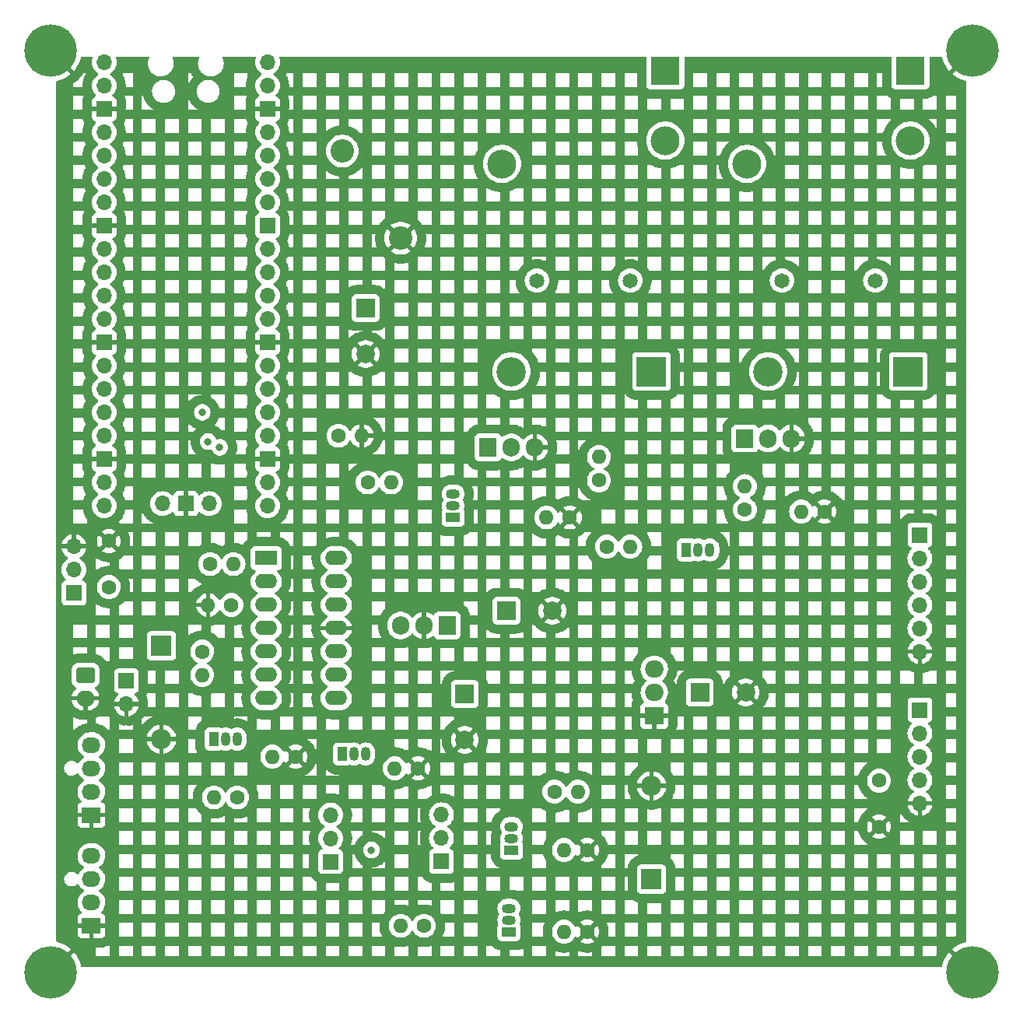
<source format=gbr>
%TF.GenerationSoftware,KiCad,Pcbnew,7.0.10*%
%TF.CreationDate,2024-07-26T19:37:07-06:00*%
%TF.ProjectId,Pressure-Controlled-Power-Outlet-control-PCB,50726573-7375-4726-952d-436f6e74726f,V1.5.25*%
%TF.SameCoordinates,Original*%
%TF.FileFunction,Copper,L3,Inr*%
%TF.FilePolarity,Positive*%
%FSLAX46Y46*%
G04 Gerber Fmt 4.6, Leading zero omitted, Abs format (unit mm)*
G04 Created by KiCad (PCBNEW 7.0.10) date 2024-07-26 19:37:07*
%MOMM*%
%LPD*%
G01*
G04 APERTURE LIST*
G04 Aperture macros list*
%AMRoundRect*
0 Rectangle with rounded corners*
0 $1 Rounding radius*
0 $2 $3 $4 $5 $6 $7 $8 $9 X,Y pos of 4 corners*
0 Add a 4 corners polygon primitive as box body*
4,1,4,$2,$3,$4,$5,$6,$7,$8,$9,$2,$3,0*
0 Add four circle primitives for the rounded corners*
1,1,$1+$1,$2,$3*
1,1,$1+$1,$4,$5*
1,1,$1+$1,$6,$7*
1,1,$1+$1,$8,$9*
0 Add four rect primitives between the rounded corners*
20,1,$1+$1,$2,$3,$4,$5,0*
20,1,$1+$1,$4,$5,$6,$7,0*
20,1,$1+$1,$6,$7,$8,$9,0*
20,1,$1+$1,$8,$9,$2,$3,0*%
G04 Aperture macros list end*
%TA.AperFunction,ComponentPad*%
%ADD10R,1.500000X1.050000*%
%TD*%
%TA.AperFunction,ComponentPad*%
%ADD11O,1.500000X1.050000*%
%TD*%
%TA.AperFunction,ComponentPad*%
%ADD12R,1.905000X2.000000*%
%TD*%
%TA.AperFunction,ComponentPad*%
%ADD13O,1.905000X2.000000*%
%TD*%
%TA.AperFunction,ComponentPad*%
%ADD14C,1.600000*%
%TD*%
%TA.AperFunction,ComponentPad*%
%ADD15O,1.600000X1.600000*%
%TD*%
%TA.AperFunction,ComponentPad*%
%ADD16R,1.700000X1.700000*%
%TD*%
%TA.AperFunction,ComponentPad*%
%ADD17O,1.700000X1.700000*%
%TD*%
%TA.AperFunction,ComponentPad*%
%ADD18R,2.030000X1.730000*%
%TD*%
%TA.AperFunction,ComponentPad*%
%ADD19O,2.030000X1.730000*%
%TD*%
%TA.AperFunction,ComponentPad*%
%ADD20R,2.400000X1.600000*%
%TD*%
%TA.AperFunction,ComponentPad*%
%ADD21O,2.400000X1.600000*%
%TD*%
%TA.AperFunction,ComponentPad*%
%ADD22R,2.200000X2.200000*%
%TD*%
%TA.AperFunction,ComponentPad*%
%ADD23O,2.200000X2.200000*%
%TD*%
%TA.AperFunction,ComponentPad*%
%ADD24R,2.000000X1.905000*%
%TD*%
%TA.AperFunction,ComponentPad*%
%ADD25O,2.000000X1.905000*%
%TD*%
%TA.AperFunction,ComponentPad*%
%ADD26C,5.700000*%
%TD*%
%TA.AperFunction,ComponentPad*%
%ADD27R,1.050000X1.500000*%
%TD*%
%TA.AperFunction,ComponentPad*%
%ADD28O,1.050000X1.500000*%
%TD*%
%TA.AperFunction,ComponentPad*%
%ADD29RoundRect,0.250000X-0.750000X0.600000X-0.750000X-0.600000X0.750000X-0.600000X0.750000X0.600000X0*%
%TD*%
%TA.AperFunction,ComponentPad*%
%ADD30O,2.000000X1.700000*%
%TD*%
%TA.AperFunction,ComponentPad*%
%ADD31R,2.000000X2.000000*%
%TD*%
%TA.AperFunction,ComponentPad*%
%ADD32C,2.000000*%
%TD*%
%TA.AperFunction,ComponentPad*%
%ADD33R,3.150000X3.150000*%
%TD*%
%TA.AperFunction,ComponentPad*%
%ADD34C,3.150000*%
%TD*%
%TA.AperFunction,ComponentPad*%
%ADD35C,1.650000*%
%TD*%
%TA.AperFunction,ComponentPad*%
%ADD36R,3.200000X3.200000*%
%TD*%
%TA.AperFunction,ComponentPad*%
%ADD37O,3.200000X3.200000*%
%TD*%
%TA.AperFunction,ComponentPad*%
%ADD38C,2.550000*%
%TD*%
%TA.AperFunction,ViaPad*%
%ADD39C,0.800000*%
%TD*%
G04 APERTURE END LIST*
D10*
%TO.N,/FanB_Tac*%
%TO.C,Q8*%
X145140000Y-142240000D03*
D11*
%TO.N,Net-(Q8-B)*%
X145140000Y-140970000D03*
%TO.N,+3.3V*%
X145140000Y-139700000D03*
%TD*%
D12*
%TO.N,+24V*%
%TO.C,U3*%
X138430000Y-108910000D03*
D13*
%TO.N,GND*%
X135890000Y-108910000D03*
%TO.N,+5V*%
X133350000Y-108910000D03*
%TD*%
D14*
%TO.N,Net-(U2A-+)*%
%TO.C,R1*%
X112620000Y-102235000D03*
D15*
%TO.N,/Water Pressure 5V*%
X115160000Y-102235000D03*
%TD*%
D16*
%TO.N,+12V*%
%TO.C,J5*%
X125730000Y-134620000D03*
D17*
%TO.N,/FanA_Power*%
X125730000Y-132080000D03*
%TO.N,+5V*%
X125730000Y-129540000D03*
%TD*%
D14*
%TO.N,Net-(U1-AGND)*%
%TO.C,R3*%
X126590000Y-88265000D03*
D15*
%TO.N,GND*%
X129130000Y-88265000D03*
%TD*%
D18*
%TO.N,GND*%
%TO.C,M1*%
X99695000Y-129540000D03*
D19*
%TO.N,/FanA_Power*%
X99695000Y-127000000D03*
%TO.N,Net-(M1-Tacho)*%
X99695000Y-124460000D03*
%TO.N,Net-(M1-PWM)*%
X99695000Y-121920000D03*
%TD*%
D14*
%TO.N,/FanB_PWM*%
%TO.C,R11*%
X150085000Y-127000000D03*
D15*
%TO.N,Net-(Q6-B)*%
X152625000Y-127000000D03*
%TD*%
D20*
%TO.N,/ADC0*%
%TO.C,U2*%
X118730000Y-101595000D03*
D21*
X118730000Y-104135000D03*
%TO.N,Net-(U2A-+)*%
X118730000Y-106675000D03*
%TO.N,+5V*%
X118730000Y-109215000D03*
%TO.N,N/C*%
X118730000Y-111755000D03*
X118730000Y-114295000D03*
X118730000Y-116835000D03*
X126350000Y-116835000D03*
X126350000Y-114295000D03*
X126350000Y-111755000D03*
%TO.N,GND*%
X126350000Y-109215000D03*
%TO.N,N/C*%
X126350000Y-106675000D03*
X126350000Y-104135000D03*
X126350000Y-101595000D03*
%TD*%
D14*
%TO.N,GND*%
%TO.C,R7*%
X151765000Y-97155000D03*
D15*
%TO.N,Net-(Q4-E)*%
X149225000Y-97155000D03*
%TD*%
D22*
%TO.N,+12V*%
%TO.C,D4*%
X160655000Y-136525000D03*
D23*
%TO.N,GND*%
X160655000Y-126365000D03*
%TD*%
D16*
%TO.N,+5V*%
%TO.C,J4*%
X189865000Y-99060000D03*
D17*
%TO.N,+3.3V*%
X189865000Y-101600000D03*
%TO.N,/SPI1_RX*%
X189865000Y-104140000D03*
%TO.N,/SPI1_TX*%
X189865000Y-106680000D03*
%TO.N,/SPI1_CSn*%
X189865000Y-109220000D03*
%TO.N,GND*%
X189865000Y-111760000D03*
%TD*%
D14*
%TO.N,+5V*%
%TO.C,C7*%
X101600000Y-104735000D03*
%TO.N,GND*%
X101600000Y-99735000D03*
%TD*%
%TO.N,/Activate_Live*%
%TO.C,R8*%
X129765000Y-93345000D03*
D15*
%TO.N,Net-(Q4-B)*%
X132305000Y-93345000D03*
%TD*%
D24*
%TO.N,GND*%
%TO.C,U4*%
X160965000Y-118745000D03*
D25*
%TO.N,+12V*%
X160965000Y-116205000D03*
%TO.N,+24V*%
X160965000Y-113665000D03*
%TD*%
D26*
%TO.N,GND*%
%TO.C,H1*%
X95250000Y-46355000D03*
%TD*%
D14*
%TO.N,+3.3V*%
%TO.C,C6*%
X185420000Y-125810000D03*
%TO.N,GND*%
X185420000Y-130810000D03*
%TD*%
D17*
%TO.N,unconnected-(U1-GPIO0-Pad1)*%
%TO.C,U1*%
X101080000Y-47625000D03*
%TO.N,unconnected-(U1-GPIO1-Pad2)*%
X101080000Y-50165000D03*
D16*
%TO.N,GND*%
X101080000Y-52705000D03*
D17*
%TO.N,unconnected-(U1-GPIO2-Pad4)*%
X101080000Y-55245000D03*
%TO.N,unconnected-(U1-GPIO3-Pad5)*%
X101080000Y-57785000D03*
%TO.N,/I2C0_SDA*%
X101080000Y-60325000D03*
%TO.N,/I2C0_SCL*%
X101080000Y-62865000D03*
D16*
%TO.N,GND*%
X101080000Y-65405000D03*
D17*
%TO.N,unconnected-(U1-GPIO6-Pad9)*%
X101080000Y-67945000D03*
%TO.N,unconnected-(U1-GPIO7-Pad10)*%
X101080000Y-70485000D03*
%TO.N,/SPI1_RX*%
X101080000Y-73025000D03*
%TO.N,/SPI1_CSn*%
X101080000Y-75565000D03*
D16*
%TO.N,GND*%
X101080000Y-78105000D03*
D17*
%TO.N,/SPI1_TX*%
X101080000Y-80645000D03*
%TO.N,unconnected-(U1-GPIO11-Pad15)*%
X101080000Y-83185000D03*
%TO.N,/FanA_PWM*%
X101080000Y-85725000D03*
%TO.N,/FanA_Tac*%
X101080000Y-88265000D03*
D16*
%TO.N,GND*%
X101080000Y-90805000D03*
D17*
%TO.N,/FanB_PWM*%
X101080000Y-93345000D03*
%TO.N,/FanB_Tac*%
X101080000Y-95885000D03*
%TO.N,unconnected-(U1-GPIO16-Pad21)*%
X118860000Y-95885000D03*
%TO.N,unconnected-(U1-GPIO17-Pad22)*%
X118860000Y-93345000D03*
D16*
%TO.N,GND*%
X118860000Y-90805000D03*
D17*
%TO.N,/Activate_Neutral*%
X118860000Y-88265000D03*
%TO.N,/Activate_Live*%
X118860000Y-85725000D03*
%TO.N,unconnected-(U1-GPIO20-Pad26)*%
X118860000Y-83185000D03*
%TO.N,unconnected-(U1-GPIO21-Pad27)*%
X118860000Y-80645000D03*
D16*
%TO.N,GND*%
X118860000Y-78105000D03*
D17*
%TO.N,unconnected-(U1-GPIO22-Pad29)*%
X118860000Y-75565000D03*
%TO.N,unconnected-(U1-RUN-Pad30)*%
X118860000Y-73025000D03*
%TO.N,/ADC0*%
X118860000Y-70485000D03*
%TO.N,unconnected-(U1-GPIO27_ADC1-Pad32)*%
X118860000Y-67945000D03*
D16*
%TO.N,Net-(U1-AGND)*%
X118860000Y-65405000D03*
D17*
%TO.N,unconnected-(U1-GPIO28_ADC2-Pad34)*%
X118860000Y-62865000D03*
%TO.N,unconnected-(U1-ADC_VREF-Pad35)*%
X118860000Y-60325000D03*
%TO.N,+3.3V*%
X118860000Y-57785000D03*
%TO.N,unconnected-(U1-3V3_EN-Pad37)*%
X118860000Y-55245000D03*
D16*
%TO.N,GND*%
X118860000Y-52705000D03*
D17*
%TO.N,unconnected-(U1-VSYS-Pad39)*%
X118860000Y-50165000D03*
%TO.N,+5V*%
X118860000Y-47625000D03*
%TO.N,unconnected-(U1-SWCLK-Pad41)*%
X107430000Y-95655000D03*
D16*
%TO.N,GND*%
X109970000Y-95655000D03*
D17*
%TO.N,unconnected-(U1-SWDIO-Pad43)*%
X112510000Y-95655000D03*
%TD*%
D10*
%TO.N,Net-(Q4-E)*%
%TO.C,Q4*%
X139065000Y-97155000D03*
D11*
%TO.N,Net-(Q4-B)*%
X139065000Y-95885000D03*
%TO.N,+5V*%
X139065000Y-94615000D03*
%TD*%
D14*
%TO.N,/FanA_PWM*%
%TO.C,R10*%
X111760000Y-111760000D03*
D15*
%TO.N,Net-(Q5-B)*%
X111760000Y-114300000D03*
%TD*%
D27*
%TO.N,Net-(M1-PWM)*%
%TO.C,Q5*%
X113030000Y-121285000D03*
D28*
%TO.N,Net-(Q5-B)*%
X114300000Y-121285000D03*
%TO.N,+5V*%
X115570000Y-121285000D03*
%TD*%
D16*
%TO.N,+5V*%
%TO.C,J3*%
X189865000Y-118110000D03*
D17*
%TO.N,+3.3V*%
X189865000Y-120650000D03*
%TO.N,/I2C0_SDA*%
X189865000Y-123190000D03*
%TO.N,/I2C0_SCL*%
X189865000Y-125730000D03*
%TO.N,GND*%
X189865000Y-128270000D03*
%TD*%
D29*
%TO.N,+5V*%
%TO.C,J7*%
X99060000Y-114340000D03*
D30*
%TO.N,GND*%
X99060000Y-116840000D03*
%TD*%
D16*
%TO.N,/Water Pressure 5V*%
%TO.C,J1*%
X97790000Y-105395000D03*
D17*
%TO.N,+5V*%
X97790000Y-102855000D03*
%TO.N,GND*%
X97790000Y-100315000D03*
%TD*%
D12*
%TO.N,Net-(Q2-G)*%
%TO.C,Q2*%
X142875000Y-89535000D03*
D13*
%TO.N,Net-(D1-A)*%
X145415000Y-89535000D03*
%TO.N,GND*%
X147955000Y-89535000D03*
%TD*%
D31*
%TO.N,+24V*%
%TO.C,C3*%
X144860000Y-107315000D03*
D32*
%TO.N,GND*%
X149860000Y-107315000D03*
%TD*%
D14*
%TO.N,GND*%
%TO.C,R13*%
X135255000Y-124460000D03*
D15*
%TO.N,/FanA_Tac*%
X132715000Y-124460000D03*
%TD*%
D26*
%TO.N,GND*%
%TO.C,H2*%
X195580000Y-46355000D03*
%TD*%
%TO.N,GND*%
%TO.C,H3*%
X95250000Y-146685000D03*
%TD*%
D14*
%TO.N,/Activate_Neutral*%
%TO.C,R9*%
X155800000Y-100330000D03*
D15*
%TO.N,Net-(Q1-B)*%
X158340000Y-100330000D03*
%TD*%
D14*
%TO.N,Net-(Q4-E)*%
%TO.C,R4*%
X154940000Y-93120000D03*
D15*
%TO.N,Net-(Q2-G)*%
X154940000Y-90580000D03*
%TD*%
D33*
%TO.N,unconnected-(K1-NC-Pad1)*%
%TO.C,K1*%
X162155000Y-48520000D03*
D34*
%TO.N,unconnected-(K1-NO-Pad2)*%
X162155000Y-56140000D03*
D35*
%TO.N,+24V*%
X158345000Y-71380000D03*
%TO.N,Net-(D1-A)*%
X148185000Y-71380000D03*
D34*
%TO.N,unconnected-(K1-COM-Pad5)*%
X144375000Y-58680000D03*
%TD*%
D18*
%TO.N,GND*%
%TO.C,M2*%
X99695000Y-141605000D03*
D19*
%TO.N,/FanB_Power*%
X99695000Y-139065000D03*
%TO.N,Net-(M2-Tacho)*%
X99695000Y-136525000D03*
%TO.N,Net-(M2-PWM)*%
X99695000Y-133985000D03*
%TD*%
D36*
%TO.N,+24V*%
%TO.C,D2*%
X188595000Y-81280000D03*
D37*
%TO.N,Net-(D2-A)*%
X173355000Y-81280000D03*
%TD*%
D14*
%TO.N,Net-(Q8-B)*%
%TO.C,R16*%
X135890000Y-141605000D03*
D15*
%TO.N,Net-(M2-Tacho)*%
X133350000Y-141605000D03*
%TD*%
D33*
%TO.N,unconnected-(K2-NC-Pad1)*%
%TO.C,K2*%
X188825000Y-48520000D03*
D34*
%TO.N,unconnected-(K2-NO-Pad2)*%
X188825000Y-56140000D03*
D35*
%TO.N,+24V*%
X185015000Y-71380000D03*
%TO.N,Net-(D2-A)*%
X174855000Y-71380000D03*
D34*
%TO.N,unconnected-(K2-COM-Pad5)*%
X171045000Y-58680000D03*
%TD*%
D14*
%TO.N,Net-(Q1-E)*%
%TO.C,R5*%
X170815000Y-96295000D03*
D15*
%TO.N,Net-(Q3-G)*%
X170815000Y-93755000D03*
%TD*%
D14*
%TO.N,GND*%
%TO.C,R15*%
X153670000Y-133350000D03*
D15*
%TO.N,Net-(M2-PWM)*%
X151130000Y-133350000D03*
%TD*%
D10*
%TO.N,Net-(M2-PWM)*%
%TO.C,Q6*%
X145415000Y-133350000D03*
D11*
%TO.N,Net-(Q6-B)*%
X145415000Y-132080000D03*
%TO.N,+5V*%
X145415000Y-130810000D03*
%TD*%
D16*
%TO.N,+5V*%
%TO.C,J10*%
X103505000Y-114935000D03*
D17*
%TO.N,GND*%
X103505000Y-117475000D03*
%TD*%
D22*
%TO.N,+5V*%
%TO.C,D3*%
X107315000Y-111125000D03*
D23*
%TO.N,GND*%
X107315000Y-121285000D03*
%TD*%
D31*
%TO.N,+12V*%
%TO.C,C4*%
X165907323Y-116205000D03*
D32*
%TO.N,GND*%
X170907323Y-116205000D03*
%TD*%
D14*
%TO.N,GND*%
%TO.C,R14*%
X121920000Y-123190000D03*
D15*
%TO.N,Net-(M1-PWM)*%
X119380000Y-123190000D03*
%TD*%
D14*
%TO.N,Net-(U2A-+)*%
%TO.C,R2*%
X114935000Y-106680000D03*
D15*
%TO.N,GND*%
X112395000Y-106680000D03*
%TD*%
D27*
%TO.N,/FanA_Tac*%
%TO.C,Q7*%
X127000000Y-122915000D03*
D28*
%TO.N,Net-(Q7-B)*%
X128270000Y-122915000D03*
%TO.N,+3.3V*%
X129540000Y-122915000D03*
%TD*%
D36*
%TO.N,+24V*%
%TO.C,D1*%
X160655000Y-81280000D03*
D37*
%TO.N,Net-(D1-A)*%
X145415000Y-81280000D03*
%TD*%
D38*
%TO.N,GND*%
%TO.C,J2*%
X133350000Y-66780000D03*
%TO.N,+24V*%
X127000000Y-57280000D03*
%TD*%
D16*
%TO.N,+12V*%
%TO.C,J6*%
X137795000Y-134605000D03*
D17*
%TO.N,/FanB_Power*%
X137795000Y-132065000D03*
%TO.N,+5V*%
X137795000Y-129525000D03*
%TD*%
D12*
%TO.N,Net-(Q3-G)*%
%TO.C,Q3*%
X170815000Y-88575000D03*
D13*
%TO.N,Net-(D2-A)*%
X173355000Y-88575000D03*
%TO.N,GND*%
X175895000Y-88575000D03*
%TD*%
D31*
%TO.N,+5V*%
%TO.C,C2*%
X140335000Y-116377323D03*
D32*
%TO.N,GND*%
X140335000Y-121377323D03*
%TD*%
D31*
%TO.N,+24V*%
%TO.C,C1*%
X129540000Y-74375000D03*
D32*
%TO.N,GND*%
X129540000Y-79375000D03*
%TD*%
D27*
%TO.N,Net-(Q1-E)*%
%TO.C,Q1*%
X164465000Y-100690000D03*
D28*
%TO.N,Net-(Q1-B)*%
X165735000Y-100690000D03*
%TO.N,+5V*%
X167005000Y-100690000D03*
%TD*%
D26*
%TO.N,GND*%
%TO.C,H4*%
X195580000Y-146685000D03*
%TD*%
D14*
%TO.N,GND*%
%TO.C,R6*%
X179480000Y-96520000D03*
D15*
%TO.N,Net-(Q1-E)*%
X176940000Y-96520000D03*
%TD*%
D14*
%TO.N,Net-(Q7-B)*%
%TO.C,R12*%
X115570000Y-127635000D03*
D15*
%TO.N,Net-(M1-Tacho)*%
X113030000Y-127635000D03*
%TD*%
D14*
%TO.N,GND*%
%TO.C,R17*%
X153670000Y-142240000D03*
D15*
%TO.N,/FanB_Tac*%
X151130000Y-142240000D03*
%TD*%
D39*
%TO.N,+3.3V*%
X130175000Y-133350000D03*
%TO.N,/I2C0_SDA*%
X113665000Y-89535000D03*
%TO.N,/I2C0_SCL*%
X112395000Y-88900000D03*
%TO.N,/SPI1_CSn*%
X111760000Y-85725000D03*
%TD*%
%TA.AperFunction,Conductor*%
%TO.N,GND*%
G36*
X99758407Y-47009685D02*
G01*
X99804162Y-47062489D01*
X99814106Y-47131647D01*
X99807889Y-47156413D01*
X99806096Y-47161337D01*
X99744938Y-47389586D01*
X99744936Y-47389596D01*
X99724341Y-47624999D01*
X99724341Y-47625000D01*
X99744936Y-47860403D01*
X99744938Y-47860413D01*
X99806094Y-48088655D01*
X99806096Y-48088659D01*
X99806097Y-48088663D01*
X99894887Y-48279074D01*
X99905965Y-48302830D01*
X99905967Y-48302834D01*
X99973466Y-48399232D01*
X100038388Y-48491950D01*
X100041501Y-48496395D01*
X100041506Y-48496402D01*
X100208597Y-48663493D01*
X100208603Y-48663498D01*
X100394158Y-48793425D01*
X100437783Y-48848002D01*
X100444977Y-48917500D01*
X100413454Y-48979855D01*
X100394158Y-48996575D01*
X100208597Y-49126505D01*
X100041505Y-49293597D01*
X99905965Y-49487169D01*
X99905964Y-49487171D01*
X99818172Y-49675442D01*
X99810188Y-49692565D01*
X99806098Y-49701335D01*
X99806094Y-49701344D01*
X99744938Y-49929586D01*
X99744936Y-49929596D01*
X99724341Y-50164999D01*
X99724341Y-50165000D01*
X99744936Y-50400403D01*
X99744938Y-50400413D01*
X99806094Y-50628655D01*
X99806096Y-50628659D01*
X99806097Y-50628663D01*
X99895204Y-50819752D01*
X99905965Y-50842830D01*
X99905967Y-50842834D01*
X99983483Y-50953537D01*
X100041501Y-51036396D01*
X100041506Y-51036402D01*
X100163818Y-51158714D01*
X100197303Y-51220037D01*
X100192319Y-51289729D01*
X100150447Y-51345662D01*
X100119471Y-51362577D01*
X99987912Y-51411646D01*
X99987906Y-51411649D01*
X99872812Y-51497809D01*
X99872809Y-51497812D01*
X99786649Y-51612906D01*
X99786645Y-51612913D01*
X99736403Y-51747620D01*
X99736401Y-51747627D01*
X99730000Y-51807155D01*
X99730000Y-52455000D01*
X100634428Y-52455000D01*
X100611318Y-52490960D01*
X100570000Y-52631673D01*
X100570000Y-52778327D01*
X100611318Y-52919040D01*
X100634428Y-52955000D01*
X99730000Y-52955000D01*
X99730000Y-53602844D01*
X99736401Y-53662372D01*
X99736403Y-53662379D01*
X99786645Y-53797086D01*
X99786649Y-53797093D01*
X99872809Y-53912187D01*
X99872812Y-53912190D01*
X99987906Y-53998350D01*
X99987913Y-53998354D01*
X100119470Y-54047421D01*
X100175403Y-54089292D01*
X100199821Y-54154756D01*
X100184970Y-54223029D01*
X100163819Y-54251284D01*
X100041503Y-54373600D01*
X99905965Y-54567169D01*
X99905964Y-54567171D01*
X99806098Y-54781335D01*
X99806094Y-54781344D01*
X99744938Y-55009586D01*
X99744936Y-55009596D01*
X99724341Y-55244999D01*
X99724341Y-55245000D01*
X99744936Y-55480403D01*
X99744938Y-55480413D01*
X99806094Y-55708655D01*
X99806096Y-55708659D01*
X99806097Y-55708663D01*
X99875139Y-55856723D01*
X99905965Y-55922830D01*
X99905967Y-55922834D01*
X100041501Y-56116395D01*
X100041506Y-56116402D01*
X100208597Y-56283493D01*
X100208603Y-56283498D01*
X100394158Y-56413425D01*
X100437783Y-56468002D01*
X100444977Y-56537500D01*
X100413454Y-56599855D01*
X100394158Y-56616575D01*
X100208597Y-56746505D01*
X100041505Y-56913597D01*
X99905965Y-57107169D01*
X99905964Y-57107171D01*
X99806098Y-57321335D01*
X99806094Y-57321344D01*
X99744938Y-57549586D01*
X99744936Y-57549596D01*
X99724341Y-57784999D01*
X99724341Y-57785000D01*
X99744936Y-58020403D01*
X99744938Y-58020413D01*
X99806094Y-58248655D01*
X99806096Y-58248659D01*
X99806097Y-58248663D01*
X99875139Y-58396723D01*
X99905965Y-58462830D01*
X99905967Y-58462834D01*
X100041501Y-58656395D01*
X100041506Y-58656402D01*
X100208597Y-58823493D01*
X100208603Y-58823498D01*
X100394158Y-58953425D01*
X100437783Y-59008002D01*
X100444977Y-59077500D01*
X100413454Y-59139855D01*
X100394158Y-59156575D01*
X100208597Y-59286505D01*
X100041505Y-59453597D01*
X99905965Y-59647169D01*
X99905964Y-59647171D01*
X99806098Y-59861335D01*
X99806094Y-59861344D01*
X99744938Y-60089586D01*
X99744936Y-60089596D01*
X99724341Y-60324999D01*
X99724341Y-60325000D01*
X99744936Y-60560403D01*
X99744938Y-60560413D01*
X99806094Y-60788655D01*
X99806096Y-60788659D01*
X99806097Y-60788663D01*
X99905965Y-61002830D01*
X99905967Y-61002834D01*
X100041501Y-61196395D01*
X100041506Y-61196402D01*
X100208597Y-61363493D01*
X100208603Y-61363498D01*
X100394158Y-61493425D01*
X100437783Y-61548002D01*
X100444977Y-61617500D01*
X100413454Y-61679855D01*
X100394158Y-61696575D01*
X100208597Y-61826505D01*
X100041505Y-61993597D01*
X99905965Y-62187169D01*
X99905964Y-62187171D01*
X99806098Y-62401335D01*
X99806094Y-62401344D01*
X99744938Y-62629586D01*
X99744936Y-62629596D01*
X99724341Y-62864999D01*
X99724341Y-62865000D01*
X99744936Y-63100403D01*
X99744938Y-63100413D01*
X99806094Y-63328655D01*
X99806096Y-63328659D01*
X99806097Y-63328663D01*
X99905965Y-63542830D01*
X99905967Y-63542834D01*
X100014281Y-63697521D01*
X100041501Y-63736396D01*
X100041506Y-63736402D01*
X100163818Y-63858714D01*
X100197303Y-63920037D01*
X100192319Y-63989729D01*
X100150447Y-64045662D01*
X100119471Y-64062577D01*
X99987912Y-64111646D01*
X99987906Y-64111649D01*
X99872812Y-64197809D01*
X99872809Y-64197812D01*
X99786649Y-64312906D01*
X99786645Y-64312913D01*
X99736403Y-64447620D01*
X99736401Y-64447627D01*
X99730000Y-64507155D01*
X99730000Y-65155000D01*
X100634428Y-65155000D01*
X100611318Y-65190960D01*
X100570000Y-65331673D01*
X100570000Y-65478327D01*
X100611318Y-65619040D01*
X100634428Y-65655000D01*
X99730000Y-65655000D01*
X99730000Y-66302844D01*
X99736401Y-66362372D01*
X99736403Y-66362379D01*
X99786645Y-66497086D01*
X99786649Y-66497093D01*
X99872809Y-66612187D01*
X99872812Y-66612190D01*
X99987906Y-66698350D01*
X99987913Y-66698354D01*
X100119470Y-66747421D01*
X100175403Y-66789292D01*
X100199821Y-66854756D01*
X100184970Y-66923029D01*
X100163819Y-66951284D01*
X100041503Y-67073600D01*
X99905965Y-67267169D01*
X99905964Y-67267171D01*
X99806098Y-67481335D01*
X99806094Y-67481344D01*
X99744938Y-67709586D01*
X99744936Y-67709596D01*
X99724341Y-67944999D01*
X99724341Y-67945000D01*
X99744936Y-68180403D01*
X99744938Y-68180413D01*
X99806094Y-68408655D01*
X99806096Y-68408659D01*
X99806097Y-68408663D01*
X99855845Y-68515347D01*
X99905965Y-68622830D01*
X99905967Y-68622834D01*
X100041501Y-68816395D01*
X100041506Y-68816402D01*
X100208597Y-68983493D01*
X100208603Y-68983498D01*
X100394158Y-69113425D01*
X100437783Y-69168002D01*
X100444977Y-69237500D01*
X100413454Y-69299855D01*
X100394158Y-69316575D01*
X100208597Y-69446505D01*
X100041505Y-69613597D01*
X99905965Y-69807169D01*
X99905964Y-69807171D01*
X99806098Y-70021335D01*
X99806094Y-70021344D01*
X99744938Y-70249586D01*
X99744936Y-70249596D01*
X99724341Y-70484999D01*
X99724341Y-70485000D01*
X99744936Y-70720403D01*
X99744938Y-70720413D01*
X99806094Y-70948655D01*
X99806096Y-70948659D01*
X99806097Y-70948663D01*
X99899492Y-71148948D01*
X99905965Y-71162830D01*
X99905967Y-71162834D01*
X100041501Y-71356395D01*
X100041506Y-71356402D01*
X100208597Y-71523493D01*
X100208603Y-71523498D01*
X100394158Y-71653425D01*
X100437783Y-71708002D01*
X100444977Y-71777500D01*
X100413454Y-71839855D01*
X100394158Y-71856575D01*
X100208597Y-71986505D01*
X100041505Y-72153597D01*
X99905965Y-72347169D01*
X99905964Y-72347171D01*
X99806098Y-72561335D01*
X99806094Y-72561344D01*
X99744938Y-72789586D01*
X99744936Y-72789596D01*
X99724341Y-73024999D01*
X99724341Y-73025000D01*
X99744936Y-73260403D01*
X99744938Y-73260413D01*
X99806094Y-73488655D01*
X99806096Y-73488659D01*
X99806097Y-73488663D01*
X99905965Y-73702830D01*
X99905967Y-73702834D01*
X100041501Y-73896395D01*
X100041506Y-73896402D01*
X100208597Y-74063493D01*
X100208603Y-74063498D01*
X100394158Y-74193425D01*
X100437783Y-74248002D01*
X100444977Y-74317500D01*
X100413454Y-74379855D01*
X100394158Y-74396575D01*
X100208597Y-74526505D01*
X100041505Y-74693597D01*
X99905965Y-74887169D01*
X99905964Y-74887171D01*
X99806098Y-75101335D01*
X99806094Y-75101344D01*
X99744938Y-75329586D01*
X99744936Y-75329596D01*
X99724341Y-75564999D01*
X99724341Y-75565000D01*
X99744936Y-75800403D01*
X99744938Y-75800413D01*
X99806094Y-76028655D01*
X99806096Y-76028659D01*
X99806097Y-76028663D01*
X99905965Y-76242830D01*
X99905967Y-76242834D01*
X99951603Y-76308008D01*
X100041501Y-76436396D01*
X100041506Y-76436402D01*
X100163818Y-76558714D01*
X100197303Y-76620037D01*
X100192319Y-76689729D01*
X100150447Y-76745662D01*
X100119471Y-76762577D01*
X99987912Y-76811646D01*
X99987906Y-76811649D01*
X99872812Y-76897809D01*
X99872809Y-76897812D01*
X99786649Y-77012906D01*
X99786645Y-77012913D01*
X99736403Y-77147620D01*
X99736401Y-77147627D01*
X99730000Y-77207155D01*
X99730000Y-77855000D01*
X100634428Y-77855000D01*
X100611318Y-77890960D01*
X100570000Y-78031673D01*
X100570000Y-78178327D01*
X100611318Y-78319040D01*
X100634428Y-78355000D01*
X99730000Y-78355000D01*
X99730000Y-79002844D01*
X99736401Y-79062372D01*
X99736403Y-79062379D01*
X99786645Y-79197086D01*
X99786649Y-79197093D01*
X99872809Y-79312187D01*
X99872812Y-79312190D01*
X99987906Y-79398350D01*
X99987913Y-79398354D01*
X100119470Y-79447421D01*
X100175403Y-79489292D01*
X100199821Y-79554756D01*
X100184970Y-79623029D01*
X100163819Y-79651284D01*
X100041503Y-79773600D01*
X99905965Y-79967169D01*
X99905964Y-79967171D01*
X99806098Y-80181335D01*
X99806094Y-80181344D01*
X99744938Y-80409586D01*
X99744936Y-80409596D01*
X99724341Y-80644999D01*
X99724341Y-80645000D01*
X99744936Y-80880403D01*
X99744938Y-80880413D01*
X99806094Y-81108655D01*
X99806096Y-81108659D01*
X99806097Y-81108663D01*
X99885993Y-81280000D01*
X99905965Y-81322830D01*
X99905967Y-81322834D01*
X99999463Y-81456359D01*
X100019191Y-81484534D01*
X100041501Y-81516395D01*
X100041506Y-81516402D01*
X100208597Y-81683493D01*
X100208603Y-81683498D01*
X100394158Y-81813425D01*
X100437783Y-81868002D01*
X100444977Y-81937500D01*
X100413454Y-81999855D01*
X100394158Y-82016575D01*
X100208597Y-82146505D01*
X100041505Y-82313597D01*
X99905965Y-82507169D01*
X99905964Y-82507171D01*
X99806098Y-82721335D01*
X99806094Y-82721344D01*
X99744938Y-82949586D01*
X99744936Y-82949596D01*
X99724341Y-83184999D01*
X99724341Y-83185000D01*
X99744936Y-83420403D01*
X99744938Y-83420413D01*
X99806094Y-83648655D01*
X99806096Y-83648659D01*
X99806097Y-83648663D01*
X99890300Y-83829237D01*
X99905965Y-83862830D01*
X99905967Y-83862834D01*
X100041501Y-84056395D01*
X100041506Y-84056402D01*
X100208597Y-84223493D01*
X100208603Y-84223498D01*
X100394158Y-84353425D01*
X100437783Y-84408002D01*
X100444977Y-84477500D01*
X100413454Y-84539855D01*
X100394158Y-84556575D01*
X100208597Y-84686505D01*
X100041505Y-84853597D01*
X99905965Y-85047169D01*
X99905964Y-85047171D01*
X99806098Y-85261335D01*
X99806094Y-85261344D01*
X99744938Y-85489586D01*
X99744936Y-85489596D01*
X99724341Y-85724999D01*
X99724341Y-85725000D01*
X99744936Y-85960403D01*
X99744938Y-85960413D01*
X99806094Y-86188655D01*
X99806096Y-86188659D01*
X99806097Y-86188663D01*
X99838063Y-86257214D01*
X99905965Y-86402830D01*
X99905967Y-86402834D01*
X100041501Y-86596395D01*
X100041506Y-86596402D01*
X100208597Y-86763493D01*
X100208603Y-86763498D01*
X100394158Y-86893425D01*
X100437783Y-86948002D01*
X100444977Y-87017500D01*
X100413454Y-87079855D01*
X100394158Y-87096575D01*
X100208597Y-87226505D01*
X100041505Y-87393597D01*
X99905965Y-87587169D01*
X99905964Y-87587171D01*
X99806098Y-87801335D01*
X99806094Y-87801344D01*
X99744938Y-88029586D01*
X99744936Y-88029596D01*
X99724341Y-88264999D01*
X99724341Y-88265000D01*
X99744936Y-88500403D01*
X99744938Y-88500413D01*
X99806094Y-88728655D01*
X99806096Y-88728659D01*
X99806097Y-88728663D01*
X99898181Y-88926137D01*
X99905965Y-88942830D01*
X99905967Y-88942834D01*
X100003680Y-89082382D01*
X100041501Y-89136396D01*
X100041506Y-89136402D01*
X100163818Y-89258714D01*
X100197303Y-89320037D01*
X100192319Y-89389729D01*
X100150447Y-89445662D01*
X100119471Y-89462577D01*
X99987912Y-89511646D01*
X99987906Y-89511649D01*
X99872812Y-89597809D01*
X99872809Y-89597812D01*
X99786649Y-89712906D01*
X99786645Y-89712913D01*
X99736403Y-89847620D01*
X99736401Y-89847627D01*
X99730000Y-89907155D01*
X99730000Y-90555000D01*
X100634428Y-90555000D01*
X100611318Y-90590960D01*
X100570000Y-90731673D01*
X100570000Y-90878327D01*
X100611318Y-91019040D01*
X100634428Y-91055000D01*
X99730000Y-91055000D01*
X99730000Y-91702844D01*
X99736401Y-91762372D01*
X99736403Y-91762379D01*
X99786645Y-91897086D01*
X99786649Y-91897093D01*
X99872809Y-92012187D01*
X99872812Y-92012190D01*
X99987906Y-92098350D01*
X99987913Y-92098354D01*
X100119470Y-92147421D01*
X100175403Y-92189292D01*
X100199821Y-92254756D01*
X100184970Y-92323029D01*
X100163819Y-92351284D01*
X100041503Y-92473600D01*
X99905965Y-92667169D01*
X99905964Y-92667171D01*
X99806098Y-92881335D01*
X99806094Y-92881344D01*
X99744938Y-93109586D01*
X99744936Y-93109596D01*
X99724341Y-93344999D01*
X99724341Y-93345000D01*
X99744936Y-93580403D01*
X99744938Y-93580413D01*
X99806094Y-93808655D01*
X99806096Y-93808659D01*
X99806097Y-93808663D01*
X99876265Y-93959139D01*
X99905965Y-94022830D01*
X99905967Y-94022834D01*
X99993408Y-94147711D01*
X100031068Y-94201496D01*
X100041501Y-94216395D01*
X100041506Y-94216402D01*
X100208597Y-94383493D01*
X100208603Y-94383498D01*
X100394158Y-94513425D01*
X100437783Y-94568002D01*
X100444977Y-94637500D01*
X100413454Y-94699855D01*
X100394158Y-94716575D01*
X100208597Y-94846505D01*
X100041505Y-95013597D01*
X99905965Y-95207169D01*
X99905964Y-95207171D01*
X99806098Y-95421335D01*
X99806094Y-95421344D01*
X99744938Y-95649586D01*
X99744936Y-95649596D01*
X99724341Y-95884999D01*
X99724341Y-95885000D01*
X99744936Y-96120403D01*
X99744938Y-96120413D01*
X99806094Y-96348655D01*
X99806096Y-96348659D01*
X99806097Y-96348663D01*
X99885994Y-96520002D01*
X99905965Y-96562830D01*
X99905967Y-96562834D01*
X99997456Y-96693493D01*
X100041505Y-96756401D01*
X100208599Y-96923495D01*
X100270011Y-96966496D01*
X100402165Y-97059032D01*
X100402167Y-97059033D01*
X100402170Y-97059035D01*
X100616337Y-97158903D01*
X100844592Y-97220063D01*
X101032918Y-97236539D01*
X101079999Y-97240659D01*
X101080000Y-97240659D01*
X101080001Y-97240659D01*
X101119234Y-97237226D01*
X101315408Y-97220063D01*
X101543663Y-97158903D01*
X101757830Y-97059035D01*
X101951401Y-96923495D01*
X102118495Y-96756401D01*
X102254035Y-96562830D01*
X102353903Y-96348663D01*
X102415063Y-96120408D01*
X102435659Y-95885000D01*
X102415536Y-95655000D01*
X106074341Y-95655000D01*
X106094936Y-95890403D01*
X106094938Y-95890413D01*
X106156094Y-96118655D01*
X106156096Y-96118659D01*
X106156097Y-96118663D01*
X106238324Y-96294998D01*
X106255965Y-96332830D01*
X106255967Y-96332834D01*
X106299393Y-96394852D01*
X106391505Y-96526401D01*
X106558599Y-96693495D01*
X106634439Y-96746599D01*
X106752165Y-96829032D01*
X106752167Y-96829033D01*
X106752170Y-96829035D01*
X106966337Y-96928903D01*
X107194592Y-96990063D01*
X107365319Y-97005000D01*
X107429999Y-97010659D01*
X107430000Y-97010659D01*
X107430001Y-97010659D01*
X107494681Y-97005000D01*
X107665408Y-96990063D01*
X107893663Y-96928903D01*
X108107830Y-96829035D01*
X108301401Y-96693495D01*
X108423717Y-96571178D01*
X108485036Y-96537696D01*
X108554728Y-96542680D01*
X108610662Y-96584551D01*
X108627577Y-96615528D01*
X108676646Y-96747088D01*
X108676649Y-96747093D01*
X108762809Y-96862187D01*
X108762812Y-96862190D01*
X108877906Y-96948350D01*
X108877913Y-96948354D01*
X109012620Y-96998596D01*
X109012627Y-96998598D01*
X109072155Y-97004999D01*
X109072172Y-97005000D01*
X109720000Y-97005000D01*
X109720000Y-96101494D01*
X109824839Y-96149373D01*
X109933527Y-96165000D01*
X110006473Y-96165000D01*
X110115161Y-96149373D01*
X110220000Y-96101494D01*
X110220000Y-97005000D01*
X110867828Y-97005000D01*
X110867844Y-97004999D01*
X110927372Y-96998598D01*
X110927379Y-96998596D01*
X111062086Y-96948354D01*
X111062093Y-96948350D01*
X111177187Y-96862190D01*
X111177190Y-96862187D01*
X111263350Y-96747093D01*
X111263354Y-96747086D01*
X111312422Y-96615529D01*
X111354293Y-96559595D01*
X111419757Y-96535178D01*
X111488030Y-96550030D01*
X111516285Y-96571181D01*
X111638599Y-96693495D01*
X111714439Y-96746599D01*
X111832165Y-96829032D01*
X111832167Y-96829033D01*
X111832170Y-96829035D01*
X112046337Y-96928903D01*
X112274592Y-96990063D01*
X112445319Y-97005000D01*
X112509999Y-97010659D01*
X112510000Y-97010659D01*
X112510001Y-97010659D01*
X112574681Y-97005000D01*
X112745408Y-96990063D01*
X112973663Y-96928903D01*
X113187830Y-96829035D01*
X113381401Y-96693495D01*
X113548495Y-96526401D01*
X113684035Y-96332830D01*
X113698967Y-96300808D01*
X115195809Y-96300808D01*
X115195809Y-97802808D01*
X116697809Y-97802808D01*
X120215571Y-97802808D01*
X121697809Y-97802808D01*
X121697809Y-96300808D01*
X122695809Y-96300808D01*
X122695809Y-97802808D01*
X124197809Y-97802808D01*
X124197809Y-96300808D01*
X125195809Y-96300808D01*
X125195809Y-97802808D01*
X126697809Y-97802808D01*
X126697809Y-96300808D01*
X127695809Y-96300808D01*
X127695809Y-97802808D01*
X129197809Y-97802808D01*
X129197809Y-96300808D01*
X130195809Y-96300808D01*
X130195809Y-97802808D01*
X131697809Y-97802808D01*
X131697809Y-96300808D01*
X132695809Y-96300808D01*
X132695809Y-97802808D01*
X134197809Y-97802808D01*
X134197809Y-96300808D01*
X135195809Y-96300808D01*
X135195809Y-97802808D01*
X136697809Y-97802808D01*
X136697809Y-96300808D01*
X135195809Y-96300808D01*
X134197809Y-96300808D01*
X132695809Y-96300808D01*
X131697809Y-96300808D01*
X130195809Y-96300808D01*
X129197809Y-96300808D01*
X127695809Y-96300808D01*
X126697809Y-96300808D01*
X125195809Y-96300808D01*
X124197809Y-96300808D01*
X122695809Y-96300808D01*
X121697809Y-96300808D01*
X121176649Y-96300808D01*
X121174121Y-96315146D01*
X121173066Y-96320454D01*
X121165981Y-96352412D01*
X121164695Y-96357666D01*
X121092259Y-96628008D01*
X121090744Y-96633205D01*
X121080895Y-96664440D01*
X121079154Y-96669568D01*
X121064253Y-96710500D01*
X121062295Y-96715535D01*
X121049777Y-96745756D01*
X121047598Y-96750708D01*
X120929328Y-97004337D01*
X120926936Y-97009188D01*
X120911829Y-97038209D01*
X120909229Y-97042949D01*
X120887451Y-97080673D01*
X120884642Y-97085302D01*
X120867050Y-97112916D01*
X120864044Y-97117415D01*
X120703512Y-97346678D01*
X120700311Y-97351042D01*
X120680375Y-97377022D01*
X120676987Y-97381244D01*
X120648986Y-97414611D01*
X120645423Y-97418674D01*
X120623323Y-97442792D01*
X120619581Y-97446700D01*
X120421700Y-97644581D01*
X120417792Y-97648323D01*
X120393674Y-97670423D01*
X120389611Y-97673986D01*
X120356244Y-97701987D01*
X120352022Y-97705375D01*
X120326042Y-97725311D01*
X120321677Y-97728512D01*
X120215571Y-97802808D01*
X116697809Y-97802808D01*
X116697809Y-96805192D01*
X116672402Y-96750708D01*
X116670223Y-96745756D01*
X116657705Y-96715535D01*
X116655747Y-96710500D01*
X116640846Y-96669568D01*
X116639105Y-96664440D01*
X116629256Y-96633205D01*
X116627741Y-96628008D01*
X116555305Y-96357666D01*
X116554019Y-96352412D01*
X116546934Y-96320454D01*
X116545879Y-96315146D01*
X116543351Y-96300808D01*
X115195809Y-96300808D01*
X113698967Y-96300808D01*
X113783903Y-96118663D01*
X113845063Y-95890408D01*
X113865659Y-95655000D01*
X113845063Y-95419592D01*
X113796956Y-95240051D01*
X113783905Y-95191344D01*
X113783904Y-95191343D01*
X113783903Y-95191337D01*
X113684035Y-94977171D01*
X113680340Y-94971893D01*
X113548494Y-94783597D01*
X113381402Y-94616506D01*
X113381395Y-94616501D01*
X113379251Y-94615000D01*
X113342521Y-94589281D01*
X113187834Y-94480967D01*
X113187830Y-94480965D01*
X113116727Y-94447809D01*
X112973663Y-94381097D01*
X112973659Y-94381096D01*
X112973655Y-94381094D01*
X112745413Y-94319938D01*
X112745403Y-94319936D01*
X112510001Y-94299341D01*
X112509999Y-94299341D01*
X112274596Y-94319936D01*
X112274586Y-94319938D01*
X112046344Y-94381094D01*
X112046335Y-94381098D01*
X111832171Y-94480964D01*
X111832169Y-94480965D01*
X111638600Y-94616503D01*
X111516284Y-94738819D01*
X111454961Y-94772303D01*
X111385269Y-94767319D01*
X111329336Y-94725447D01*
X111312421Y-94694470D01*
X111263354Y-94562913D01*
X111263350Y-94562906D01*
X111177190Y-94447812D01*
X111177187Y-94447809D01*
X111062093Y-94361649D01*
X111062086Y-94361645D01*
X110927379Y-94311403D01*
X110927372Y-94311401D01*
X110867844Y-94305000D01*
X110220000Y-94305000D01*
X110220000Y-95208505D01*
X110115161Y-95160627D01*
X110006473Y-95145000D01*
X109933527Y-95145000D01*
X109824839Y-95160627D01*
X109720000Y-95208505D01*
X109720000Y-94305000D01*
X109072155Y-94305000D01*
X109012627Y-94311401D01*
X109012620Y-94311403D01*
X108877913Y-94361645D01*
X108877906Y-94361649D01*
X108762812Y-94447809D01*
X108762809Y-94447812D01*
X108676649Y-94562906D01*
X108676645Y-94562913D01*
X108627578Y-94694470D01*
X108585707Y-94750404D01*
X108520242Y-94774821D01*
X108451969Y-94759969D01*
X108423715Y-94738819D01*
X108367263Y-94682367D01*
X108301401Y-94616505D01*
X108301397Y-94616502D01*
X108301396Y-94616501D01*
X108107834Y-94480967D01*
X108107830Y-94480965D01*
X108036727Y-94447809D01*
X107893663Y-94381097D01*
X107893659Y-94381096D01*
X107893655Y-94381094D01*
X107665413Y-94319938D01*
X107665403Y-94319936D01*
X107430001Y-94299341D01*
X107429999Y-94299341D01*
X107194596Y-94319936D01*
X107194586Y-94319938D01*
X106966344Y-94381094D01*
X106966335Y-94381098D01*
X106752171Y-94480964D01*
X106752169Y-94480965D01*
X106558597Y-94616505D01*
X106391505Y-94783597D01*
X106255965Y-94977169D01*
X106255964Y-94977171D01*
X106156098Y-95191335D01*
X106156094Y-95191344D01*
X106094938Y-95419586D01*
X106094936Y-95419596D01*
X106074341Y-95654999D01*
X106074341Y-95655000D01*
X102415536Y-95655000D01*
X102415063Y-95649592D01*
X102353903Y-95421337D01*
X102254035Y-95207171D01*
X102245412Y-95194855D01*
X102118494Y-95013597D01*
X101951402Y-94846506D01*
X101951396Y-94846501D01*
X101765842Y-94716575D01*
X101722217Y-94661998D01*
X101717352Y-94615000D01*
X103057725Y-94615000D01*
X103084040Y-94652581D01*
X103087046Y-94657080D01*
X103104628Y-94684679D01*
X103107433Y-94689301D01*
X103129212Y-94727022D01*
X103131814Y-94731765D01*
X103146930Y-94760801D01*
X103149324Y-94765655D01*
X103267598Y-95019292D01*
X103269777Y-95024244D01*
X103282295Y-95054465D01*
X103284253Y-95059500D01*
X103299154Y-95100432D01*
X103300895Y-95105560D01*
X103310744Y-95136795D01*
X103312259Y-95141992D01*
X103355348Y-95302808D01*
X104197809Y-95302808D01*
X104197809Y-93800808D01*
X115195809Y-93800808D01*
X115195809Y-95302808D01*
X116584652Y-95302808D01*
X116627741Y-95141992D01*
X116629256Y-95136795D01*
X116639105Y-95105560D01*
X116640846Y-95100432D01*
X116655747Y-95059500D01*
X116657705Y-95054465D01*
X116670223Y-95024244D01*
X116672402Y-95019292D01*
X116697809Y-94964806D01*
X116697809Y-94265192D01*
X116672402Y-94210708D01*
X116670223Y-94205756D01*
X116657705Y-94175535D01*
X116655747Y-94170500D01*
X116640846Y-94129568D01*
X116639105Y-94124440D01*
X116629256Y-94093205D01*
X116627741Y-94088008D01*
X116555305Y-93817666D01*
X116554019Y-93812412D01*
X116551446Y-93800808D01*
X115195809Y-93800808D01*
X104197809Y-93800808D01*
X103388554Y-93800808D01*
X103385981Y-93812412D01*
X103384695Y-93817666D01*
X103312259Y-94088008D01*
X103310744Y-94093205D01*
X103300895Y-94124440D01*
X103299154Y-94129568D01*
X103284253Y-94170500D01*
X103282295Y-94175535D01*
X103269777Y-94205756D01*
X103267598Y-94210708D01*
X103149328Y-94464337D01*
X103146936Y-94469188D01*
X103131829Y-94498209D01*
X103129229Y-94502949D01*
X103107451Y-94540673D01*
X103104642Y-94545302D01*
X103087050Y-94572916D01*
X103084043Y-94577416D01*
X103057725Y-94615000D01*
X101717352Y-94615000D01*
X101715023Y-94592500D01*
X101746546Y-94530145D01*
X101765842Y-94513425D01*
X101793379Y-94494143D01*
X101951401Y-94383495D01*
X102118495Y-94216401D01*
X102254035Y-94022830D01*
X102353903Y-93808663D01*
X102415063Y-93580408D01*
X102435659Y-93345000D01*
X102415063Y-93109592D01*
X102353903Y-92881337D01*
X102254035Y-92667171D01*
X102235412Y-92640575D01*
X102118496Y-92473600D01*
X102069700Y-92424804D01*
X102050042Y-92405146D01*
X103233023Y-92405146D01*
X103267598Y-92479292D01*
X103269777Y-92484244D01*
X103282295Y-92514465D01*
X103284253Y-92519500D01*
X103299154Y-92560432D01*
X103300895Y-92565560D01*
X103310744Y-92596795D01*
X103312259Y-92601992D01*
X103366066Y-92802808D01*
X104197809Y-92802808D01*
X104197809Y-91300808D01*
X105195809Y-91300808D01*
X105195809Y-92802808D01*
X106697809Y-92802808D01*
X106697809Y-91300808D01*
X107695809Y-91300808D01*
X107695809Y-92802808D01*
X109197809Y-92802808D01*
X109197809Y-91300808D01*
X110195809Y-91300808D01*
X110195809Y-92802808D01*
X111697809Y-92802808D01*
X111697809Y-91300808D01*
X112695809Y-91300808D01*
X112695809Y-92802808D01*
X114197809Y-92802808D01*
X114197809Y-91361733D01*
X114184172Y-91365387D01*
X114177860Y-91366902D01*
X113941580Y-91417124D01*
X113935197Y-91418307D01*
X113896418Y-91424449D01*
X113889988Y-91425296D01*
X113838000Y-91430763D01*
X113831523Y-91431273D01*
X113792283Y-91433330D01*
X113785792Y-91433500D01*
X113544208Y-91433500D01*
X113537717Y-91433330D01*
X113498477Y-91431273D01*
X113492000Y-91430763D01*
X113440012Y-91425296D01*
X113433582Y-91424449D01*
X113394803Y-91418307D01*
X113388420Y-91417124D01*
X113152140Y-91366902D01*
X113145828Y-91365387D01*
X113107895Y-91355223D01*
X113101674Y-91353380D01*
X113051954Y-91337227D01*
X113045829Y-91335058D01*
X113009148Y-91320977D01*
X113003150Y-91318493D01*
X112963430Y-91300808D01*
X115195809Y-91300808D01*
X115195809Y-92802808D01*
X116573934Y-92802808D01*
X116627741Y-92601992D01*
X116629256Y-92596795D01*
X116639105Y-92565560D01*
X116640846Y-92560432D01*
X116655747Y-92519500D01*
X116657705Y-92514465D01*
X116670223Y-92484244D01*
X116672401Y-92479293D01*
X116697809Y-92424804D01*
X116697809Y-92388356D01*
X116673638Y-92344091D01*
X116669677Y-92336177D01*
X116647419Y-92287441D01*
X116644030Y-92279261D01*
X116570421Y-92081904D01*
X116567942Y-92074564D01*
X116554332Y-92029695D01*
X116552315Y-92022212D01*
X116537972Y-91961501D01*
X116536428Y-91953916D01*
X116528522Y-91907738D01*
X116527455Y-91900069D01*
X116516289Y-91796217D01*
X116515977Y-91792905D01*
X116514364Y-91772856D01*
X116514142Y-91769542D01*
X116512713Y-91742855D01*
X116512580Y-91739539D01*
X116512044Y-91719491D01*
X116512000Y-91716177D01*
X116512000Y-91300808D01*
X115195809Y-91300808D01*
X112963430Y-91300808D01*
X112695809Y-91300808D01*
X111697809Y-91300808D01*
X110195809Y-91300808D01*
X109197809Y-91300808D01*
X107695809Y-91300808D01*
X106697809Y-91300808D01*
X105195809Y-91300808D01*
X104197809Y-91300808D01*
X103428000Y-91300808D01*
X103428000Y-91716177D01*
X103427956Y-91719491D01*
X103427420Y-91739539D01*
X103427287Y-91742855D01*
X103425858Y-91769542D01*
X103425636Y-91772856D01*
X103424023Y-91792905D01*
X103423711Y-91796217D01*
X103412545Y-91900069D01*
X103411478Y-91907738D01*
X103403572Y-91953916D01*
X103402028Y-91961501D01*
X103387685Y-92022212D01*
X103385668Y-92029695D01*
X103372058Y-92074564D01*
X103369579Y-92081904D01*
X103295970Y-92279261D01*
X103292581Y-92287441D01*
X103270323Y-92336177D01*
X103266362Y-92344091D01*
X103233023Y-92405146D01*
X102050042Y-92405146D01*
X101996179Y-92351283D01*
X101962696Y-92289963D01*
X101967680Y-92220271D01*
X102009551Y-92164337D01*
X102040529Y-92147422D01*
X102172086Y-92098354D01*
X102172093Y-92098350D01*
X102287187Y-92012190D01*
X102287190Y-92012187D01*
X102373350Y-91897093D01*
X102373354Y-91897086D01*
X102423596Y-91762379D01*
X102423598Y-91762372D01*
X102429999Y-91702844D01*
X102430000Y-91702827D01*
X102430000Y-91055000D01*
X101525572Y-91055000D01*
X101548682Y-91019040D01*
X101590000Y-90878327D01*
X101590000Y-90731673D01*
X101548682Y-90590960D01*
X101525572Y-90555000D01*
X102430000Y-90555000D01*
X102430000Y-89907172D01*
X102429999Y-89907155D01*
X102423598Y-89847627D01*
X102423596Y-89847620D01*
X102373354Y-89712913D01*
X102373350Y-89712906D01*
X102287190Y-89597812D01*
X102287187Y-89597809D01*
X102172093Y-89511649D01*
X102172088Y-89511646D01*
X102040528Y-89462577D01*
X101984595Y-89420705D01*
X101960178Y-89355241D01*
X101975030Y-89286968D01*
X101996175Y-89258720D01*
X102050042Y-89204853D01*
X103233022Y-89204853D01*
X103266362Y-89265909D01*
X103270323Y-89273823D01*
X103292581Y-89322559D01*
X103295970Y-89330739D01*
X103369579Y-89528096D01*
X103372058Y-89535436D01*
X103385668Y-89580305D01*
X103387685Y-89587788D01*
X103402028Y-89648499D01*
X103403572Y-89656084D01*
X103411478Y-89702262D01*
X103412545Y-89709931D01*
X103423711Y-89813783D01*
X103424023Y-89817095D01*
X103425636Y-89837144D01*
X103425858Y-89840458D01*
X103427287Y-89867145D01*
X103427420Y-89870461D01*
X103427956Y-89890509D01*
X103428000Y-89893823D01*
X103428000Y-90302808D01*
X104197809Y-90302808D01*
X104197809Y-88800808D01*
X105195809Y-88800808D01*
X105195809Y-90302808D01*
X106697809Y-90302808D01*
X106697809Y-88800808D01*
X107695809Y-88800808D01*
X107695809Y-90302808D01*
X109197809Y-90302808D01*
X109197809Y-88800808D01*
X110195809Y-88800808D01*
X110195809Y-90302808D01*
X111108300Y-90302808D01*
X111101917Y-90297061D01*
X111097207Y-90292591D01*
X111069431Y-90264815D01*
X111064962Y-90260106D01*
X110903323Y-90080588D01*
X110899108Y-90075654D01*
X110874394Y-90045136D01*
X110870443Y-90039987D01*
X110839714Y-89997695D01*
X110836035Y-89992342D01*
X110814636Y-89959391D01*
X110811243Y-89953854D01*
X110690463Y-89744654D01*
X110687368Y-89738953D01*
X110669545Y-89703976D01*
X110666751Y-89698119D01*
X110645486Y-89650364D01*
X110643001Y-89644365D01*
X110628916Y-89607676D01*
X110626747Y-89601552D01*
X110552093Y-89371791D01*
X110550249Y-89365565D01*
X110540080Y-89327612D01*
X110538564Y-89321296D01*
X110527697Y-89270161D01*
X110526514Y-89263781D01*
X110520372Y-89224998D01*
X110519525Y-89218563D01*
X110494275Y-88978323D01*
X110493766Y-88971853D01*
X110491710Y-88932628D01*
X110491540Y-88926137D01*
X110491540Y-88900000D01*
X111489540Y-88900000D01*
X111509326Y-89088256D01*
X111509327Y-89088259D01*
X111567818Y-89268277D01*
X111567821Y-89268284D01*
X111662467Y-89432216D01*
X111769092Y-89550635D01*
X111789129Y-89572888D01*
X111942265Y-89684148D01*
X111942270Y-89684151D01*
X112115192Y-89761142D01*
X112115197Y-89761144D01*
X112300354Y-89800500D01*
X112300355Y-89800500D01*
X112489644Y-89800500D01*
X112489646Y-89800500D01*
X112674803Y-89761144D01*
X112674803Y-89761143D01*
X112674878Y-89761128D01*
X112744545Y-89766444D01*
X112800279Y-89808581D01*
X112818590Y-89844099D01*
X112837819Y-89903280D01*
X112837821Y-89903284D01*
X112932467Y-90067216D01*
X113004256Y-90146945D01*
X113059129Y-90207888D01*
X113212265Y-90319148D01*
X113212270Y-90319151D01*
X113385192Y-90396142D01*
X113385197Y-90396144D01*
X113570354Y-90435500D01*
X113570355Y-90435500D01*
X113759644Y-90435500D01*
X113759646Y-90435500D01*
X113944803Y-90396144D01*
X114117730Y-90319151D01*
X114140224Y-90302808D01*
X115406746Y-90302808D01*
X116512000Y-90302808D01*
X116512000Y-89893823D01*
X116512044Y-89890509D01*
X116512580Y-89870461D01*
X116512713Y-89867145D01*
X116514142Y-89840458D01*
X116514364Y-89837144D01*
X116515977Y-89817095D01*
X116516289Y-89813783D01*
X116527455Y-89709931D01*
X116528522Y-89702262D01*
X116536428Y-89656084D01*
X116537972Y-89648499D01*
X116552315Y-89587788D01*
X116554332Y-89580305D01*
X116567942Y-89535436D01*
X116570421Y-89528096D01*
X116644030Y-89330739D01*
X116647419Y-89322559D01*
X116669677Y-89273823D01*
X116673638Y-89265909D01*
X116697809Y-89221643D01*
X116697809Y-89185193D01*
X116672402Y-89130708D01*
X116670223Y-89125756D01*
X116657705Y-89095535D01*
X116655747Y-89090500D01*
X116640846Y-89049568D01*
X116639105Y-89044440D01*
X116629256Y-89013205D01*
X116627741Y-89008008D01*
X116572223Y-88800808D01*
X115420904Y-88800808D01*
X115431084Y-88827324D01*
X115433253Y-88833448D01*
X115507907Y-89063209D01*
X115509751Y-89069435D01*
X115519920Y-89107388D01*
X115521436Y-89113704D01*
X115532303Y-89164839D01*
X115533486Y-89171219D01*
X115539628Y-89210002D01*
X115540475Y-89216437D01*
X115565725Y-89456677D01*
X115566234Y-89463147D01*
X115568290Y-89502372D01*
X115568460Y-89508863D01*
X115568460Y-89561137D01*
X115568290Y-89567628D01*
X115566234Y-89606853D01*
X115565725Y-89613323D01*
X115540475Y-89853563D01*
X115539628Y-89859998D01*
X115533486Y-89898781D01*
X115532303Y-89905161D01*
X115521436Y-89956296D01*
X115519920Y-89962612D01*
X115509751Y-90000565D01*
X115507907Y-90006791D01*
X115433253Y-90236552D01*
X115431084Y-90242676D01*
X115416999Y-90279365D01*
X115414514Y-90285364D01*
X115406746Y-90302808D01*
X114140224Y-90302808D01*
X114270871Y-90207888D01*
X114397533Y-90067216D01*
X114492179Y-89903284D01*
X114550674Y-89723256D01*
X114570460Y-89535000D01*
X114550674Y-89346744D01*
X114492179Y-89166716D01*
X114397533Y-89002784D01*
X114270871Y-88862112D01*
X114270870Y-88862111D01*
X114117734Y-88750851D01*
X114117729Y-88750848D01*
X113944807Y-88673857D01*
X113944802Y-88673855D01*
X113793331Y-88641660D01*
X113759646Y-88634500D01*
X113570354Y-88634500D01*
X113462990Y-88657320D01*
X113385121Y-88673872D01*
X113315453Y-88668556D01*
X113259720Y-88626419D01*
X113241409Y-88590899D01*
X113222182Y-88531724D01*
X113222180Y-88531720D01*
X113222179Y-88531716D01*
X113127533Y-88367784D01*
X113000871Y-88227112D01*
X112932524Y-88177455D01*
X112847734Y-88115851D01*
X112847729Y-88115848D01*
X112674807Y-88038857D01*
X112674802Y-88038855D01*
X112529001Y-88007865D01*
X112489646Y-87999500D01*
X112300354Y-87999500D01*
X112267897Y-88006398D01*
X112115197Y-88038855D01*
X112115192Y-88038857D01*
X111942270Y-88115848D01*
X111942265Y-88115851D01*
X111789129Y-88227111D01*
X111662466Y-88367785D01*
X111567821Y-88531715D01*
X111567818Y-88531722D01*
X111509406Y-88711497D01*
X111509326Y-88711744D01*
X111489540Y-88900000D01*
X110491540Y-88900000D01*
X110491540Y-88873863D01*
X110491710Y-88867372D01*
X110493766Y-88828147D01*
X110494275Y-88821677D01*
X110496468Y-88800808D01*
X110195809Y-88800808D01*
X109197809Y-88800808D01*
X107695809Y-88800808D01*
X106697809Y-88800808D01*
X105195809Y-88800808D01*
X104197809Y-88800808D01*
X103367777Y-88800808D01*
X103312259Y-89008008D01*
X103310744Y-89013205D01*
X103300895Y-89044440D01*
X103299154Y-89049568D01*
X103284253Y-89090500D01*
X103282295Y-89095535D01*
X103269777Y-89125756D01*
X103267598Y-89130708D01*
X103233022Y-89204853D01*
X102050042Y-89204853D01*
X102118495Y-89136401D01*
X102254035Y-88942830D01*
X102353903Y-88728663D01*
X102415063Y-88500408D01*
X102435659Y-88265000D01*
X102434770Y-88254844D01*
X102428000Y-88177455D01*
X102415063Y-88029592D01*
X102353903Y-87801337D01*
X102254035Y-87587171D01*
X102220932Y-87539894D01*
X102118494Y-87393597D01*
X101951402Y-87226506D01*
X101951396Y-87226501D01*
X101765842Y-87096575D01*
X101722217Y-87041998D01*
X101717352Y-86995000D01*
X103057725Y-86995000D01*
X103084040Y-87032581D01*
X103087046Y-87037080D01*
X103104628Y-87064679D01*
X103107433Y-87069301D01*
X103129212Y-87107022D01*
X103131814Y-87111765D01*
X103146930Y-87140801D01*
X103149324Y-87145655D01*
X103267598Y-87399292D01*
X103269777Y-87404244D01*
X103282295Y-87434465D01*
X103284253Y-87439500D01*
X103299154Y-87480432D01*
X103300895Y-87485560D01*
X103310744Y-87516795D01*
X103312259Y-87521992D01*
X103384695Y-87792334D01*
X103385981Y-87797588D01*
X103387138Y-87802808D01*
X104197809Y-87802808D01*
X104197809Y-86300808D01*
X105195809Y-86300808D01*
X105195809Y-87802808D01*
X106697809Y-87802808D01*
X106697809Y-86300808D01*
X107695809Y-86300808D01*
X107695809Y-87802808D01*
X109197809Y-87802808D01*
X109197809Y-86809294D01*
X110195809Y-86809294D01*
X110195809Y-87802808D01*
X110839368Y-87802808D01*
X110839714Y-87802305D01*
X110870443Y-87760013D01*
X110874394Y-87754864D01*
X110899108Y-87724346D01*
X110903323Y-87719412D01*
X111064962Y-87539894D01*
X111069431Y-87535185D01*
X111096747Y-87507868D01*
X110877472Y-87410238D01*
X110871617Y-87407446D01*
X110836636Y-87389624D01*
X110830930Y-87386526D01*
X110785658Y-87360390D01*
X110780123Y-87356998D01*
X110747166Y-87335597D01*
X110741813Y-87331918D01*
X110546374Y-87189924D01*
X110541221Y-87185971D01*
X110510698Y-87161253D01*
X110505765Y-87157039D01*
X110466917Y-87122061D01*
X110462207Y-87117591D01*
X110461747Y-87117131D01*
X113058252Y-87117131D01*
X113277528Y-87214762D01*
X113283383Y-87217554D01*
X113318364Y-87235376D01*
X113324070Y-87238474D01*
X113369342Y-87264610D01*
X113374877Y-87268002D01*
X113407834Y-87289403D01*
X113413187Y-87293082D01*
X113608626Y-87435076D01*
X113613779Y-87439029D01*
X113644302Y-87463747D01*
X113649235Y-87467961D01*
X113688083Y-87502939D01*
X113692793Y-87507409D01*
X113720569Y-87535185D01*
X113725038Y-87539894D01*
X113813160Y-87637764D01*
X113831523Y-87638727D01*
X113838000Y-87639237D01*
X113889988Y-87644704D01*
X113896418Y-87645551D01*
X113935197Y-87651693D01*
X113941580Y-87652876D01*
X114177860Y-87703098D01*
X114184172Y-87704613D01*
X114197809Y-87708266D01*
X114197809Y-86300808D01*
X115195809Y-86300808D01*
X115195809Y-87802808D01*
X116552862Y-87802808D01*
X116554019Y-87797588D01*
X116555305Y-87792334D01*
X116627741Y-87521992D01*
X116629256Y-87516795D01*
X116639105Y-87485560D01*
X116640846Y-87480432D01*
X116655747Y-87439500D01*
X116657705Y-87434465D01*
X116670223Y-87404244D01*
X116672402Y-87399292D01*
X116697809Y-87344806D01*
X116697809Y-86645192D01*
X116672402Y-86590708D01*
X116670223Y-86585756D01*
X116657705Y-86555535D01*
X116655747Y-86550500D01*
X116640846Y-86509568D01*
X116639105Y-86504440D01*
X116629256Y-86473205D01*
X116627741Y-86468008D01*
X116582941Y-86300808D01*
X115195809Y-86300808D01*
X114197809Y-86300808D01*
X113569110Y-86300808D01*
X113528253Y-86426552D01*
X113526084Y-86432676D01*
X113511999Y-86469365D01*
X113509514Y-86475364D01*
X113488249Y-86523119D01*
X113485455Y-86528976D01*
X113467632Y-86563953D01*
X113464537Y-86569654D01*
X113343757Y-86778854D01*
X113340364Y-86784391D01*
X113318965Y-86817342D01*
X113315286Y-86822695D01*
X113284557Y-86864987D01*
X113280606Y-86870136D01*
X113255892Y-86900654D01*
X113251677Y-86905588D01*
X113090038Y-87085106D01*
X113085569Y-87089815D01*
X113058252Y-87117131D01*
X110461747Y-87117131D01*
X110434431Y-87089815D01*
X110429962Y-87085106D01*
X110268323Y-86905588D01*
X110264108Y-86900654D01*
X110239394Y-86870136D01*
X110235443Y-86864987D01*
X110204714Y-86822695D01*
X110201035Y-86817342D01*
X110195809Y-86809294D01*
X109197809Y-86809294D01*
X109197809Y-86300808D01*
X107695809Y-86300808D01*
X106697809Y-86300808D01*
X105195809Y-86300808D01*
X104197809Y-86300808D01*
X103357059Y-86300808D01*
X103312259Y-86468008D01*
X103310744Y-86473205D01*
X103300895Y-86504440D01*
X103299154Y-86509568D01*
X103284253Y-86550500D01*
X103282295Y-86555535D01*
X103269777Y-86585756D01*
X103267598Y-86590708D01*
X103149328Y-86844337D01*
X103146936Y-86849188D01*
X103131829Y-86878209D01*
X103129229Y-86882949D01*
X103107451Y-86920673D01*
X103104642Y-86925302D01*
X103087050Y-86952916D01*
X103084043Y-86957416D01*
X103057725Y-86995000D01*
X101717352Y-86995000D01*
X101715023Y-86972500D01*
X101746546Y-86910145D01*
X101765842Y-86893425D01*
X101805640Y-86865558D01*
X101951401Y-86763495D01*
X102118495Y-86596401D01*
X102254035Y-86402830D01*
X102353903Y-86188663D01*
X102415063Y-85960408D01*
X102435659Y-85725000D01*
X110854540Y-85725000D01*
X110874326Y-85913256D01*
X110874327Y-85913259D01*
X110932818Y-86093277D01*
X110932821Y-86093284D01*
X111027467Y-86257216D01*
X111154129Y-86397888D01*
X111307265Y-86509148D01*
X111307270Y-86509151D01*
X111480192Y-86586142D01*
X111480197Y-86586144D01*
X111665354Y-86625500D01*
X111665355Y-86625500D01*
X111854644Y-86625500D01*
X111854646Y-86625500D01*
X112039803Y-86586144D01*
X112212730Y-86509151D01*
X112365871Y-86397888D01*
X112492533Y-86257216D01*
X112587179Y-86093284D01*
X112645674Y-85913256D01*
X112665460Y-85725000D01*
X112645674Y-85536744D01*
X112587179Y-85356716D01*
X112492533Y-85192784D01*
X112365871Y-85052112D01*
X112365870Y-85052111D01*
X112212734Y-84940851D01*
X112212729Y-84940848D01*
X112039807Y-84863857D01*
X112039802Y-84863855D01*
X111894001Y-84832865D01*
X111854646Y-84824500D01*
X111665354Y-84824500D01*
X111632897Y-84831398D01*
X111480197Y-84863855D01*
X111480192Y-84863857D01*
X111307270Y-84940848D01*
X111307265Y-84940851D01*
X111154129Y-85052111D01*
X111027466Y-85192785D01*
X110932821Y-85356715D01*
X110932818Y-85356722D01*
X110889645Y-85489596D01*
X110874326Y-85536744D01*
X110854540Y-85725000D01*
X102435659Y-85725000D01*
X102415063Y-85489592D01*
X102362884Y-85294854D01*
X102353905Y-85261344D01*
X102353904Y-85261343D01*
X102353903Y-85261337D01*
X102254035Y-85047171D01*
X102208397Y-84981992D01*
X102118494Y-84853597D01*
X101951402Y-84686506D01*
X101951396Y-84686501D01*
X101765842Y-84556575D01*
X101722217Y-84501998D01*
X101717352Y-84455000D01*
X103057725Y-84455000D01*
X103084040Y-84492581D01*
X103087046Y-84497080D01*
X103104628Y-84524679D01*
X103107433Y-84529301D01*
X103129212Y-84567022D01*
X103131814Y-84571765D01*
X103146930Y-84600801D01*
X103149324Y-84605655D01*
X103267598Y-84859292D01*
X103269777Y-84864244D01*
X103282295Y-84894465D01*
X103284253Y-84899500D01*
X103299154Y-84940432D01*
X103300895Y-84945560D01*
X103310744Y-84976795D01*
X103312259Y-84981992D01*
X103384695Y-85252334D01*
X103385981Y-85257588D01*
X103393066Y-85289546D01*
X103394121Y-85294854D01*
X103395523Y-85302808D01*
X104197809Y-85302808D01*
X104197809Y-83800808D01*
X105195809Y-83800808D01*
X105195809Y-85302808D01*
X106697809Y-85302808D01*
X106697809Y-83800808D01*
X107695809Y-83800808D01*
X107695809Y-85302808D01*
X109197809Y-85302808D01*
X109197809Y-83800808D01*
X110195809Y-83800808D01*
X110195809Y-84640705D01*
X110201035Y-84632658D01*
X110204714Y-84627305D01*
X110235443Y-84585013D01*
X110239394Y-84579864D01*
X110264108Y-84549346D01*
X110268323Y-84544412D01*
X110429962Y-84364894D01*
X110434431Y-84360185D01*
X110462207Y-84332409D01*
X110466917Y-84327939D01*
X110505765Y-84292961D01*
X110510698Y-84288747D01*
X110541221Y-84264029D01*
X110546374Y-84260076D01*
X110741813Y-84118082D01*
X110747166Y-84114403D01*
X110780123Y-84093002D01*
X110785658Y-84089610D01*
X110830930Y-84063474D01*
X110836636Y-84060376D01*
X110871617Y-84042554D01*
X110877472Y-84039762D01*
X111098151Y-83941507D01*
X111104148Y-83939023D01*
X111140829Y-83924942D01*
X111146954Y-83922773D01*
X111196674Y-83906620D01*
X111202895Y-83904777D01*
X111240828Y-83894613D01*
X111247140Y-83893098D01*
X111483420Y-83842876D01*
X111489803Y-83841693D01*
X111528582Y-83835551D01*
X111535012Y-83834704D01*
X111587000Y-83829237D01*
X111593477Y-83828727D01*
X111632717Y-83826670D01*
X111639208Y-83826500D01*
X111697809Y-83826500D01*
X111697809Y-83800808D01*
X112695809Y-83800808D01*
X112695809Y-84067364D01*
X112734342Y-84089610D01*
X112739877Y-84093002D01*
X112772834Y-84114403D01*
X112778187Y-84118082D01*
X112973626Y-84260076D01*
X112978779Y-84264029D01*
X113009302Y-84288747D01*
X113014235Y-84292961D01*
X113053083Y-84327939D01*
X113057793Y-84332409D01*
X113085569Y-84360185D01*
X113090038Y-84364894D01*
X113251677Y-84544412D01*
X113255892Y-84549346D01*
X113280606Y-84579864D01*
X113284557Y-84585013D01*
X113315286Y-84627305D01*
X113318965Y-84632658D01*
X113340364Y-84665609D01*
X113343757Y-84671146D01*
X113464537Y-84880346D01*
X113467632Y-84886047D01*
X113485455Y-84921024D01*
X113488249Y-84926881D01*
X113509514Y-84974636D01*
X113511999Y-84980635D01*
X113526084Y-85017324D01*
X113528253Y-85023448D01*
X113602907Y-85253209D01*
X113604751Y-85259435D01*
X113614920Y-85297388D01*
X113616221Y-85302808D01*
X114197809Y-85302808D01*
X114197809Y-83800808D01*
X115195809Y-83800808D01*
X115195809Y-85302808D01*
X116544477Y-85302808D01*
X116545879Y-85294854D01*
X116546934Y-85289546D01*
X116554019Y-85257588D01*
X116555305Y-85252334D01*
X116627741Y-84981992D01*
X116629256Y-84976795D01*
X116639105Y-84945560D01*
X116640846Y-84940432D01*
X116655747Y-84899500D01*
X116657705Y-84894465D01*
X116670223Y-84864244D01*
X116672402Y-84859292D01*
X116697809Y-84804806D01*
X116697809Y-84105192D01*
X116672402Y-84050708D01*
X116670223Y-84045756D01*
X116657705Y-84015535D01*
X116655747Y-84010500D01*
X116640846Y-83969568D01*
X116639105Y-83964440D01*
X116629256Y-83933205D01*
X116627741Y-83928008D01*
X116593659Y-83800808D01*
X115195809Y-83800808D01*
X114197809Y-83800808D01*
X112695809Y-83800808D01*
X111697809Y-83800808D01*
X110195809Y-83800808D01*
X109197809Y-83800808D01*
X107695809Y-83800808D01*
X106697809Y-83800808D01*
X105195809Y-83800808D01*
X104197809Y-83800808D01*
X103346341Y-83800808D01*
X103312259Y-83928008D01*
X103310744Y-83933205D01*
X103300895Y-83964440D01*
X103299154Y-83969568D01*
X103284253Y-84010500D01*
X103282295Y-84015535D01*
X103269777Y-84045756D01*
X103267598Y-84050708D01*
X103149328Y-84304337D01*
X103146936Y-84309188D01*
X103131829Y-84338209D01*
X103129229Y-84342949D01*
X103107451Y-84380673D01*
X103104642Y-84385302D01*
X103087050Y-84412916D01*
X103084043Y-84417416D01*
X103057725Y-84455000D01*
X101717352Y-84455000D01*
X101715023Y-84432500D01*
X101746546Y-84370145D01*
X101765842Y-84353425D01*
X101809939Y-84322548D01*
X101951401Y-84223495D01*
X102118495Y-84056401D01*
X102254035Y-83862830D01*
X102353903Y-83648663D01*
X102415063Y-83420408D01*
X102435659Y-83185000D01*
X102415063Y-82949592D01*
X102362884Y-82754854D01*
X102353905Y-82721344D01*
X102353904Y-82721343D01*
X102353903Y-82721337D01*
X102254035Y-82507171D01*
X102249553Y-82500769D01*
X102118494Y-82313597D01*
X101951402Y-82146506D01*
X101951396Y-82146501D01*
X101765842Y-82016575D01*
X101722217Y-81961998D01*
X101717352Y-81915000D01*
X103057725Y-81915000D01*
X103084040Y-81952581D01*
X103087046Y-81957080D01*
X103104628Y-81984679D01*
X103107433Y-81989301D01*
X103129212Y-82027022D01*
X103131814Y-82031765D01*
X103146930Y-82060801D01*
X103149324Y-82065655D01*
X103267598Y-82319292D01*
X103269777Y-82324244D01*
X103282295Y-82354465D01*
X103284253Y-82359500D01*
X103299154Y-82400432D01*
X103300895Y-82405560D01*
X103310744Y-82436795D01*
X103312259Y-82441992D01*
X103384695Y-82712334D01*
X103385981Y-82717588D01*
X103393066Y-82749546D01*
X103394121Y-82754854D01*
X103401684Y-82797749D01*
X103402463Y-82802808D01*
X104197809Y-82802808D01*
X104197809Y-81300808D01*
X105195809Y-81300808D01*
X105195809Y-82802808D01*
X106697809Y-82802808D01*
X106697809Y-81300808D01*
X107695809Y-81300808D01*
X107695809Y-82802808D01*
X109197809Y-82802808D01*
X109197809Y-81300808D01*
X110195809Y-81300808D01*
X110195809Y-82802808D01*
X111697809Y-82802808D01*
X111697809Y-81300808D01*
X112695809Y-81300808D01*
X112695809Y-82802808D01*
X114197809Y-82802808D01*
X114197809Y-81300808D01*
X115195809Y-81300808D01*
X115195809Y-82802808D01*
X116537537Y-82802808D01*
X116538316Y-82797749D01*
X116545879Y-82754854D01*
X116546934Y-82749546D01*
X116554019Y-82717588D01*
X116555305Y-82712334D01*
X116627741Y-82441992D01*
X116629256Y-82436795D01*
X116639105Y-82405560D01*
X116640846Y-82400432D01*
X116655747Y-82359500D01*
X116657705Y-82354465D01*
X116670223Y-82324244D01*
X116672402Y-82319292D01*
X116697809Y-82264806D01*
X116697809Y-81565192D01*
X116672402Y-81510708D01*
X116670223Y-81505756D01*
X116657705Y-81475535D01*
X116655747Y-81470500D01*
X116640846Y-81429568D01*
X116639105Y-81424440D01*
X116629256Y-81393205D01*
X116627741Y-81388008D01*
X116604377Y-81300808D01*
X115195809Y-81300808D01*
X114197809Y-81300808D01*
X112695809Y-81300808D01*
X111697809Y-81300808D01*
X110195809Y-81300808D01*
X109197809Y-81300808D01*
X107695809Y-81300808D01*
X106697809Y-81300808D01*
X105195809Y-81300808D01*
X104197809Y-81300808D01*
X103335623Y-81300808D01*
X103312259Y-81388008D01*
X103310744Y-81393205D01*
X103300895Y-81424440D01*
X103299154Y-81429568D01*
X103284253Y-81470500D01*
X103282295Y-81475535D01*
X103269777Y-81505756D01*
X103267598Y-81510708D01*
X103149328Y-81764337D01*
X103146936Y-81769188D01*
X103131829Y-81798209D01*
X103129229Y-81802949D01*
X103107451Y-81840673D01*
X103104642Y-81845302D01*
X103087050Y-81872916D01*
X103084043Y-81877416D01*
X103057725Y-81915000D01*
X101717352Y-81915000D01*
X101715023Y-81892500D01*
X101746546Y-81830145D01*
X101765842Y-81813425D01*
X101798949Y-81790243D01*
X101951401Y-81683495D01*
X102118495Y-81516401D01*
X102254035Y-81322830D01*
X102353903Y-81108663D01*
X102415063Y-80880408D01*
X102435659Y-80645000D01*
X102415063Y-80409592D01*
X102362884Y-80214854D01*
X102353905Y-80181344D01*
X102353904Y-80181343D01*
X102353903Y-80181337D01*
X102254035Y-79967171D01*
X102242923Y-79951302D01*
X102118496Y-79773600D01*
X102069700Y-79724804D01*
X102050042Y-79705146D01*
X103233023Y-79705146D01*
X103267598Y-79779292D01*
X103269777Y-79784244D01*
X103282295Y-79814465D01*
X103284253Y-79819500D01*
X103299154Y-79860432D01*
X103300895Y-79865560D01*
X103310744Y-79896795D01*
X103312259Y-79901992D01*
X103384695Y-80172334D01*
X103385981Y-80177588D01*
X103393066Y-80209546D01*
X103394121Y-80214854D01*
X103401684Y-80257749D01*
X103402507Y-80263096D01*
X103406778Y-80295539D01*
X103407367Y-80300915D01*
X103407533Y-80302808D01*
X104197809Y-80302808D01*
X104197809Y-78800808D01*
X105195809Y-78800808D01*
X105195809Y-80302808D01*
X106697809Y-80302808D01*
X106697809Y-78800808D01*
X107695809Y-78800808D01*
X107695809Y-80302808D01*
X109197809Y-80302808D01*
X109197809Y-78800808D01*
X110195809Y-78800808D01*
X110195809Y-80302808D01*
X111697809Y-80302808D01*
X111697809Y-78800808D01*
X112695809Y-78800808D01*
X112695809Y-80302808D01*
X114197809Y-80302808D01*
X114197809Y-78800808D01*
X115195809Y-78800808D01*
X115195809Y-80302808D01*
X116532467Y-80302808D01*
X116532633Y-80300915D01*
X116533222Y-80295539D01*
X116537493Y-80263096D01*
X116538316Y-80257749D01*
X116545879Y-80214854D01*
X116546934Y-80209546D01*
X116554019Y-80177588D01*
X116555305Y-80172334D01*
X116627741Y-79901992D01*
X116629256Y-79896795D01*
X116639105Y-79865560D01*
X116640846Y-79860432D01*
X116655747Y-79819500D01*
X116657705Y-79814465D01*
X116670223Y-79784244D01*
X116672401Y-79779293D01*
X116697809Y-79724804D01*
X116697809Y-79688356D01*
X116673638Y-79644091D01*
X116669677Y-79636177D01*
X116647419Y-79587441D01*
X116644030Y-79579261D01*
X116570421Y-79381904D01*
X116567942Y-79374564D01*
X116554332Y-79329695D01*
X116552315Y-79322212D01*
X116537972Y-79261501D01*
X116536428Y-79253916D01*
X116528522Y-79207738D01*
X116527455Y-79200069D01*
X116516289Y-79096217D01*
X116515977Y-79092905D01*
X116514364Y-79072856D01*
X116514142Y-79069542D01*
X116512713Y-79042855D01*
X116512580Y-79039539D01*
X116512044Y-79019491D01*
X116512000Y-79016177D01*
X116512000Y-78800808D01*
X115195809Y-78800808D01*
X114197809Y-78800808D01*
X112695809Y-78800808D01*
X111697809Y-78800808D01*
X110195809Y-78800808D01*
X109197809Y-78800808D01*
X107695809Y-78800808D01*
X106697809Y-78800808D01*
X105195809Y-78800808D01*
X104197809Y-78800808D01*
X103428000Y-78800808D01*
X103428000Y-79016177D01*
X103427956Y-79019491D01*
X103427420Y-79039539D01*
X103427287Y-79042855D01*
X103425858Y-79069542D01*
X103425636Y-79072856D01*
X103424023Y-79092905D01*
X103423711Y-79096217D01*
X103412545Y-79200069D01*
X103411478Y-79207738D01*
X103403572Y-79253916D01*
X103402028Y-79261501D01*
X103387685Y-79322212D01*
X103385668Y-79329695D01*
X103372058Y-79374564D01*
X103369579Y-79381904D01*
X103295970Y-79579261D01*
X103292581Y-79587441D01*
X103270323Y-79636177D01*
X103266362Y-79644091D01*
X103233023Y-79705146D01*
X102050042Y-79705146D01*
X101996179Y-79651283D01*
X101962696Y-79589963D01*
X101967680Y-79520271D01*
X102009551Y-79464337D01*
X102040529Y-79447422D01*
X102172086Y-79398354D01*
X102172093Y-79398350D01*
X102287187Y-79312190D01*
X102287190Y-79312187D01*
X102373350Y-79197093D01*
X102373354Y-79197086D01*
X102423596Y-79062379D01*
X102423598Y-79062372D01*
X102429999Y-79002844D01*
X102430000Y-79002827D01*
X102430000Y-78355000D01*
X101525572Y-78355000D01*
X101548682Y-78319040D01*
X101590000Y-78178327D01*
X101590000Y-78031673D01*
X101548682Y-77890960D01*
X101525572Y-77855000D01*
X102430000Y-77855000D01*
X102430000Y-77207172D01*
X102429999Y-77207155D01*
X102423598Y-77147627D01*
X102423596Y-77147620D01*
X102373354Y-77012913D01*
X102373350Y-77012906D01*
X102287190Y-76897812D01*
X102287187Y-76897809D01*
X102172093Y-76811649D01*
X102172088Y-76811646D01*
X102040528Y-76762577D01*
X101984595Y-76720705D01*
X101960178Y-76655241D01*
X101975030Y-76586968D01*
X101996175Y-76558720D01*
X102050042Y-76504853D01*
X103233022Y-76504853D01*
X103266362Y-76565909D01*
X103270323Y-76573823D01*
X103292581Y-76622559D01*
X103295970Y-76630739D01*
X103369579Y-76828096D01*
X103372058Y-76835436D01*
X103385668Y-76880305D01*
X103387685Y-76887788D01*
X103402028Y-76948499D01*
X103403572Y-76956084D01*
X103411478Y-77002262D01*
X103412545Y-77009931D01*
X103423711Y-77113783D01*
X103424023Y-77117095D01*
X103425636Y-77137144D01*
X103425858Y-77140458D01*
X103427287Y-77167145D01*
X103427420Y-77170461D01*
X103427956Y-77190509D01*
X103428000Y-77193823D01*
X103428000Y-77802808D01*
X104197809Y-77802808D01*
X104197809Y-76300808D01*
X105195809Y-76300808D01*
X105195809Y-77802808D01*
X106697809Y-77802808D01*
X106697809Y-76300808D01*
X107695809Y-76300808D01*
X107695809Y-77802808D01*
X109197809Y-77802808D01*
X109197809Y-76300808D01*
X110195809Y-76300808D01*
X110195809Y-77802808D01*
X111697809Y-77802808D01*
X111697809Y-76300808D01*
X112695809Y-76300808D01*
X112695809Y-77802808D01*
X114197809Y-77802808D01*
X114197809Y-76300808D01*
X115195809Y-76300808D01*
X115195809Y-77802808D01*
X116512000Y-77802808D01*
X116512000Y-77193823D01*
X116512044Y-77190509D01*
X116512580Y-77170461D01*
X116512713Y-77167145D01*
X116514142Y-77140458D01*
X116514364Y-77137144D01*
X116515977Y-77117095D01*
X116516289Y-77113783D01*
X116527455Y-77009931D01*
X116528522Y-77002262D01*
X116536428Y-76956084D01*
X116537972Y-76948499D01*
X116552315Y-76887788D01*
X116554332Y-76880305D01*
X116567942Y-76835436D01*
X116570421Y-76828096D01*
X116644030Y-76630739D01*
X116647419Y-76622559D01*
X116669677Y-76573823D01*
X116673638Y-76565909D01*
X116697809Y-76521643D01*
X116697809Y-76485193D01*
X116672402Y-76430708D01*
X116670223Y-76425756D01*
X116657705Y-76395535D01*
X116655747Y-76390500D01*
X116640846Y-76349568D01*
X116639105Y-76344440D01*
X116629256Y-76313205D01*
X116627741Y-76308008D01*
X116625812Y-76300808D01*
X115195809Y-76300808D01*
X114197809Y-76300808D01*
X112695809Y-76300808D01*
X111697809Y-76300808D01*
X110195809Y-76300808D01*
X109197809Y-76300808D01*
X107695809Y-76300808D01*
X106697809Y-76300808D01*
X105195809Y-76300808D01*
X104197809Y-76300808D01*
X103314188Y-76300808D01*
X103312259Y-76308008D01*
X103310744Y-76313205D01*
X103300895Y-76344440D01*
X103299154Y-76349568D01*
X103284253Y-76390500D01*
X103282295Y-76395535D01*
X103269777Y-76425756D01*
X103267598Y-76430708D01*
X103233022Y-76504853D01*
X102050042Y-76504853D01*
X102118495Y-76436401D01*
X102254035Y-76242830D01*
X102353903Y-76028663D01*
X102415063Y-75800408D01*
X102435659Y-75565000D01*
X102415063Y-75329592D01*
X102362884Y-75134854D01*
X102353905Y-75101344D01*
X102353904Y-75101343D01*
X102353903Y-75101337D01*
X102254035Y-74887171D01*
X102208397Y-74821992D01*
X102118494Y-74693597D01*
X101951402Y-74526506D01*
X101951396Y-74526501D01*
X101765842Y-74396575D01*
X101722217Y-74341998D01*
X101717352Y-74295000D01*
X103057725Y-74295000D01*
X103084040Y-74332581D01*
X103087046Y-74337080D01*
X103104628Y-74364679D01*
X103107433Y-74369301D01*
X103129212Y-74407022D01*
X103131814Y-74411765D01*
X103146930Y-74440801D01*
X103149324Y-74445655D01*
X103267598Y-74699292D01*
X103269777Y-74704244D01*
X103282295Y-74734465D01*
X103284253Y-74739500D01*
X103299154Y-74780432D01*
X103300895Y-74785560D01*
X103310744Y-74816795D01*
X103312259Y-74821992D01*
X103384695Y-75092334D01*
X103385981Y-75097588D01*
X103393066Y-75129546D01*
X103394121Y-75134854D01*
X103401684Y-75177749D01*
X103402507Y-75183096D01*
X103406778Y-75215539D01*
X103407367Y-75220916D01*
X103414532Y-75302808D01*
X104197809Y-75302808D01*
X104197809Y-73800808D01*
X105195809Y-73800808D01*
X105195809Y-75302808D01*
X106697809Y-75302808D01*
X106697809Y-73800808D01*
X107695809Y-73800808D01*
X107695809Y-75302808D01*
X109197809Y-75302808D01*
X109197809Y-73800808D01*
X110195809Y-73800808D01*
X110195809Y-75302808D01*
X111697809Y-75302808D01*
X111697809Y-73800808D01*
X112695809Y-73800808D01*
X112695809Y-75302808D01*
X114197809Y-75302808D01*
X114197809Y-73800808D01*
X115195809Y-73800808D01*
X115195809Y-75302808D01*
X116525468Y-75302808D01*
X116532633Y-75220916D01*
X116533222Y-75215539D01*
X116537493Y-75183096D01*
X116538316Y-75177749D01*
X116545879Y-75134854D01*
X116546934Y-75129546D01*
X116554019Y-75097588D01*
X116555305Y-75092334D01*
X116627741Y-74821992D01*
X116629256Y-74816795D01*
X116639105Y-74785560D01*
X116640846Y-74780432D01*
X116655747Y-74739500D01*
X116657705Y-74734465D01*
X116670223Y-74704244D01*
X116672402Y-74699292D01*
X116697809Y-74644806D01*
X116697809Y-73945192D01*
X116672402Y-73890708D01*
X116670223Y-73885756D01*
X116657705Y-73855535D01*
X116655747Y-73850500D01*
X116640846Y-73809568D01*
X116639105Y-73804440D01*
X116637960Y-73800808D01*
X115195809Y-73800808D01*
X114197809Y-73800808D01*
X112695809Y-73800808D01*
X111697809Y-73800808D01*
X110195809Y-73800808D01*
X109197809Y-73800808D01*
X107695809Y-73800808D01*
X106697809Y-73800808D01*
X105195809Y-73800808D01*
X104197809Y-73800808D01*
X103302040Y-73800808D01*
X103300895Y-73804440D01*
X103299154Y-73809568D01*
X103284253Y-73850500D01*
X103282295Y-73855535D01*
X103269777Y-73885756D01*
X103267598Y-73890708D01*
X103149328Y-74144337D01*
X103146936Y-74149188D01*
X103131829Y-74178209D01*
X103129229Y-74182949D01*
X103107451Y-74220673D01*
X103104642Y-74225302D01*
X103087050Y-74252916D01*
X103084043Y-74257416D01*
X103057725Y-74295000D01*
X101717352Y-74295000D01*
X101715023Y-74272500D01*
X101746546Y-74210145D01*
X101765842Y-74193425D01*
X101835947Y-74144337D01*
X101951401Y-74063495D01*
X102118495Y-73896401D01*
X102254035Y-73702830D01*
X102353903Y-73488663D01*
X102415063Y-73260408D01*
X102435659Y-73025000D01*
X102415063Y-72789592D01*
X102362884Y-72594854D01*
X102353905Y-72561344D01*
X102353904Y-72561343D01*
X102353903Y-72561337D01*
X102254035Y-72347171D01*
X102251431Y-72343451D01*
X102118494Y-72153597D01*
X101951402Y-71986506D01*
X101951396Y-71986501D01*
X101765842Y-71856575D01*
X101722217Y-71801998D01*
X101717352Y-71755000D01*
X103057725Y-71755000D01*
X103084040Y-71792581D01*
X103087046Y-71797080D01*
X103104628Y-71824679D01*
X103107433Y-71829301D01*
X103129212Y-71867022D01*
X103131814Y-71871765D01*
X103146930Y-71900801D01*
X103149324Y-71905655D01*
X103267598Y-72159292D01*
X103269777Y-72164244D01*
X103282295Y-72194465D01*
X103284253Y-72199500D01*
X103299154Y-72240432D01*
X103300895Y-72245560D01*
X103310744Y-72276795D01*
X103312259Y-72281992D01*
X103384695Y-72552334D01*
X103385981Y-72557588D01*
X103393066Y-72589546D01*
X103394121Y-72594854D01*
X103401684Y-72637749D01*
X103402507Y-72643096D01*
X103406778Y-72675539D01*
X103407367Y-72680915D01*
X103418032Y-72802808D01*
X104197809Y-72802808D01*
X104197809Y-71300808D01*
X105195809Y-71300808D01*
X105195809Y-72802808D01*
X106697809Y-72802808D01*
X106697809Y-71300808D01*
X107695809Y-71300808D01*
X107695809Y-72802808D01*
X109197809Y-72802808D01*
X109197809Y-71300808D01*
X110195809Y-71300808D01*
X110195809Y-72802808D01*
X111697809Y-72802808D01*
X111697809Y-71300808D01*
X112695809Y-71300808D01*
X112695809Y-72802808D01*
X114197809Y-72802808D01*
X114197809Y-71300808D01*
X115195809Y-71300808D01*
X115195809Y-72802808D01*
X116521968Y-72802808D01*
X116532633Y-72680915D01*
X116533222Y-72675539D01*
X116537493Y-72643096D01*
X116538316Y-72637749D01*
X116545879Y-72594854D01*
X116546934Y-72589546D01*
X116554019Y-72557588D01*
X116555305Y-72552334D01*
X116627741Y-72281992D01*
X116629256Y-72276795D01*
X116639105Y-72245560D01*
X116640846Y-72240432D01*
X116655747Y-72199500D01*
X116657705Y-72194465D01*
X116670223Y-72164244D01*
X116672402Y-72159292D01*
X116697809Y-72104806D01*
X116697809Y-71405192D01*
X116672402Y-71350708D01*
X116670223Y-71345756D01*
X116657705Y-71315535D01*
X116655747Y-71310500D01*
X116652219Y-71300808D01*
X115195809Y-71300808D01*
X114197809Y-71300808D01*
X112695809Y-71300808D01*
X111697809Y-71300808D01*
X110195809Y-71300808D01*
X109197809Y-71300808D01*
X107695809Y-71300808D01*
X106697809Y-71300808D01*
X105195809Y-71300808D01*
X104197809Y-71300808D01*
X103287781Y-71300808D01*
X103284253Y-71310500D01*
X103282295Y-71315535D01*
X103269777Y-71345756D01*
X103267598Y-71350708D01*
X103149328Y-71604337D01*
X103146936Y-71609188D01*
X103131829Y-71638209D01*
X103129229Y-71642949D01*
X103107451Y-71680673D01*
X103104642Y-71685302D01*
X103087050Y-71712916D01*
X103084043Y-71717416D01*
X103057725Y-71755000D01*
X101717352Y-71755000D01*
X101715023Y-71732500D01*
X101746546Y-71670145D01*
X101765842Y-71653425D01*
X101826358Y-71611051D01*
X101951401Y-71523495D01*
X102118495Y-71356401D01*
X102254035Y-71162830D01*
X102353903Y-70948663D01*
X102415063Y-70720408D01*
X102435659Y-70485000D01*
X102415063Y-70249592D01*
X102362884Y-70054854D01*
X102353905Y-70021344D01*
X102353904Y-70021343D01*
X102353903Y-70021337D01*
X102254035Y-69807171D01*
X102208397Y-69741992D01*
X102118494Y-69613597D01*
X101951402Y-69446506D01*
X101951396Y-69446501D01*
X101765842Y-69316575D01*
X101722217Y-69261998D01*
X101717352Y-69215000D01*
X103057725Y-69215000D01*
X103084040Y-69252581D01*
X103087046Y-69257080D01*
X103104628Y-69284679D01*
X103107433Y-69289301D01*
X103129212Y-69327022D01*
X103131814Y-69331765D01*
X103146930Y-69360801D01*
X103149324Y-69365655D01*
X103267598Y-69619292D01*
X103269777Y-69624244D01*
X103282295Y-69654465D01*
X103284253Y-69659500D01*
X103299154Y-69700432D01*
X103300895Y-69705560D01*
X103310744Y-69736795D01*
X103312259Y-69741992D01*
X103384695Y-70012334D01*
X103385981Y-70017588D01*
X103393066Y-70049546D01*
X103394121Y-70054854D01*
X103401684Y-70097749D01*
X103402507Y-70103096D01*
X103406778Y-70135539D01*
X103407367Y-70140916D01*
X103421531Y-70302808D01*
X104197809Y-70302808D01*
X104197809Y-68800808D01*
X105195809Y-68800808D01*
X105195809Y-70302808D01*
X106697809Y-70302808D01*
X106697809Y-68800808D01*
X107695809Y-68800808D01*
X107695809Y-70302808D01*
X109197809Y-70302808D01*
X109197809Y-68800808D01*
X110195809Y-68800808D01*
X110195809Y-70302808D01*
X111697809Y-70302808D01*
X111697809Y-68800808D01*
X112695809Y-68800808D01*
X112695809Y-70302808D01*
X114197809Y-70302808D01*
X114197809Y-68800808D01*
X115195809Y-68800808D01*
X115195809Y-70302808D01*
X116518469Y-70302808D01*
X116532633Y-70140916D01*
X116533222Y-70135539D01*
X116537493Y-70103096D01*
X116538316Y-70097749D01*
X116545879Y-70054854D01*
X116546934Y-70049546D01*
X116554019Y-70017588D01*
X116555305Y-70012334D01*
X116627741Y-69741992D01*
X116629256Y-69736795D01*
X116639105Y-69705560D01*
X116640846Y-69700432D01*
X116655747Y-69659500D01*
X116657705Y-69654465D01*
X116670223Y-69624244D01*
X116672402Y-69619292D01*
X116697809Y-69564806D01*
X116697809Y-68865192D01*
X116672402Y-68810708D01*
X116670223Y-68805756D01*
X116668173Y-68800808D01*
X115195809Y-68800808D01*
X114197809Y-68800808D01*
X112695809Y-68800808D01*
X111697809Y-68800808D01*
X110195809Y-68800808D01*
X109197809Y-68800808D01*
X107695809Y-68800808D01*
X106697809Y-68800808D01*
X105195809Y-68800808D01*
X104197809Y-68800808D01*
X103271827Y-68800808D01*
X103269777Y-68805756D01*
X103267598Y-68810708D01*
X103149328Y-69064337D01*
X103146936Y-69069188D01*
X103131829Y-69098209D01*
X103129229Y-69102949D01*
X103107451Y-69140673D01*
X103104642Y-69145302D01*
X103087050Y-69172916D01*
X103084043Y-69177416D01*
X103057725Y-69215000D01*
X101717352Y-69215000D01*
X101715023Y-69192500D01*
X101746546Y-69130145D01*
X101765842Y-69113425D01*
X101817198Y-69077465D01*
X101951401Y-68983495D01*
X102118495Y-68816401D01*
X102254035Y-68622830D01*
X102353903Y-68408663D01*
X102415063Y-68180408D01*
X102435659Y-67945000D01*
X102415063Y-67709592D01*
X102362286Y-67512623D01*
X102353905Y-67481344D01*
X102353904Y-67481343D01*
X102353903Y-67481337D01*
X102254035Y-67267171D01*
X102248889Y-67259822D01*
X102118496Y-67073600D01*
X102069703Y-67024807D01*
X102050042Y-67005146D01*
X103233023Y-67005146D01*
X103267598Y-67079292D01*
X103269777Y-67084244D01*
X103282295Y-67114465D01*
X103284253Y-67119500D01*
X103299154Y-67160432D01*
X103300895Y-67165560D01*
X103310744Y-67196795D01*
X103312259Y-67201992D01*
X103384695Y-67472334D01*
X103385981Y-67477588D01*
X103393066Y-67509546D01*
X103394121Y-67514854D01*
X103401684Y-67557749D01*
X103402507Y-67563096D01*
X103406778Y-67595539D01*
X103407367Y-67600916D01*
X103425031Y-67802808D01*
X104197809Y-67802808D01*
X104197809Y-66300808D01*
X105195809Y-66300808D01*
X105195809Y-67802808D01*
X106697809Y-67802808D01*
X106697809Y-66300808D01*
X107695809Y-66300808D01*
X107695809Y-67802808D01*
X109197809Y-67802808D01*
X109197809Y-66300808D01*
X110195809Y-66300808D01*
X110195809Y-67802808D01*
X111697809Y-67802808D01*
X111697809Y-66300808D01*
X112695809Y-66300808D01*
X112695809Y-67802808D01*
X114197809Y-67802808D01*
X114197809Y-66300808D01*
X115195809Y-66300808D01*
X115195809Y-67802808D01*
X116514969Y-67802808D01*
X116532633Y-67600916D01*
X116533222Y-67595539D01*
X116537493Y-67563096D01*
X116538316Y-67557749D01*
X116545879Y-67514854D01*
X116546934Y-67509546D01*
X116554019Y-67477588D01*
X116555305Y-67472334D01*
X116627741Y-67201992D01*
X116629256Y-67196795D01*
X116639105Y-67165560D01*
X116640846Y-67160432D01*
X116655747Y-67119500D01*
X116657705Y-67114465D01*
X116670223Y-67084244D01*
X116672402Y-67079293D01*
X116697809Y-67024807D01*
X116697809Y-66989409D01*
X116673195Y-66944333D01*
X116669233Y-66936419D01*
X116646975Y-66887682D01*
X116643587Y-66879502D01*
X116569931Y-66682018D01*
X116567452Y-66674679D01*
X116553847Y-66629828D01*
X116551832Y-66622352D01*
X116537484Y-66561637D01*
X116535939Y-66554045D01*
X116528028Y-66507840D01*
X116526959Y-66500167D01*
X116515788Y-66396245D01*
X116515477Y-66392936D01*
X116513865Y-66372899D01*
X116513643Y-66369587D01*
X116512214Y-66342905D01*
X116512081Y-66339587D01*
X116511545Y-66319536D01*
X116511501Y-66316222D01*
X116511501Y-66300808D01*
X115195809Y-66300808D01*
X114197809Y-66300808D01*
X112695809Y-66300808D01*
X111697809Y-66300808D01*
X110195809Y-66300808D01*
X109197809Y-66300808D01*
X107695809Y-66300808D01*
X106697809Y-66300808D01*
X105195809Y-66300808D01*
X104197809Y-66300808D01*
X103428000Y-66300808D01*
X103428000Y-66316177D01*
X103427956Y-66319491D01*
X103427420Y-66339539D01*
X103427287Y-66342855D01*
X103425858Y-66369542D01*
X103425636Y-66372856D01*
X103424023Y-66392905D01*
X103423711Y-66396217D01*
X103412545Y-66500069D01*
X103411478Y-66507738D01*
X103403572Y-66553916D01*
X103402028Y-66561501D01*
X103387685Y-66622212D01*
X103385668Y-66629695D01*
X103372058Y-66674564D01*
X103369579Y-66681904D01*
X103295970Y-66879261D01*
X103292581Y-66887441D01*
X103270323Y-66936177D01*
X103266362Y-66944091D01*
X103233023Y-67005146D01*
X102050042Y-67005146D01*
X101996179Y-66951283D01*
X101962696Y-66889963D01*
X101967680Y-66820271D01*
X102009551Y-66764337D01*
X102040529Y-66747422D01*
X102172086Y-66698354D01*
X102172093Y-66698350D01*
X102287187Y-66612190D01*
X102287190Y-66612187D01*
X102373350Y-66497093D01*
X102373354Y-66497086D01*
X102423596Y-66362379D01*
X102423598Y-66362372D01*
X102429999Y-66302844D01*
X102430000Y-66302827D01*
X102430000Y-65655000D01*
X101525572Y-65655000D01*
X101548682Y-65619040D01*
X101590000Y-65478327D01*
X101590000Y-65331673D01*
X101548682Y-65190960D01*
X101525572Y-65155000D01*
X102430000Y-65155000D01*
X102430000Y-64507172D01*
X102429999Y-64507155D01*
X102423598Y-64447627D01*
X102423596Y-64447620D01*
X102373354Y-64312913D01*
X102373350Y-64312906D01*
X102287190Y-64197812D01*
X102287187Y-64197809D01*
X102172093Y-64111649D01*
X102172088Y-64111646D01*
X102040528Y-64062577D01*
X101984595Y-64020705D01*
X101960178Y-63955241D01*
X101975030Y-63886968D01*
X101996175Y-63858720D01*
X102050042Y-63804853D01*
X103233022Y-63804853D01*
X103266362Y-63865909D01*
X103270323Y-63873823D01*
X103292581Y-63922559D01*
X103295970Y-63930739D01*
X103369579Y-64128096D01*
X103372058Y-64135436D01*
X103385668Y-64180305D01*
X103387685Y-64187788D01*
X103402028Y-64248499D01*
X103403572Y-64256084D01*
X103411478Y-64302262D01*
X103412545Y-64309931D01*
X103423711Y-64413783D01*
X103424023Y-64417095D01*
X103425636Y-64437144D01*
X103425858Y-64440458D01*
X103427287Y-64467145D01*
X103427420Y-64470461D01*
X103427956Y-64490509D01*
X103428000Y-64493823D01*
X103428000Y-65302808D01*
X104197809Y-65302808D01*
X104197809Y-63800808D01*
X105195809Y-63800808D01*
X105195809Y-65302808D01*
X106697809Y-65302808D01*
X106697809Y-63800808D01*
X107695809Y-63800808D01*
X107695809Y-65302808D01*
X109197809Y-65302808D01*
X109197809Y-63800808D01*
X110195809Y-63800808D01*
X110195809Y-65302808D01*
X111697809Y-65302808D01*
X111697809Y-63800808D01*
X112695809Y-63800808D01*
X112695809Y-65302808D01*
X114197809Y-65302808D01*
X114197809Y-63800808D01*
X115195809Y-63800808D01*
X115195809Y-65302808D01*
X116511501Y-65302808D01*
X116511500Y-64493752D01*
X116511545Y-64490428D01*
X116512084Y-64470327D01*
X116512217Y-64467007D01*
X116513649Y-64440320D01*
X116513871Y-64437011D01*
X116515481Y-64417018D01*
X116515792Y-64413715D01*
X116526962Y-64309825D01*
X116528029Y-64302157D01*
X116535936Y-64255971D01*
X116537481Y-64248381D01*
X116551826Y-64187670D01*
X116553842Y-64180191D01*
X116567450Y-64135328D01*
X116569929Y-64127988D01*
X116643587Y-63930498D01*
X116646975Y-63922318D01*
X116669233Y-63873581D01*
X116673195Y-63865667D01*
X116697809Y-63820590D01*
X116697809Y-63800808D01*
X115195809Y-63800808D01*
X114197809Y-63800808D01*
X112695809Y-63800808D01*
X111697809Y-63800808D01*
X110195809Y-63800808D01*
X109197809Y-63800808D01*
X107695809Y-63800808D01*
X106697809Y-63800808D01*
X105195809Y-63800808D01*
X104197809Y-63800808D01*
X103234909Y-63800808D01*
X103233022Y-63804853D01*
X102050042Y-63804853D01*
X102118495Y-63736401D01*
X102254035Y-63542830D01*
X102353903Y-63328663D01*
X102415063Y-63100408D01*
X102435659Y-62865000D01*
X102415063Y-62629592D01*
X102362884Y-62434854D01*
X102353905Y-62401344D01*
X102353904Y-62401343D01*
X102353903Y-62401337D01*
X102254035Y-62187171D01*
X102208397Y-62121992D01*
X102118494Y-61993597D01*
X101951402Y-61826506D01*
X101951396Y-61826501D01*
X101765842Y-61696575D01*
X101722217Y-61641998D01*
X101717352Y-61595000D01*
X103057725Y-61595000D01*
X103084040Y-61632581D01*
X103087046Y-61637080D01*
X103104628Y-61664679D01*
X103107433Y-61669301D01*
X103129212Y-61707022D01*
X103131814Y-61711765D01*
X103146930Y-61740801D01*
X103149324Y-61745655D01*
X103267598Y-61999292D01*
X103269777Y-62004244D01*
X103282295Y-62034465D01*
X103284253Y-62039500D01*
X103299154Y-62080432D01*
X103300895Y-62085560D01*
X103310744Y-62116795D01*
X103312259Y-62121992D01*
X103384695Y-62392334D01*
X103385981Y-62397588D01*
X103393066Y-62429546D01*
X103394121Y-62434854D01*
X103401684Y-62477749D01*
X103402507Y-62483096D01*
X103406778Y-62515539D01*
X103407367Y-62520916D01*
X103431759Y-62799713D01*
X103431962Y-62802808D01*
X104197809Y-62802808D01*
X104197809Y-61300808D01*
X105195809Y-61300808D01*
X105195809Y-62802808D01*
X106697809Y-62802808D01*
X106697809Y-61300808D01*
X107695809Y-61300808D01*
X107695809Y-62802808D01*
X109197809Y-62802808D01*
X109197809Y-61300808D01*
X110195809Y-61300808D01*
X110195809Y-62802808D01*
X111697809Y-62802808D01*
X111697809Y-61300808D01*
X112695809Y-61300808D01*
X112695809Y-62802808D01*
X114197809Y-62802808D01*
X114197809Y-61300808D01*
X115195809Y-61300808D01*
X115195809Y-62802808D01*
X116508038Y-62802808D01*
X116508241Y-62799713D01*
X116532633Y-62520916D01*
X116533222Y-62515539D01*
X116537493Y-62483096D01*
X116538316Y-62477749D01*
X116545879Y-62434854D01*
X116546934Y-62429546D01*
X116554019Y-62397588D01*
X116555305Y-62392334D01*
X116627741Y-62121992D01*
X116629256Y-62116795D01*
X116639105Y-62085560D01*
X116640846Y-62080432D01*
X116655747Y-62039500D01*
X116657705Y-62034465D01*
X116670223Y-62004244D01*
X116672402Y-61999292D01*
X116697809Y-61944806D01*
X116697809Y-61300808D01*
X115195809Y-61300808D01*
X114197809Y-61300808D01*
X112695809Y-61300808D01*
X111697809Y-61300808D01*
X110195809Y-61300808D01*
X109197809Y-61300808D01*
X107695809Y-61300808D01*
X106697809Y-61300808D01*
X105195809Y-61300808D01*
X104197809Y-61300808D01*
X103216257Y-61300808D01*
X103149328Y-61444337D01*
X103146936Y-61449188D01*
X103131829Y-61478209D01*
X103129229Y-61482949D01*
X103107451Y-61520673D01*
X103104642Y-61525302D01*
X103087050Y-61552916D01*
X103084043Y-61557416D01*
X103057725Y-61595000D01*
X101717352Y-61595000D01*
X101715023Y-61572500D01*
X101746546Y-61510145D01*
X101765842Y-61493425D01*
X101891553Y-61405401D01*
X101951401Y-61363495D01*
X102118495Y-61196401D01*
X102254035Y-61002830D01*
X102353903Y-60788663D01*
X102415063Y-60560408D01*
X102435659Y-60325000D01*
X102415063Y-60089592D01*
X102361804Y-59890825D01*
X102353905Y-59861344D01*
X102353904Y-59861343D01*
X102353903Y-59861337D01*
X102254035Y-59647171D01*
X102208397Y-59581992D01*
X102118494Y-59453597D01*
X101951402Y-59286506D01*
X101951396Y-59286501D01*
X101765842Y-59156575D01*
X101722217Y-59101998D01*
X101717352Y-59055000D01*
X103057725Y-59055000D01*
X103084040Y-59092581D01*
X103087046Y-59097080D01*
X103104628Y-59124679D01*
X103107433Y-59129301D01*
X103129212Y-59167022D01*
X103131814Y-59171765D01*
X103146930Y-59200801D01*
X103149324Y-59205655D01*
X103267598Y-59459292D01*
X103269777Y-59464244D01*
X103282295Y-59494465D01*
X103284253Y-59499500D01*
X103299154Y-59540432D01*
X103300895Y-59545560D01*
X103310744Y-59576795D01*
X103312259Y-59581992D01*
X103384695Y-59852334D01*
X103385981Y-59857588D01*
X103393066Y-59889546D01*
X103394121Y-59894854D01*
X103401684Y-59937749D01*
X103402507Y-59943096D01*
X103406778Y-59975539D01*
X103407367Y-59980916D01*
X103431759Y-60259713D01*
X103432113Y-60265110D01*
X103433541Y-60297810D01*
X103433650Y-60302808D01*
X104197809Y-60302808D01*
X104197809Y-58800808D01*
X105195809Y-58800808D01*
X105195809Y-60302808D01*
X106697809Y-60302808D01*
X106697809Y-58800808D01*
X107695809Y-58800808D01*
X107695809Y-60302808D01*
X109197809Y-60302808D01*
X109197809Y-58800808D01*
X110195809Y-58800808D01*
X110195809Y-60302808D01*
X111697809Y-60302808D01*
X111697809Y-58800808D01*
X112695809Y-58800808D01*
X112695809Y-60302808D01*
X114197809Y-60302808D01*
X114197809Y-58800808D01*
X115195809Y-58800808D01*
X115195809Y-60302808D01*
X116506350Y-60302808D01*
X116506459Y-60297810D01*
X116507887Y-60265110D01*
X116508241Y-60259713D01*
X116532633Y-59980916D01*
X116533222Y-59975539D01*
X116537493Y-59943096D01*
X116538316Y-59937749D01*
X116545879Y-59894854D01*
X116546934Y-59889546D01*
X116554019Y-59857588D01*
X116555305Y-59852334D01*
X116627741Y-59581992D01*
X116629256Y-59576795D01*
X116639105Y-59545560D01*
X116640846Y-59540432D01*
X116655747Y-59499500D01*
X116657705Y-59494465D01*
X116670223Y-59464244D01*
X116672402Y-59459292D01*
X116697809Y-59404806D01*
X116697809Y-58800808D01*
X115195809Y-58800808D01*
X114197809Y-58800808D01*
X112695809Y-58800808D01*
X111697809Y-58800808D01*
X110195809Y-58800808D01*
X109197809Y-58800808D01*
X107695809Y-58800808D01*
X106697809Y-58800808D01*
X105195809Y-58800808D01*
X104197809Y-58800808D01*
X103197605Y-58800808D01*
X103149328Y-58904337D01*
X103146936Y-58909188D01*
X103131829Y-58938209D01*
X103129229Y-58942949D01*
X103107451Y-58980673D01*
X103104642Y-58985302D01*
X103087050Y-59012916D01*
X103084043Y-59017416D01*
X103057725Y-59055000D01*
X101717352Y-59055000D01*
X101715023Y-59032500D01*
X101746546Y-58970145D01*
X101765842Y-58953425D01*
X101891553Y-58865401D01*
X101951401Y-58823495D01*
X102118495Y-58656401D01*
X102254035Y-58462830D01*
X102353903Y-58248663D01*
X102415063Y-58020408D01*
X102435659Y-57785000D01*
X102435135Y-57779016D01*
X102428128Y-57698919D01*
X102415063Y-57549592D01*
X102366169Y-57367116D01*
X102353905Y-57321344D01*
X102353904Y-57321343D01*
X102353903Y-57321337D01*
X102254035Y-57107171D01*
X102208397Y-57041992D01*
X102118494Y-56913597D01*
X101951402Y-56746506D01*
X101951396Y-56746501D01*
X101765842Y-56616575D01*
X101722217Y-56561998D01*
X101717352Y-56515000D01*
X103057725Y-56515000D01*
X103084040Y-56552581D01*
X103087046Y-56557080D01*
X103104628Y-56584679D01*
X103107433Y-56589301D01*
X103129212Y-56627022D01*
X103131814Y-56631765D01*
X103146930Y-56660801D01*
X103149324Y-56665655D01*
X103267598Y-56919292D01*
X103269777Y-56924244D01*
X103282295Y-56954465D01*
X103284253Y-56959500D01*
X103299154Y-57000432D01*
X103300895Y-57005560D01*
X103310744Y-57036795D01*
X103312259Y-57041992D01*
X103384695Y-57312334D01*
X103385981Y-57317588D01*
X103393066Y-57349546D01*
X103394121Y-57354854D01*
X103401684Y-57397749D01*
X103402507Y-57403096D01*
X103406778Y-57435539D01*
X103407367Y-57440916D01*
X103431759Y-57719713D01*
X103432113Y-57725110D01*
X103433541Y-57757810D01*
X103433659Y-57763220D01*
X103433659Y-57802808D01*
X104197809Y-57802808D01*
X104197809Y-56300808D01*
X105195809Y-56300808D01*
X105195809Y-57802808D01*
X106697809Y-57802808D01*
X106697809Y-56300808D01*
X107695809Y-56300808D01*
X107695809Y-57802808D01*
X109197809Y-57802808D01*
X109197809Y-56300808D01*
X110195809Y-56300808D01*
X110195809Y-57802808D01*
X111697809Y-57802808D01*
X111697809Y-56300808D01*
X112695809Y-56300808D01*
X112695809Y-57802808D01*
X114197809Y-57802808D01*
X114197809Y-56300808D01*
X115195809Y-56300808D01*
X115195809Y-57802808D01*
X116506341Y-57802808D01*
X116506341Y-57763220D01*
X116506459Y-57757810D01*
X116507887Y-57725110D01*
X116508241Y-57719713D01*
X116532633Y-57440916D01*
X116533222Y-57435539D01*
X116537493Y-57403096D01*
X116538316Y-57397749D01*
X116545879Y-57354854D01*
X116546934Y-57349546D01*
X116554019Y-57317588D01*
X116555305Y-57312334D01*
X116627741Y-57041992D01*
X116629256Y-57036795D01*
X116639105Y-57005560D01*
X116640846Y-57000432D01*
X116655747Y-56959500D01*
X116657705Y-56954465D01*
X116670223Y-56924244D01*
X116672402Y-56919292D01*
X116697809Y-56864806D01*
X116697809Y-56300808D01*
X115195809Y-56300808D01*
X114197809Y-56300808D01*
X112695809Y-56300808D01*
X111697809Y-56300808D01*
X110195809Y-56300808D01*
X109197809Y-56300808D01*
X107695809Y-56300808D01*
X106697809Y-56300808D01*
X105195809Y-56300808D01*
X104197809Y-56300808D01*
X103178952Y-56300808D01*
X103149328Y-56364337D01*
X103146936Y-56369188D01*
X103131829Y-56398209D01*
X103129229Y-56402949D01*
X103107451Y-56440673D01*
X103104642Y-56445302D01*
X103087050Y-56472916D01*
X103084043Y-56477416D01*
X103057725Y-56515000D01*
X101717352Y-56515000D01*
X101715023Y-56492500D01*
X101746546Y-56430145D01*
X101765842Y-56413425D01*
X101926675Y-56300808D01*
X101951401Y-56283495D01*
X102118495Y-56116401D01*
X102254035Y-55922830D01*
X102353903Y-55708663D01*
X102415063Y-55480408D01*
X102435659Y-55245000D01*
X102433753Y-55223220D01*
X102424924Y-55122306D01*
X102415063Y-55009592D01*
X102366169Y-54827116D01*
X102353905Y-54781344D01*
X102353904Y-54781343D01*
X102353903Y-54781337D01*
X102254035Y-54567171D01*
X102253936Y-54567030D01*
X102118496Y-54373600D01*
X102069700Y-54324804D01*
X102050042Y-54305146D01*
X103233023Y-54305146D01*
X103267598Y-54379292D01*
X103269777Y-54384244D01*
X103282295Y-54414465D01*
X103284253Y-54419500D01*
X103299154Y-54460432D01*
X103300895Y-54465560D01*
X103310744Y-54496795D01*
X103312259Y-54501992D01*
X103384695Y-54772334D01*
X103385981Y-54777588D01*
X103393066Y-54809546D01*
X103394121Y-54814854D01*
X103401684Y-54857749D01*
X103402507Y-54863096D01*
X103406778Y-54895539D01*
X103407367Y-54900916D01*
X103431759Y-55179713D01*
X103432113Y-55185110D01*
X103433541Y-55217810D01*
X103433659Y-55223220D01*
X103433659Y-55266780D01*
X103433541Y-55272190D01*
X103432204Y-55302808D01*
X104197809Y-55302808D01*
X104197809Y-53800808D01*
X105195809Y-53800808D01*
X105195809Y-55302808D01*
X106697809Y-55302808D01*
X106697809Y-53800808D01*
X107695809Y-53800808D01*
X107695809Y-55302808D01*
X109197809Y-55302808D01*
X109197809Y-53800808D01*
X110195809Y-53800808D01*
X110195809Y-55302808D01*
X111697809Y-55302808D01*
X111697809Y-53800808D01*
X112695809Y-53800808D01*
X112695809Y-55302808D01*
X114197809Y-55302808D01*
X114197809Y-53800808D01*
X115195809Y-53800808D01*
X115195809Y-55302808D01*
X116507796Y-55302808D01*
X116506459Y-55272190D01*
X116506341Y-55266780D01*
X116506341Y-55223220D01*
X116506459Y-55217810D01*
X116507887Y-55185110D01*
X116508241Y-55179713D01*
X116532633Y-54900916D01*
X116533222Y-54895539D01*
X116537493Y-54863096D01*
X116538316Y-54857749D01*
X116545879Y-54814854D01*
X116546934Y-54809546D01*
X116554019Y-54777588D01*
X116555305Y-54772334D01*
X116627741Y-54501992D01*
X116629256Y-54496795D01*
X116639105Y-54465560D01*
X116640846Y-54460432D01*
X116655747Y-54419500D01*
X116657705Y-54414465D01*
X116670223Y-54384244D01*
X116672401Y-54379293D01*
X116697809Y-54324804D01*
X116697809Y-54288356D01*
X116673638Y-54244091D01*
X116669677Y-54236177D01*
X116647419Y-54187441D01*
X116644030Y-54179261D01*
X116570421Y-53981904D01*
X116567942Y-53974564D01*
X116554332Y-53929695D01*
X116552315Y-53922212D01*
X116537972Y-53861501D01*
X116536428Y-53853916D01*
X116528522Y-53807738D01*
X116527558Y-53800808D01*
X115195809Y-53800808D01*
X114197809Y-53800808D01*
X112695809Y-53800808D01*
X111697809Y-53800808D01*
X110195809Y-53800808D01*
X109197809Y-53800808D01*
X107695809Y-53800808D01*
X106697809Y-53800808D01*
X105195809Y-53800808D01*
X104197809Y-53800808D01*
X103412442Y-53800808D01*
X103411478Y-53807738D01*
X103403572Y-53853916D01*
X103402028Y-53861501D01*
X103387685Y-53922212D01*
X103385668Y-53929695D01*
X103372058Y-53974564D01*
X103369579Y-53981904D01*
X103295970Y-54179261D01*
X103292581Y-54187441D01*
X103270323Y-54236177D01*
X103266362Y-54244091D01*
X103233023Y-54305146D01*
X102050042Y-54305146D01*
X101996179Y-54251283D01*
X101962696Y-54189963D01*
X101967680Y-54120271D01*
X102009551Y-54064337D01*
X102040529Y-54047422D01*
X102172086Y-53998354D01*
X102172093Y-53998350D01*
X102287187Y-53912190D01*
X102287190Y-53912187D01*
X102373350Y-53797093D01*
X102373354Y-53797086D01*
X102423596Y-53662379D01*
X102423598Y-53662372D01*
X102429999Y-53602844D01*
X102430000Y-53602827D01*
X102430000Y-52955000D01*
X101525572Y-52955000D01*
X101548682Y-52919040D01*
X101590000Y-52778327D01*
X101590000Y-52631673D01*
X101548682Y-52490960D01*
X101525572Y-52455000D01*
X102430000Y-52455000D01*
X102430000Y-51807172D01*
X102429999Y-51807155D01*
X102423598Y-51747627D01*
X102423596Y-51747620D01*
X102373354Y-51612913D01*
X102373350Y-51612906D01*
X102287190Y-51497812D01*
X102287187Y-51497809D01*
X102172093Y-51411649D01*
X102172088Y-51411646D01*
X102040528Y-51362577D01*
X101984595Y-51320705D01*
X101977174Y-51300808D01*
X103322104Y-51300808D01*
X103369579Y-51428096D01*
X103372058Y-51435436D01*
X103385668Y-51480305D01*
X103387685Y-51487788D01*
X103402028Y-51548499D01*
X103403572Y-51556084D01*
X103411478Y-51602262D01*
X103412545Y-51609931D01*
X103423711Y-51713783D01*
X103424023Y-51717095D01*
X103425636Y-51737144D01*
X103425858Y-51740458D01*
X103427287Y-51767145D01*
X103427420Y-51770461D01*
X103427956Y-51790509D01*
X103428000Y-51793823D01*
X103428000Y-52655546D01*
X103418561Y-52703000D01*
X103417732Y-52705000D01*
X103418561Y-52707000D01*
X103428000Y-52754454D01*
X103428000Y-52802808D01*
X104197809Y-52802808D01*
X104197809Y-51300808D01*
X105195809Y-51300808D01*
X105195809Y-52802808D01*
X106541468Y-52802808D01*
X106512431Y-52787181D01*
X106507598Y-52784438D01*
X106490515Y-52774232D01*
X106475847Y-52767392D01*
X106470997Y-52765000D01*
X106441959Y-52749884D01*
X106437212Y-52747280D01*
X106399490Y-52725500D01*
X106394869Y-52722695D01*
X106367270Y-52705113D01*
X106362771Y-52702107D01*
X106321921Y-52673503D01*
X106275892Y-52646003D01*
X106271176Y-52643040D01*
X106243052Y-52624474D01*
X106238474Y-52621302D01*
X106202227Y-52594963D01*
X106197804Y-52591595D01*
X106171509Y-52570624D01*
X106167239Y-52567059D01*
X106156484Y-52557662D01*
X106147870Y-52551631D01*
X106143512Y-52548435D01*
X106117568Y-52528530D01*
X106113350Y-52525146D01*
X106079978Y-52497148D01*
X106075904Y-52493576D01*
X106051747Y-52471441D01*
X106047838Y-52467698D01*
X106008600Y-52428460D01*
X105963999Y-52389493D01*
X105959892Y-52385739D01*
X105935568Y-52362483D01*
X105931637Y-52358552D01*
X105900675Y-52326171D01*
X105896916Y-52322059D01*
X105874760Y-52296699D01*
X105871195Y-52292428D01*
X105865784Y-52285643D01*
X105862315Y-52282174D01*
X105858576Y-52278269D01*
X105836472Y-52254148D01*
X105832906Y-52250081D01*
X105804908Y-52216717D01*
X105801519Y-52212495D01*
X105781589Y-52186522D01*
X105778390Y-52182160D01*
X105743327Y-52132087D01*
X105702916Y-52081413D01*
X105699546Y-52076987D01*
X105679765Y-52049762D01*
X105676596Y-52045188D01*
X105651914Y-52007798D01*
X105648954Y-52003088D01*
X105631681Y-51974180D01*
X105628935Y-51969340D01*
X105627413Y-51966512D01*
X105624882Y-51962724D01*
X105607290Y-51935108D01*
X105604485Y-51930484D01*
X105582706Y-51892760D01*
X105580104Y-51888018D01*
X105564997Y-51858997D01*
X105562605Y-51854145D01*
X105534422Y-51793706D01*
X105501032Y-51731657D01*
X105498505Y-51726697D01*
X105483895Y-51696358D01*
X105481594Y-51691292D01*
X105463988Y-51650100D01*
X105461917Y-51644936D01*
X105450094Y-51613433D01*
X105448515Y-51608923D01*
X105437031Y-51581196D01*
X105435072Y-51576161D01*
X105420174Y-51535236D01*
X105418434Y-51530109D01*
X105408586Y-51498877D01*
X105407071Y-51493681D01*
X105388348Y-51423809D01*
X105364846Y-51351476D01*
X105363245Y-51346145D01*
X105354287Y-51313685D01*
X105352927Y-51308287D01*
X105351220Y-51300808D01*
X105195809Y-51300808D01*
X104197809Y-51300808D01*
X103322104Y-51300808D01*
X101977174Y-51300808D01*
X101960178Y-51255241D01*
X101975030Y-51186968D01*
X101996175Y-51158720D01*
X102118495Y-51036401D01*
X102254035Y-50842830D01*
X102281000Y-50785003D01*
X106289723Y-50785003D01*
X106291331Y-50803389D01*
X106291678Y-50819752D01*
X106290709Y-50841324D01*
X106290710Y-50841328D01*
X106301444Y-50920576D01*
X106302094Y-50926412D01*
X106308792Y-51002972D01*
X106308795Y-51002989D01*
X106314461Y-51024134D01*
X106317563Y-51039576D01*
X106320923Y-51064380D01*
X106320926Y-51064392D01*
X106344573Y-51137169D01*
X106346417Y-51143393D01*
X106365423Y-51214324D01*
X106365428Y-51214337D01*
X106376135Y-51237300D01*
X106381682Y-51251380D01*
X106390483Y-51278464D01*
X106425128Y-51342845D01*
X106428316Y-51349200D01*
X106457897Y-51412638D01*
X106457898Y-51412639D01*
X106474410Y-51436221D01*
X106482025Y-51448578D01*
X106497146Y-51476678D01*
X106497152Y-51476687D01*
X106540587Y-51531153D01*
X106545214Y-51537340D01*
X106567426Y-51569061D01*
X106583402Y-51591877D01*
X106583405Y-51591880D01*
X106606186Y-51614661D01*
X106615452Y-51625029D01*
X106637492Y-51652666D01*
X106687387Y-51696259D01*
X106693484Y-51701959D01*
X106738116Y-51746592D01*
X106738121Y-51746596D01*
X106738123Y-51746598D01*
X106739583Y-51747620D01*
X106767332Y-51767050D01*
X106777793Y-51775244D01*
X106807004Y-51800765D01*
X106807013Y-51800771D01*
X106860924Y-51832981D01*
X106868449Y-51837854D01*
X106917359Y-51872101D01*
X106917365Y-51872104D01*
X106952798Y-51888627D01*
X106963992Y-51894561D01*
X107000234Y-51916214D01*
X107000236Y-51916215D01*
X107038257Y-51930484D01*
X107055838Y-51937082D01*
X107064669Y-51940792D01*
X107108300Y-51961138D01*
X107115670Y-51964575D01*
X107115675Y-51964577D01*
X107156756Y-51975584D01*
X107168227Y-51979262D01*
X107210976Y-51995307D01*
X107266047Y-52005301D01*
X107275965Y-52007526D01*
X107327023Y-52021207D01*
X107372829Y-52025214D01*
X107384121Y-52026728D01*
X107432453Y-52035500D01*
X107484985Y-52035500D01*
X107495792Y-52035972D01*
X107544998Y-52040277D01*
X107545000Y-52040277D01*
X107595369Y-52035870D01*
X107600600Y-52035524D01*
X107601122Y-52035500D01*
X107601155Y-52035500D01*
X107654217Y-52030724D01*
X107655173Y-52030638D01*
X107655180Y-52030724D01*
X107655477Y-52030611D01*
X107762977Y-52021207D01*
X107762982Y-52021205D01*
X107765000Y-52021029D01*
X107767205Y-52020736D01*
X107769182Y-52020377D01*
X107769188Y-52020377D01*
X107872684Y-51991812D01*
X107873350Y-51991631D01*
X107974330Y-51964575D01*
X107974337Y-51964571D01*
X107978913Y-51962906D01*
X107984449Y-51961138D01*
X107986159Y-51960495D01*
X107986170Y-51960493D01*
X108079890Y-51915359D01*
X108081016Y-51914825D01*
X108172639Y-51872102D01*
X108172640Y-51872101D01*
X108177327Y-51869395D01*
X108177400Y-51869522D01*
X108188164Y-51863218D01*
X108188973Y-51862829D01*
X108270325Y-51803721D01*
X108271993Y-51802531D01*
X108351877Y-51746598D01*
X108352747Y-51745727D01*
X108367550Y-51733084D01*
X108371078Y-51730522D01*
X108438237Y-51660277D01*
X108440098Y-51658376D01*
X108506592Y-51591883D01*
X108506592Y-51591882D01*
X108506598Y-51591877D01*
X108509285Y-51588039D01*
X108521239Y-51573465D01*
X108526629Y-51567828D01*
X108526628Y-51567828D01*
X108526632Y-51567825D01*
X108578266Y-51489600D01*
X108580083Y-51486928D01*
X108632102Y-51412639D01*
X108635543Y-51405259D01*
X108644432Y-51389364D01*
X108650635Y-51379968D01*
X108684468Y-51300808D01*
X110195809Y-51300808D01*
X110195809Y-52802808D01*
X111391468Y-52802808D01*
X111362431Y-52787181D01*
X111357598Y-52784438D01*
X111340515Y-52774232D01*
X111325847Y-52767392D01*
X111320997Y-52765000D01*
X111291959Y-52749884D01*
X111287212Y-52747280D01*
X111249490Y-52725500D01*
X111244869Y-52722695D01*
X111217270Y-52705113D01*
X111212771Y-52702107D01*
X111171921Y-52673503D01*
X111125892Y-52646003D01*
X111121176Y-52643040D01*
X111093052Y-52624474D01*
X111088474Y-52621302D01*
X111052227Y-52594963D01*
X111047804Y-52591595D01*
X111021509Y-52570624D01*
X111017239Y-52567059D01*
X111006484Y-52557662D01*
X110997870Y-52551631D01*
X110993512Y-52548435D01*
X110967568Y-52528530D01*
X110963350Y-52525146D01*
X110929978Y-52497148D01*
X110925904Y-52493576D01*
X110901747Y-52471441D01*
X110897838Y-52467698D01*
X110858600Y-52428460D01*
X110813999Y-52389493D01*
X110809892Y-52385739D01*
X110785568Y-52362483D01*
X110781637Y-52358552D01*
X110750675Y-52326171D01*
X110746916Y-52322059D01*
X110724760Y-52296699D01*
X110721195Y-52292428D01*
X110715784Y-52285643D01*
X110712315Y-52282174D01*
X110708576Y-52278269D01*
X110686472Y-52254148D01*
X110682906Y-52250081D01*
X110654908Y-52216717D01*
X110651519Y-52212495D01*
X110631589Y-52186522D01*
X110628390Y-52182160D01*
X110593327Y-52132087D01*
X110552916Y-52081413D01*
X110549546Y-52076987D01*
X110529765Y-52049762D01*
X110526596Y-52045188D01*
X110501914Y-52007798D01*
X110498954Y-52003088D01*
X110481681Y-51974180D01*
X110478935Y-51969340D01*
X110477413Y-51966512D01*
X110474882Y-51962724D01*
X110457290Y-51935108D01*
X110454485Y-51930484D01*
X110432706Y-51892760D01*
X110430104Y-51888018D01*
X110414997Y-51858997D01*
X110412605Y-51854145D01*
X110384422Y-51793706D01*
X110351032Y-51731657D01*
X110348505Y-51726697D01*
X110333895Y-51696358D01*
X110331594Y-51691292D01*
X110313988Y-51650100D01*
X110311917Y-51644936D01*
X110300094Y-51613433D01*
X110298515Y-51608923D01*
X110287031Y-51581196D01*
X110285072Y-51576161D01*
X110270174Y-51535236D01*
X110268434Y-51530109D01*
X110258586Y-51498877D01*
X110257071Y-51493681D01*
X110238348Y-51423809D01*
X110214846Y-51351476D01*
X110213245Y-51346145D01*
X110204287Y-51313685D01*
X110202927Y-51308287D01*
X110201220Y-51300808D01*
X110195809Y-51300808D01*
X108684468Y-51300808D01*
X108686114Y-51296958D01*
X108687713Y-51293377D01*
X108724575Y-51214330D01*
X108727570Y-51203148D01*
X108733325Y-51186505D01*
X108739103Y-51172988D01*
X108758417Y-51088366D01*
X108759533Y-51083863D01*
X108781207Y-51002977D01*
X108782515Y-50988015D01*
X108785150Y-50971237D01*
X108789191Y-50953537D01*
X108792934Y-50870183D01*
X108793274Y-50865036D01*
X108800277Y-50785003D01*
X111139723Y-50785003D01*
X111141331Y-50803389D01*
X111141678Y-50819752D01*
X111140709Y-50841324D01*
X111140710Y-50841328D01*
X111151444Y-50920576D01*
X111152094Y-50926412D01*
X111158792Y-51002972D01*
X111158795Y-51002989D01*
X111164461Y-51024134D01*
X111167563Y-51039576D01*
X111170923Y-51064380D01*
X111170926Y-51064392D01*
X111194573Y-51137169D01*
X111196417Y-51143393D01*
X111215423Y-51214324D01*
X111215428Y-51214337D01*
X111226135Y-51237300D01*
X111231682Y-51251380D01*
X111240483Y-51278464D01*
X111275128Y-51342845D01*
X111278316Y-51349200D01*
X111307897Y-51412638D01*
X111307898Y-51412639D01*
X111324410Y-51436221D01*
X111332025Y-51448578D01*
X111347146Y-51476678D01*
X111347152Y-51476687D01*
X111390587Y-51531153D01*
X111395214Y-51537340D01*
X111417426Y-51569061D01*
X111433402Y-51591877D01*
X111433405Y-51591880D01*
X111456186Y-51614661D01*
X111465452Y-51625029D01*
X111487492Y-51652666D01*
X111537387Y-51696259D01*
X111543484Y-51701959D01*
X111588116Y-51746592D01*
X111588121Y-51746596D01*
X111588123Y-51746598D01*
X111589583Y-51747620D01*
X111617332Y-51767050D01*
X111627793Y-51775244D01*
X111657004Y-51800765D01*
X111657013Y-51800771D01*
X111710924Y-51832981D01*
X111718449Y-51837854D01*
X111767359Y-51872101D01*
X111767365Y-51872104D01*
X111802798Y-51888627D01*
X111813992Y-51894561D01*
X111850234Y-51916214D01*
X111850236Y-51916215D01*
X111888257Y-51930484D01*
X111905838Y-51937082D01*
X111914669Y-51940792D01*
X111958300Y-51961138D01*
X111965670Y-51964575D01*
X111965675Y-51964577D01*
X112006756Y-51975584D01*
X112018227Y-51979262D01*
X112060976Y-51995307D01*
X112116047Y-52005301D01*
X112125965Y-52007526D01*
X112177023Y-52021207D01*
X112222829Y-52025214D01*
X112234121Y-52026728D01*
X112282453Y-52035500D01*
X112334985Y-52035500D01*
X112345792Y-52035972D01*
X112394998Y-52040277D01*
X112395000Y-52040277D01*
X112445369Y-52035870D01*
X112450600Y-52035524D01*
X112451122Y-52035500D01*
X112451155Y-52035500D01*
X112504217Y-52030724D01*
X112505173Y-52030638D01*
X112505180Y-52030724D01*
X112505477Y-52030611D01*
X112612977Y-52021207D01*
X112612982Y-52021205D01*
X112615000Y-52021029D01*
X112617205Y-52020736D01*
X112619182Y-52020377D01*
X112619188Y-52020377D01*
X112722684Y-51991812D01*
X112723350Y-51991631D01*
X112824330Y-51964575D01*
X112824337Y-51964571D01*
X112828913Y-51962906D01*
X112834449Y-51961138D01*
X112836159Y-51960495D01*
X112836170Y-51960493D01*
X112929890Y-51915359D01*
X112931016Y-51914825D01*
X113022639Y-51872102D01*
X113022640Y-51872101D01*
X113027327Y-51869395D01*
X113027400Y-51869522D01*
X113038164Y-51863218D01*
X113038973Y-51862829D01*
X113120325Y-51803721D01*
X113121993Y-51802531D01*
X113201877Y-51746598D01*
X113202747Y-51745727D01*
X113217550Y-51733084D01*
X113221078Y-51730522D01*
X113288237Y-51660277D01*
X113290098Y-51658376D01*
X113356592Y-51591883D01*
X113356592Y-51591882D01*
X113356598Y-51591877D01*
X113359285Y-51588039D01*
X113371239Y-51573465D01*
X113376629Y-51567828D01*
X113376628Y-51567828D01*
X113376632Y-51567825D01*
X113428266Y-51489600D01*
X113430083Y-51486928D01*
X113482102Y-51412639D01*
X113485543Y-51405259D01*
X113494432Y-51389364D01*
X113500635Y-51379968D01*
X113534468Y-51300808D01*
X115195809Y-51300808D01*
X115195809Y-52802808D01*
X116512000Y-52802808D01*
X116512000Y-52754454D01*
X116521439Y-52707002D01*
X116522268Y-52705000D01*
X116521439Y-52702998D01*
X116512000Y-52655546D01*
X116512000Y-51793823D01*
X116512044Y-51790509D01*
X116512580Y-51770461D01*
X116512713Y-51767145D01*
X116514142Y-51740458D01*
X116514364Y-51737144D01*
X116515977Y-51717095D01*
X116516289Y-51713783D01*
X116527455Y-51609931D01*
X116528522Y-51602262D01*
X116536428Y-51556084D01*
X116537972Y-51548499D01*
X116552315Y-51487788D01*
X116554332Y-51480305D01*
X116567942Y-51435436D01*
X116570421Y-51428096D01*
X116617896Y-51300808D01*
X115195809Y-51300808D01*
X113534468Y-51300808D01*
X113536114Y-51296958D01*
X113537713Y-51293377D01*
X113574575Y-51214330D01*
X113577570Y-51203148D01*
X113583325Y-51186505D01*
X113589103Y-51172988D01*
X113608417Y-51088366D01*
X113609533Y-51083863D01*
X113631207Y-51002977D01*
X113632515Y-50988015D01*
X113635150Y-50971237D01*
X113639191Y-50953537D01*
X113642934Y-50870183D01*
X113643274Y-50865036D01*
X113650277Y-50785000D01*
X113648667Y-50766608D01*
X113648321Y-50750239D01*
X113649290Y-50728670D01*
X113638549Y-50649385D01*
X113637905Y-50643600D01*
X113631207Y-50567023D01*
X113625539Y-50545870D01*
X113622434Y-50530412D01*
X113619076Y-50505619D01*
X113619075Y-50505618D01*
X113619075Y-50505613D01*
X113595414Y-50432795D01*
X113593578Y-50426593D01*
X113574576Y-50355674D01*
X113574575Y-50355671D01*
X113574575Y-50355670D01*
X113563863Y-50332699D01*
X113558317Y-50318618D01*
X113549519Y-50291541D01*
X113549517Y-50291537D01*
X113549517Y-50291536D01*
X113526776Y-50249278D01*
X113514869Y-50227149D01*
X113511681Y-50220794D01*
X113501691Y-50199371D01*
X113482102Y-50157362D01*
X113465592Y-50133785D01*
X113457976Y-50121425D01*
X113451780Y-50109911D01*
X113442852Y-50093319D01*
X113399398Y-50038830D01*
X113394785Y-50032661D01*
X113356598Y-49978123D01*
X113333804Y-49955329D01*
X113324545Y-49944968D01*
X113317781Y-49936486D01*
X113302508Y-49917334D01*
X113295967Y-49911619D01*
X113252611Y-49873739D01*
X113246514Y-49868039D01*
X113201878Y-49823402D01*
X113172663Y-49802946D01*
X113162210Y-49794759D01*
X113132996Y-49769235D01*
X113130156Y-49767538D01*
X113079073Y-49737017D01*
X113071550Y-49732145D01*
X113022641Y-49697899D01*
X112987205Y-49681374D01*
X112976015Y-49675442D01*
X112939769Y-49653787D01*
X112939767Y-49653786D01*
X112931951Y-49650852D01*
X112884154Y-49632914D01*
X112875349Y-49629216D01*
X112824330Y-49605425D01*
X112783232Y-49594412D01*
X112771759Y-49590731D01*
X112729024Y-49574692D01*
X112673965Y-49564700D01*
X112664016Y-49562468D01*
X112612977Y-49548793D01*
X112567176Y-49544785D01*
X112555846Y-49543264D01*
X112507552Y-49534500D01*
X112507547Y-49534500D01*
X112455015Y-49534500D01*
X112444208Y-49534028D01*
X112395002Y-49529723D01*
X112394996Y-49529723D01*
X112344651Y-49534127D01*
X112339442Y-49534473D01*
X112338848Y-49534499D01*
X112284915Y-49539352D01*
X112284613Y-49539379D01*
X112187239Y-49547899D01*
X112177023Y-49548793D01*
X112177022Y-49548793D01*
X112175081Y-49548963D01*
X112172708Y-49549278D01*
X112170809Y-49549623D01*
X112067522Y-49578129D01*
X112066628Y-49578372D01*
X111965668Y-49605425D01*
X111961051Y-49607105D01*
X111955520Y-49608872D01*
X111953836Y-49609504D01*
X111860246Y-49654573D01*
X111858853Y-49655233D01*
X111767359Y-49697899D01*
X111762670Y-49700606D01*
X111762598Y-49700481D01*
X111751871Y-49706764D01*
X111751031Y-49707168D01*
X111669662Y-49766284D01*
X111667904Y-49767538D01*
X111588121Y-49823403D01*
X111587241Y-49824284D01*
X111572461Y-49836906D01*
X111568928Y-49839472D01*
X111568921Y-49839478D01*
X111501847Y-49909632D01*
X111499903Y-49911619D01*
X111433404Y-49978119D01*
X111433402Y-49978121D01*
X111430711Y-49981965D01*
X111418773Y-49996521D01*
X111413368Y-50002174D01*
X111393253Y-50032647D01*
X111361750Y-50080369D01*
X111359865Y-50083142D01*
X111307901Y-50157356D01*
X111307891Y-50157374D01*
X111304457Y-50164738D01*
X111295572Y-50180628D01*
X111289363Y-50190034D01*
X111253893Y-50273020D01*
X111252254Y-50276688D01*
X111215426Y-50355664D01*
X111215424Y-50355671D01*
X111212425Y-50366860D01*
X111206681Y-50383475D01*
X111200899Y-50397005D01*
X111200896Y-50397014D01*
X111181576Y-50481659D01*
X111180460Y-50486158D01*
X111158793Y-50567022D01*
X111157483Y-50581992D01*
X111154847Y-50598769D01*
X111150809Y-50616459D01*
X111150809Y-50616464D01*
X111147066Y-50699777D01*
X111146719Y-50705016D01*
X111139723Y-50784995D01*
X111139723Y-50785003D01*
X108800277Y-50785003D01*
X108800277Y-50785000D01*
X108798667Y-50766608D01*
X108798321Y-50750239D01*
X108799290Y-50728670D01*
X108788549Y-50649385D01*
X108787905Y-50643600D01*
X108781207Y-50567023D01*
X108775539Y-50545870D01*
X108772434Y-50530412D01*
X108769076Y-50505619D01*
X108769075Y-50505618D01*
X108769075Y-50505613D01*
X108745414Y-50432795D01*
X108743578Y-50426593D01*
X108724576Y-50355674D01*
X108724575Y-50355671D01*
X108724575Y-50355670D01*
X108713863Y-50332699D01*
X108708317Y-50318618D01*
X108699519Y-50291541D01*
X108699517Y-50291537D01*
X108699517Y-50291536D01*
X108676776Y-50249278D01*
X108664869Y-50227149D01*
X108661681Y-50220794D01*
X108651691Y-50199371D01*
X108632102Y-50157362D01*
X108615592Y-50133785D01*
X108607976Y-50121425D01*
X108601780Y-50109911D01*
X108592852Y-50093319D01*
X108549398Y-50038830D01*
X108544785Y-50032661D01*
X108506598Y-49978123D01*
X108483804Y-49955329D01*
X108474545Y-49944968D01*
X108467781Y-49936486D01*
X108452508Y-49917334D01*
X108445967Y-49911619D01*
X108402611Y-49873739D01*
X108396514Y-49868039D01*
X108351878Y-49823402D01*
X108322663Y-49802946D01*
X108312210Y-49794759D01*
X108282996Y-49769235D01*
X108280156Y-49767538D01*
X108229073Y-49737017D01*
X108221550Y-49732145D01*
X108172641Y-49697899D01*
X108137205Y-49681374D01*
X108126015Y-49675442D01*
X108089769Y-49653787D01*
X108089767Y-49653786D01*
X108081951Y-49650852D01*
X108034154Y-49632914D01*
X108025349Y-49629216D01*
X107974330Y-49605425D01*
X107933232Y-49594412D01*
X107921759Y-49590731D01*
X107879024Y-49574692D01*
X107823965Y-49564700D01*
X107814016Y-49562468D01*
X107762977Y-49548793D01*
X107717176Y-49544785D01*
X107705846Y-49543264D01*
X107657552Y-49534500D01*
X107657547Y-49534500D01*
X107605015Y-49534500D01*
X107594208Y-49534028D01*
X107545002Y-49529723D01*
X107544996Y-49529723D01*
X107494651Y-49534127D01*
X107489442Y-49534473D01*
X107488848Y-49534499D01*
X107434915Y-49539352D01*
X107434613Y-49539379D01*
X107337239Y-49547899D01*
X107327023Y-49548793D01*
X107327022Y-49548793D01*
X107325081Y-49548963D01*
X107322708Y-49549278D01*
X107320809Y-49549623D01*
X107217522Y-49578129D01*
X107216628Y-49578372D01*
X107115668Y-49605425D01*
X107111051Y-49607105D01*
X107105520Y-49608872D01*
X107103836Y-49609504D01*
X107010246Y-49654573D01*
X107008853Y-49655233D01*
X106917359Y-49697899D01*
X106912670Y-49700606D01*
X106912598Y-49700481D01*
X106901871Y-49706764D01*
X106901031Y-49707168D01*
X106819662Y-49766284D01*
X106817904Y-49767538D01*
X106738121Y-49823403D01*
X106737241Y-49824284D01*
X106722461Y-49836906D01*
X106718928Y-49839472D01*
X106718921Y-49839478D01*
X106651847Y-49909632D01*
X106649903Y-49911619D01*
X106583404Y-49978119D01*
X106583402Y-49978121D01*
X106580711Y-49981965D01*
X106568773Y-49996521D01*
X106563368Y-50002174D01*
X106543253Y-50032647D01*
X106511750Y-50080369D01*
X106509865Y-50083142D01*
X106457901Y-50157356D01*
X106457891Y-50157374D01*
X106454457Y-50164738D01*
X106445572Y-50180628D01*
X106439363Y-50190034D01*
X106403893Y-50273020D01*
X106402254Y-50276688D01*
X106365426Y-50355664D01*
X106365424Y-50355671D01*
X106362425Y-50366860D01*
X106356681Y-50383475D01*
X106350899Y-50397005D01*
X106350896Y-50397014D01*
X106331576Y-50481659D01*
X106330460Y-50486158D01*
X106308793Y-50567022D01*
X106307483Y-50581992D01*
X106304847Y-50598769D01*
X106300809Y-50616459D01*
X106300809Y-50616464D01*
X106297066Y-50699777D01*
X106296719Y-50705016D01*
X106289723Y-50784995D01*
X106289723Y-50785003D01*
X102281000Y-50785003D01*
X102353903Y-50628663D01*
X102415063Y-50400408D01*
X102435659Y-50165000D01*
X102433753Y-50143220D01*
X102426655Y-50062087D01*
X102415063Y-49929592D01*
X102362884Y-49734854D01*
X102353905Y-49701344D01*
X102353904Y-49701343D01*
X102353903Y-49701337D01*
X102254035Y-49487171D01*
X102243161Y-49471640D01*
X102118494Y-49293597D01*
X101951402Y-49126506D01*
X101951396Y-49126501D01*
X101765842Y-48996575D01*
X101722217Y-48941998D01*
X101717352Y-48895000D01*
X103057725Y-48895000D01*
X103084040Y-48932581D01*
X103087046Y-48937080D01*
X103104628Y-48964679D01*
X103107433Y-48969301D01*
X103129212Y-49007022D01*
X103131814Y-49011765D01*
X103146930Y-49040801D01*
X103149324Y-49045655D01*
X103267598Y-49299292D01*
X103269777Y-49304244D01*
X103282295Y-49334465D01*
X103284253Y-49339500D01*
X103299154Y-49380432D01*
X103300895Y-49385560D01*
X103310744Y-49416795D01*
X103312259Y-49421992D01*
X103384695Y-49692334D01*
X103385981Y-49697588D01*
X103393066Y-49729546D01*
X103394121Y-49734854D01*
X103401684Y-49777749D01*
X103402507Y-49783096D01*
X103406778Y-49815539D01*
X103407367Y-49820916D01*
X103431759Y-50099713D01*
X103432113Y-50105110D01*
X103433541Y-50137810D01*
X103433659Y-50143220D01*
X103433659Y-50186780D01*
X103433541Y-50192190D01*
X103432113Y-50224890D01*
X103431759Y-50230287D01*
X103425414Y-50302808D01*
X104197809Y-50302808D01*
X104197809Y-48800808D01*
X103118919Y-48800808D01*
X103107451Y-48820673D01*
X103104642Y-48825302D01*
X103087050Y-48852916D01*
X103084043Y-48857416D01*
X103057725Y-48895000D01*
X101717352Y-48895000D01*
X101715023Y-48872500D01*
X101746546Y-48810145D01*
X101765842Y-48793425D01*
X101848170Y-48735778D01*
X101951401Y-48663495D01*
X102118495Y-48496401D01*
X102254035Y-48302830D01*
X102353903Y-48088663D01*
X102415063Y-47860408D01*
X102435659Y-47625000D01*
X102415063Y-47389592D01*
X102353903Y-47161337D01*
X102352111Y-47156413D01*
X102347678Y-47086684D01*
X102381648Y-47025627D01*
X102443234Y-46992629D01*
X102468632Y-46990000D01*
X105860876Y-46990000D01*
X105927915Y-47009685D01*
X105973670Y-47062489D01*
X105983614Y-47131647D01*
X105971599Y-47169824D01*
X105940792Y-47230925D01*
X105931847Y-47260131D01*
X105926842Y-47273620D01*
X105915845Y-47298691D01*
X105915845Y-47298692D01*
X105896552Y-47374872D01*
X105894913Y-47380735D01*
X105870984Y-47458877D01*
X105870983Y-47458879D01*
X105867538Y-47485777D01*
X105864750Y-47500454D01*
X105858867Y-47523687D01*
X105858864Y-47523706D01*
X105852097Y-47605377D01*
X105851517Y-47610887D01*
X105840702Y-47695344D01*
X105840701Y-47695345D01*
X105841707Y-47719025D01*
X105841396Y-47734520D01*
X105839700Y-47754996D01*
X105839700Y-47755000D01*
X105840421Y-47763702D01*
X105846750Y-47840098D01*
X105847061Y-47845071D01*
X105850819Y-47933523D01*
X105850820Y-47933534D01*
X105855092Y-47953355D01*
X105857451Y-47969238D01*
X105858865Y-47986301D01*
X105858865Y-47986306D01*
X105880660Y-48072372D01*
X105881670Y-48076685D01*
X105901044Y-48166575D01*
X105901046Y-48166582D01*
X105907333Y-48182228D01*
X105912477Y-48198010D01*
X105915843Y-48211300D01*
X105945571Y-48279075D01*
X105952875Y-48295725D01*
X105954377Y-48299300D01*
X105989934Y-48387787D01*
X105989935Y-48387788D01*
X105996981Y-48399232D01*
X106004943Y-48414428D01*
X106009076Y-48423850D01*
X106061366Y-48503886D01*
X106063147Y-48506693D01*
X106114930Y-48590794D01*
X106121543Y-48598308D01*
X106132263Y-48612402D01*
X106136019Y-48618151D01*
X106136021Y-48618153D01*
X106203117Y-48691040D01*
X106204930Y-48693054D01*
X106272436Y-48769755D01*
X106277564Y-48773895D01*
X106290882Y-48786377D01*
X106293216Y-48788913D01*
X106369135Y-48848002D01*
X106374062Y-48851837D01*
X106375795Y-48853211D01*
X106457920Y-48919523D01*
X106457922Y-48919524D01*
X106460678Y-48921064D01*
X106476360Y-48931460D01*
X106476367Y-48931465D01*
X106476371Y-48931467D01*
X106476374Y-48931470D01*
X106569507Y-48981870D01*
X106570785Y-48982573D01*
X106639777Y-49021115D01*
X106666051Y-49035793D01*
X106668849Y-49037058D01*
X106675695Y-49040097D01*
X106675794Y-49039873D01*
X106680491Y-49041933D01*
X106680497Y-49041936D01*
X106783950Y-49077451D01*
X106784557Y-49077662D01*
X106890829Y-49115211D01*
X106890843Y-49115213D01*
X106892392Y-49115617D01*
X106898492Y-49116910D01*
X106899999Y-49117291D01*
X106900019Y-49117298D01*
X107011192Y-49135849D01*
X107011608Y-49135919D01*
X107037416Y-49140345D01*
X107125792Y-49155499D01*
X107125800Y-49155500D01*
X107361044Y-49155500D01*
X107361049Y-49155500D01*
X107415013Y-49146494D01*
X107424883Y-49145252D01*
X107482541Y-49140346D01*
X107531925Y-49127487D01*
X107542760Y-49125177D01*
X107589981Y-49117298D01*
X107644963Y-49098421D01*
X107653941Y-49095716D01*
X107713249Y-49080275D01*
X107756642Y-49060659D01*
X107767436Y-49056377D01*
X107809503Y-49041936D01*
X107863611Y-49012653D01*
X107871541Y-49008721D01*
X107930486Y-48982077D01*
X107967120Y-48957316D01*
X107977503Y-48951018D01*
X108013626Y-48931470D01*
X108064878Y-48891578D01*
X108071584Y-48886710D01*
X108128003Y-48848579D01*
X108157460Y-48820345D01*
X108167075Y-48812035D01*
X108181500Y-48800808D01*
X110195809Y-48800808D01*
X110195809Y-50302808D01*
X110196384Y-50302808D01*
X110212229Y-50243667D01*
X110232906Y-50153086D01*
X110234266Y-50147692D01*
X110243222Y-50115241D01*
X110244822Y-50109911D01*
X110258659Y-50067326D01*
X110260492Y-50062087D01*
X110266407Y-50046319D01*
X110268434Y-50039896D01*
X110270166Y-50034795D01*
X110285054Y-49993886D01*
X110287016Y-49988840D01*
X110299545Y-49958592D01*
X110301723Y-49953641D01*
X110341778Y-49867738D01*
X110380486Y-49777184D01*
X110382786Y-49772121D01*
X110397393Y-49741789D01*
X110399920Y-49736829D01*
X110421142Y-49697393D01*
X110423881Y-49692565D01*
X110429443Y-49683253D01*
X110430156Y-49681885D01*
X110432747Y-49677164D01*
X110454518Y-49639462D01*
X110457323Y-49634841D01*
X110474891Y-49607267D01*
X110477892Y-49602776D01*
X110535465Y-49520545D01*
X110592807Y-49433681D01*
X110595975Y-49429108D01*
X110615762Y-49401874D01*
X110619132Y-49397448D01*
X110647056Y-49362432D01*
X110650616Y-49358168D01*
X110655531Y-49352540D01*
X110682888Y-49319938D01*
X110686455Y-49315870D01*
X110708563Y-49291743D01*
X110712302Y-49287837D01*
X110785569Y-49214565D01*
X110783651Y-49211991D01*
X110778376Y-49205459D01*
X110775160Y-49201299D01*
X110749960Y-49167230D01*
X110746917Y-49162927D01*
X110729075Y-49136529D01*
X110726221Y-49132107D01*
X110669465Y-49039932D01*
X110612289Y-48952416D01*
X110609572Y-48948063D01*
X110593687Y-48921401D01*
X110591153Y-48916942D01*
X110571522Y-48880660D01*
X110569184Y-48876116D01*
X110567406Y-48872479D01*
X110560816Y-48860682D01*
X110558351Y-48856042D01*
X110539272Y-48818206D01*
X110537002Y-48813455D01*
X110531285Y-48800808D01*
X110195809Y-48800808D01*
X108181500Y-48800808D01*
X108196784Y-48788913D01*
X108243070Y-48738632D01*
X108248490Y-48733100D01*
X108300118Y-48683621D01*
X108322351Y-48653557D01*
X108330799Y-48643331D01*
X108353979Y-48618153D01*
X108393223Y-48558084D01*
X108397317Y-48552196D01*
X108441879Y-48491947D01*
X108457176Y-48461604D01*
X108464074Y-48449637D01*
X108480924Y-48423849D01*
X108511130Y-48354984D01*
X108513927Y-48349045D01*
X108549207Y-48279074D01*
X108558155Y-48249854D01*
X108563153Y-48236383D01*
X108574157Y-48211300D01*
X108593450Y-48135110D01*
X108595088Y-48129255D01*
X108619015Y-48051126D01*
X108619016Y-48051121D01*
X108622460Y-48024227D01*
X108625251Y-48009535D01*
X108631132Y-47986311D01*
X108631134Y-47986305D01*
X108637903Y-47904600D01*
X108638484Y-47899095D01*
X108649298Y-47814654D01*
X108648291Y-47790961D01*
X108648602Y-47775481D01*
X108650300Y-47755000D01*
X108643248Y-47669902D01*
X108642938Y-47664943D01*
X108641241Y-47625000D01*
X108639180Y-47576468D01*
X108634906Y-47556640D01*
X108632548Y-47540764D01*
X108631134Y-47523695D01*
X108609325Y-47437577D01*
X108608336Y-47433354D01*
X108588954Y-47343419D01*
X108582665Y-47327770D01*
X108577519Y-47311980D01*
X108574157Y-47298700D01*
X108537092Y-47214201D01*
X108535645Y-47210755D01*
X108515342Y-47160232D01*
X108508613Y-47090688D01*
X108540550Y-47028545D01*
X108601014Y-46993533D01*
X108630402Y-46990000D01*
X111310876Y-46990000D01*
X111377915Y-47009685D01*
X111423670Y-47062489D01*
X111433614Y-47131647D01*
X111421599Y-47169824D01*
X111390792Y-47230925D01*
X111381847Y-47260131D01*
X111376842Y-47273620D01*
X111365845Y-47298691D01*
X111365845Y-47298692D01*
X111346552Y-47374872D01*
X111344913Y-47380735D01*
X111320984Y-47458877D01*
X111320983Y-47458879D01*
X111317538Y-47485777D01*
X111314750Y-47500454D01*
X111308867Y-47523687D01*
X111308864Y-47523706D01*
X111302097Y-47605377D01*
X111301517Y-47610887D01*
X111290702Y-47695344D01*
X111290701Y-47695345D01*
X111291707Y-47719025D01*
X111291396Y-47734520D01*
X111289700Y-47754996D01*
X111289700Y-47755000D01*
X111290421Y-47763702D01*
X111296750Y-47840098D01*
X111297061Y-47845071D01*
X111300819Y-47933523D01*
X111300820Y-47933534D01*
X111305092Y-47953355D01*
X111307451Y-47969238D01*
X111308865Y-47986301D01*
X111308865Y-47986306D01*
X111330660Y-48072372D01*
X111331670Y-48076685D01*
X111351044Y-48166575D01*
X111351046Y-48166582D01*
X111357333Y-48182228D01*
X111362477Y-48198010D01*
X111365843Y-48211300D01*
X111395571Y-48279075D01*
X111402875Y-48295725D01*
X111404377Y-48299300D01*
X111439934Y-48387787D01*
X111439935Y-48387788D01*
X111446981Y-48399232D01*
X111454943Y-48414428D01*
X111459076Y-48423850D01*
X111511366Y-48503886D01*
X111513147Y-48506693D01*
X111564930Y-48590794D01*
X111571543Y-48598308D01*
X111582263Y-48612402D01*
X111586019Y-48618151D01*
X111586021Y-48618153D01*
X111653117Y-48691040D01*
X111654930Y-48693054D01*
X111722436Y-48769755D01*
X111727564Y-48773895D01*
X111740882Y-48786377D01*
X111743216Y-48788913D01*
X111819135Y-48848002D01*
X111824062Y-48851837D01*
X111825795Y-48853211D01*
X111907920Y-48919523D01*
X111907922Y-48919524D01*
X111910678Y-48921064D01*
X111926360Y-48931460D01*
X111926367Y-48931465D01*
X111926371Y-48931467D01*
X111926374Y-48931470D01*
X112019507Y-48981870D01*
X112020785Y-48982573D01*
X112089777Y-49021115D01*
X112116051Y-49035793D01*
X112118849Y-49037058D01*
X112125695Y-49040097D01*
X112125794Y-49039873D01*
X112130491Y-49041933D01*
X112130497Y-49041936D01*
X112233950Y-49077451D01*
X112234557Y-49077662D01*
X112340829Y-49115211D01*
X112340843Y-49115213D01*
X112342392Y-49115617D01*
X112348492Y-49116910D01*
X112349999Y-49117291D01*
X112350019Y-49117298D01*
X112461192Y-49135849D01*
X112461608Y-49135919D01*
X112487416Y-49140345D01*
X112575792Y-49155499D01*
X112575800Y-49155500D01*
X112811044Y-49155500D01*
X112811049Y-49155500D01*
X112865013Y-49146494D01*
X112874883Y-49145252D01*
X112932541Y-49140346D01*
X112981925Y-49127487D01*
X112992760Y-49125177D01*
X113039981Y-49117298D01*
X113094963Y-49098421D01*
X113103941Y-49095716D01*
X113163249Y-49080275D01*
X113206642Y-49060659D01*
X113217436Y-49056377D01*
X113259503Y-49041936D01*
X113313611Y-49012653D01*
X113321541Y-49008721D01*
X113380486Y-48982077D01*
X113417120Y-48957316D01*
X113427503Y-48951018D01*
X113463626Y-48931470D01*
X113514878Y-48891578D01*
X113521584Y-48886710D01*
X113578003Y-48848579D01*
X113607460Y-48820345D01*
X113617075Y-48812035D01*
X113631500Y-48800808D01*
X115195809Y-48800808D01*
X115195809Y-50302808D01*
X116514586Y-50302808D01*
X116508241Y-50230287D01*
X116507887Y-50224890D01*
X116506459Y-50192190D01*
X116506341Y-50186780D01*
X116506341Y-50143220D01*
X116506459Y-50137810D01*
X116507887Y-50105110D01*
X116508241Y-50099713D01*
X116532633Y-49820916D01*
X116533222Y-49815539D01*
X116537493Y-49783096D01*
X116538316Y-49777749D01*
X116545879Y-49734854D01*
X116546934Y-49729546D01*
X116554019Y-49697588D01*
X116555305Y-49692334D01*
X116627741Y-49421992D01*
X116629256Y-49416795D01*
X116639105Y-49385560D01*
X116640846Y-49380432D01*
X116655747Y-49339500D01*
X116657705Y-49334465D01*
X116670223Y-49304244D01*
X116672402Y-49299292D01*
X116697809Y-49244806D01*
X116697809Y-48800808D01*
X115195809Y-48800808D01*
X113631500Y-48800808D01*
X113646784Y-48788913D01*
X113693070Y-48738632D01*
X113698490Y-48733100D01*
X113750118Y-48683621D01*
X113772351Y-48653557D01*
X113780799Y-48643331D01*
X113803979Y-48618153D01*
X113843223Y-48558084D01*
X113847317Y-48552196D01*
X113891879Y-48491947D01*
X113907176Y-48461604D01*
X113914074Y-48449637D01*
X113930924Y-48423849D01*
X113961130Y-48354984D01*
X113963927Y-48349045D01*
X113999207Y-48279074D01*
X114008155Y-48249854D01*
X114013153Y-48236383D01*
X114024157Y-48211300D01*
X114043450Y-48135110D01*
X114045088Y-48129255D01*
X114069015Y-48051126D01*
X114069016Y-48051121D01*
X114072460Y-48024227D01*
X114075251Y-48009535D01*
X114081132Y-47986311D01*
X114081134Y-47986305D01*
X114087903Y-47904600D01*
X114088484Y-47899095D01*
X114099298Y-47814654D01*
X114098291Y-47790961D01*
X114098602Y-47775481D01*
X114100300Y-47755000D01*
X114093248Y-47669902D01*
X114092938Y-47664943D01*
X114091241Y-47625000D01*
X114089180Y-47576468D01*
X114084906Y-47556640D01*
X114082548Y-47540764D01*
X114081134Y-47523695D01*
X114059325Y-47437577D01*
X114058336Y-47433354D01*
X114038954Y-47343419D01*
X114032665Y-47327770D01*
X114027519Y-47311980D01*
X114024157Y-47298700D01*
X113987092Y-47214201D01*
X113985645Y-47210755D01*
X113965342Y-47160232D01*
X113958613Y-47090688D01*
X113990550Y-47028545D01*
X114051014Y-46993533D01*
X114080402Y-46990000D01*
X117471368Y-46990000D01*
X117538407Y-47009685D01*
X117584162Y-47062489D01*
X117594106Y-47131647D01*
X117587889Y-47156413D01*
X117586096Y-47161337D01*
X117524938Y-47389586D01*
X117524936Y-47389596D01*
X117504341Y-47624999D01*
X117504341Y-47625000D01*
X117524936Y-47860403D01*
X117524938Y-47860413D01*
X117586094Y-48088655D01*
X117586096Y-48088659D01*
X117586097Y-48088663D01*
X117674887Y-48279074D01*
X117685965Y-48302830D01*
X117685967Y-48302834D01*
X117753466Y-48399232D01*
X117818388Y-48491950D01*
X117821501Y-48496395D01*
X117821506Y-48496402D01*
X117988597Y-48663493D01*
X117988603Y-48663498D01*
X118174158Y-48793425D01*
X118217783Y-48848002D01*
X118224977Y-48917500D01*
X118193454Y-48979855D01*
X118174158Y-48996575D01*
X117988597Y-49126505D01*
X117821505Y-49293597D01*
X117685965Y-49487169D01*
X117685964Y-49487171D01*
X117598172Y-49675442D01*
X117590188Y-49692565D01*
X117586098Y-49701335D01*
X117586094Y-49701344D01*
X117524938Y-49929586D01*
X117524936Y-49929596D01*
X117504341Y-50164999D01*
X117504341Y-50165000D01*
X117524936Y-50400403D01*
X117524938Y-50400413D01*
X117586094Y-50628655D01*
X117586096Y-50628659D01*
X117586097Y-50628663D01*
X117675204Y-50819752D01*
X117685965Y-50842830D01*
X117685967Y-50842834D01*
X117763483Y-50953537D01*
X117821501Y-51036396D01*
X117821506Y-51036402D01*
X117943818Y-51158714D01*
X117977303Y-51220037D01*
X117972319Y-51289729D01*
X117930447Y-51345662D01*
X117899471Y-51362577D01*
X117767912Y-51411646D01*
X117767906Y-51411649D01*
X117652812Y-51497809D01*
X117652809Y-51497812D01*
X117566649Y-51612906D01*
X117566645Y-51612913D01*
X117516403Y-51747620D01*
X117516401Y-51747627D01*
X117510000Y-51807155D01*
X117510000Y-52455000D01*
X118414428Y-52455000D01*
X118391318Y-52490960D01*
X118350000Y-52631673D01*
X118350000Y-52778327D01*
X118391318Y-52919040D01*
X118414428Y-52955000D01*
X117510000Y-52955000D01*
X117510000Y-53602844D01*
X117516401Y-53662372D01*
X117516403Y-53662379D01*
X117566645Y-53797086D01*
X117566649Y-53797093D01*
X117652809Y-53912187D01*
X117652812Y-53912190D01*
X117767906Y-53998350D01*
X117767913Y-53998354D01*
X117899470Y-54047421D01*
X117955403Y-54089292D01*
X117979821Y-54154756D01*
X117964970Y-54223029D01*
X117943819Y-54251284D01*
X117821503Y-54373600D01*
X117685965Y-54567169D01*
X117685964Y-54567171D01*
X117586098Y-54781335D01*
X117586094Y-54781344D01*
X117524938Y-55009586D01*
X117524936Y-55009596D01*
X117504341Y-55244999D01*
X117504341Y-55245000D01*
X117524936Y-55480403D01*
X117524938Y-55480413D01*
X117586094Y-55708655D01*
X117586096Y-55708659D01*
X117586097Y-55708663D01*
X117655139Y-55856723D01*
X117685965Y-55922830D01*
X117685967Y-55922834D01*
X117821501Y-56116395D01*
X117821506Y-56116402D01*
X117988597Y-56283493D01*
X117988603Y-56283498D01*
X118174158Y-56413425D01*
X118217783Y-56468002D01*
X118224977Y-56537500D01*
X118193454Y-56599855D01*
X118174158Y-56616575D01*
X117988597Y-56746505D01*
X117821505Y-56913597D01*
X117685965Y-57107169D01*
X117685964Y-57107171D01*
X117586098Y-57321335D01*
X117586094Y-57321344D01*
X117524938Y-57549586D01*
X117524936Y-57549596D01*
X117504341Y-57784999D01*
X117504341Y-57785000D01*
X117524936Y-58020403D01*
X117524938Y-58020413D01*
X117586094Y-58248655D01*
X117586096Y-58248659D01*
X117586097Y-58248663D01*
X117655139Y-58396723D01*
X117685965Y-58462830D01*
X117685967Y-58462834D01*
X117821501Y-58656395D01*
X117821506Y-58656402D01*
X117988597Y-58823493D01*
X117988603Y-58823498D01*
X118174158Y-58953425D01*
X118217783Y-59008002D01*
X118224977Y-59077500D01*
X118193454Y-59139855D01*
X118174158Y-59156575D01*
X117988597Y-59286505D01*
X117821505Y-59453597D01*
X117685965Y-59647169D01*
X117685964Y-59647171D01*
X117586098Y-59861335D01*
X117586094Y-59861344D01*
X117524938Y-60089586D01*
X117524936Y-60089596D01*
X117504341Y-60324999D01*
X117504341Y-60325000D01*
X117524936Y-60560403D01*
X117524938Y-60560413D01*
X117586094Y-60788655D01*
X117586096Y-60788659D01*
X117586097Y-60788663D01*
X117685965Y-61002830D01*
X117685967Y-61002834D01*
X117821501Y-61196395D01*
X117821506Y-61196402D01*
X117988597Y-61363493D01*
X117988603Y-61363498D01*
X118174158Y-61493425D01*
X118217783Y-61548002D01*
X118224977Y-61617500D01*
X118193454Y-61679855D01*
X118174158Y-61696575D01*
X117988597Y-61826505D01*
X117821505Y-61993597D01*
X117685965Y-62187169D01*
X117685964Y-62187171D01*
X117586098Y-62401335D01*
X117586094Y-62401344D01*
X117524938Y-62629586D01*
X117524936Y-62629596D01*
X117504341Y-62864999D01*
X117504341Y-62865000D01*
X117524936Y-63100403D01*
X117524938Y-63100413D01*
X117586094Y-63328655D01*
X117586096Y-63328659D01*
X117586097Y-63328663D01*
X117685965Y-63542830D01*
X117685967Y-63542834D01*
X117794281Y-63697521D01*
X117821501Y-63736396D01*
X117821506Y-63736402D01*
X117943430Y-63858326D01*
X117976915Y-63919649D01*
X117971931Y-63989341D01*
X117930059Y-64045274D01*
X117899083Y-64062189D01*
X117767669Y-64111203D01*
X117767664Y-64111206D01*
X117652455Y-64197452D01*
X117652452Y-64197455D01*
X117566206Y-64312664D01*
X117566202Y-64312671D01*
X117515908Y-64447517D01*
X117510938Y-64493752D01*
X117509501Y-64507123D01*
X117509500Y-64507135D01*
X117509500Y-66302870D01*
X117509501Y-66302876D01*
X117515908Y-66362483D01*
X117566202Y-66497328D01*
X117566206Y-66497335D01*
X117652452Y-66612544D01*
X117652455Y-66612547D01*
X117767664Y-66698793D01*
X117767671Y-66698797D01*
X117899081Y-66747810D01*
X117955015Y-66789681D01*
X117979432Y-66855145D01*
X117964580Y-66923418D01*
X117943430Y-66951673D01*
X117821503Y-67073600D01*
X117685965Y-67267169D01*
X117685964Y-67267171D01*
X117586098Y-67481335D01*
X117586094Y-67481344D01*
X117524938Y-67709586D01*
X117524936Y-67709596D01*
X117504341Y-67944999D01*
X117504341Y-67945000D01*
X117524936Y-68180403D01*
X117524938Y-68180413D01*
X117586094Y-68408655D01*
X117586096Y-68408659D01*
X117586097Y-68408663D01*
X117635845Y-68515347D01*
X117685965Y-68622830D01*
X117685967Y-68622834D01*
X117821501Y-68816395D01*
X117821506Y-68816402D01*
X117988597Y-68983493D01*
X117988603Y-68983498D01*
X118174158Y-69113425D01*
X118217783Y-69168002D01*
X118224977Y-69237500D01*
X118193454Y-69299855D01*
X118174158Y-69316575D01*
X117988597Y-69446505D01*
X117821505Y-69613597D01*
X117685965Y-69807169D01*
X117685964Y-69807171D01*
X117586098Y-70021335D01*
X117586094Y-70021344D01*
X117524938Y-70249586D01*
X117524936Y-70249596D01*
X117504341Y-70484999D01*
X117504341Y-70485000D01*
X117524936Y-70720403D01*
X117524938Y-70720413D01*
X117586094Y-70948655D01*
X117586096Y-70948659D01*
X117586097Y-70948663D01*
X117679492Y-71148948D01*
X117685965Y-71162830D01*
X117685967Y-71162834D01*
X117821501Y-71356395D01*
X117821506Y-71356402D01*
X117988597Y-71523493D01*
X117988603Y-71523498D01*
X118174158Y-71653425D01*
X118217783Y-71708002D01*
X118224977Y-71777500D01*
X118193454Y-71839855D01*
X118174158Y-71856575D01*
X117988597Y-71986505D01*
X117821505Y-72153597D01*
X117685965Y-72347169D01*
X117685964Y-72347171D01*
X117586098Y-72561335D01*
X117586094Y-72561344D01*
X117524938Y-72789586D01*
X117524936Y-72789596D01*
X117504341Y-73024999D01*
X117504341Y-73025000D01*
X117524936Y-73260403D01*
X117524938Y-73260413D01*
X117586094Y-73488655D01*
X117586096Y-73488659D01*
X117586097Y-73488663D01*
X117685965Y-73702830D01*
X117685967Y-73702834D01*
X117821501Y-73896395D01*
X117821506Y-73896402D01*
X117988597Y-74063493D01*
X117988603Y-74063498D01*
X118174158Y-74193425D01*
X118217783Y-74248002D01*
X118224977Y-74317500D01*
X118193454Y-74379855D01*
X118174158Y-74396575D01*
X117988597Y-74526505D01*
X117821505Y-74693597D01*
X117685965Y-74887169D01*
X117685964Y-74887171D01*
X117586098Y-75101335D01*
X117586094Y-75101344D01*
X117524938Y-75329586D01*
X117524936Y-75329596D01*
X117504341Y-75564999D01*
X117504341Y-75565000D01*
X117524936Y-75800403D01*
X117524938Y-75800413D01*
X117586094Y-76028655D01*
X117586096Y-76028659D01*
X117586097Y-76028663D01*
X117685965Y-76242830D01*
X117685967Y-76242834D01*
X117731603Y-76308008D01*
X117821501Y-76436396D01*
X117821506Y-76436402D01*
X117943818Y-76558714D01*
X117977303Y-76620037D01*
X117972319Y-76689729D01*
X117930447Y-76745662D01*
X117899471Y-76762577D01*
X117767912Y-76811646D01*
X117767906Y-76811649D01*
X117652812Y-76897809D01*
X117652809Y-76897812D01*
X117566649Y-77012906D01*
X117566645Y-77012913D01*
X117516403Y-77147620D01*
X117516401Y-77147627D01*
X117510000Y-77207155D01*
X117510000Y-77855000D01*
X118414428Y-77855000D01*
X118391318Y-77890960D01*
X118350000Y-78031673D01*
X118350000Y-78178327D01*
X118391318Y-78319040D01*
X118414428Y-78355000D01*
X117510000Y-78355000D01*
X117510000Y-79002844D01*
X117516401Y-79062372D01*
X117516403Y-79062379D01*
X117566645Y-79197086D01*
X117566649Y-79197093D01*
X117652809Y-79312187D01*
X117652812Y-79312190D01*
X117767906Y-79398350D01*
X117767913Y-79398354D01*
X117899470Y-79447421D01*
X117955403Y-79489292D01*
X117979821Y-79554756D01*
X117964970Y-79623029D01*
X117943819Y-79651284D01*
X117821503Y-79773600D01*
X117685965Y-79967169D01*
X117685964Y-79967171D01*
X117586098Y-80181335D01*
X117586094Y-80181344D01*
X117524938Y-80409586D01*
X117524936Y-80409596D01*
X117504341Y-80644999D01*
X117504341Y-80645000D01*
X117524936Y-80880403D01*
X117524938Y-80880413D01*
X117586094Y-81108655D01*
X117586096Y-81108659D01*
X117586097Y-81108663D01*
X117665993Y-81280000D01*
X117685965Y-81322830D01*
X117685967Y-81322834D01*
X117779463Y-81456359D01*
X117799191Y-81484534D01*
X117821501Y-81516395D01*
X117821506Y-81516402D01*
X117988597Y-81683493D01*
X117988603Y-81683498D01*
X118174158Y-81813425D01*
X118217783Y-81868002D01*
X118224977Y-81937500D01*
X118193454Y-81999855D01*
X118174158Y-82016575D01*
X117988597Y-82146505D01*
X117821505Y-82313597D01*
X117685965Y-82507169D01*
X117685964Y-82507171D01*
X117586098Y-82721335D01*
X117586094Y-82721344D01*
X117524938Y-82949586D01*
X117524936Y-82949596D01*
X117504341Y-83184999D01*
X117504341Y-83185000D01*
X117524936Y-83420403D01*
X117524938Y-83420413D01*
X117586094Y-83648655D01*
X117586096Y-83648659D01*
X117586097Y-83648663D01*
X117670300Y-83829237D01*
X117685965Y-83862830D01*
X117685967Y-83862834D01*
X117821501Y-84056395D01*
X117821506Y-84056402D01*
X117988597Y-84223493D01*
X117988603Y-84223498D01*
X118174158Y-84353425D01*
X118217783Y-84408002D01*
X118224977Y-84477500D01*
X118193454Y-84539855D01*
X118174158Y-84556575D01*
X117988597Y-84686505D01*
X117821505Y-84853597D01*
X117685965Y-85047169D01*
X117685964Y-85047171D01*
X117586098Y-85261335D01*
X117586094Y-85261344D01*
X117524938Y-85489586D01*
X117524936Y-85489596D01*
X117504341Y-85724999D01*
X117504341Y-85725000D01*
X117524936Y-85960403D01*
X117524938Y-85960413D01*
X117586094Y-86188655D01*
X117586096Y-86188659D01*
X117586097Y-86188663D01*
X117618063Y-86257214D01*
X117685965Y-86402830D01*
X117685967Y-86402834D01*
X117821501Y-86596395D01*
X117821506Y-86596402D01*
X117988597Y-86763493D01*
X117988603Y-86763498D01*
X118174158Y-86893425D01*
X118217783Y-86948002D01*
X118224977Y-87017500D01*
X118193454Y-87079855D01*
X118174158Y-87096575D01*
X117988597Y-87226505D01*
X117821505Y-87393597D01*
X117685965Y-87587169D01*
X117685964Y-87587171D01*
X117586098Y-87801335D01*
X117586094Y-87801344D01*
X117524938Y-88029586D01*
X117524936Y-88029596D01*
X117504341Y-88264999D01*
X117504341Y-88265000D01*
X117524936Y-88500403D01*
X117524938Y-88500413D01*
X117586094Y-88728655D01*
X117586096Y-88728659D01*
X117586097Y-88728663D01*
X117678181Y-88926137D01*
X117685965Y-88942830D01*
X117685967Y-88942834D01*
X117783680Y-89082382D01*
X117821501Y-89136396D01*
X117821506Y-89136402D01*
X117943818Y-89258714D01*
X117977303Y-89320037D01*
X117972319Y-89389729D01*
X117930447Y-89445662D01*
X117899471Y-89462577D01*
X117767912Y-89511646D01*
X117767906Y-89511649D01*
X117652812Y-89597809D01*
X117652809Y-89597812D01*
X117566649Y-89712906D01*
X117566645Y-89712913D01*
X117516403Y-89847620D01*
X117516401Y-89847627D01*
X117510000Y-89907155D01*
X117510000Y-90555000D01*
X118414428Y-90555000D01*
X118391318Y-90590960D01*
X118350000Y-90731673D01*
X118350000Y-90878327D01*
X118391318Y-91019040D01*
X118414428Y-91055000D01*
X117510000Y-91055000D01*
X117510000Y-91702844D01*
X117516401Y-91762372D01*
X117516403Y-91762379D01*
X117566645Y-91897086D01*
X117566649Y-91897093D01*
X117652809Y-92012187D01*
X117652812Y-92012190D01*
X117767906Y-92098350D01*
X117767913Y-92098354D01*
X117899470Y-92147421D01*
X117955403Y-92189292D01*
X117979821Y-92254756D01*
X117964970Y-92323029D01*
X117943819Y-92351284D01*
X117821503Y-92473600D01*
X117685965Y-92667169D01*
X117685964Y-92667171D01*
X117586098Y-92881335D01*
X117586094Y-92881344D01*
X117524938Y-93109586D01*
X117524936Y-93109596D01*
X117504341Y-93344999D01*
X117504341Y-93345000D01*
X117524936Y-93580403D01*
X117524938Y-93580413D01*
X117586094Y-93808655D01*
X117586096Y-93808659D01*
X117586097Y-93808663D01*
X117656265Y-93959139D01*
X117685965Y-94022830D01*
X117685967Y-94022834D01*
X117773408Y-94147711D01*
X117811068Y-94201496D01*
X117821501Y-94216395D01*
X117821506Y-94216402D01*
X117988597Y-94383493D01*
X117988603Y-94383498D01*
X118174158Y-94513425D01*
X118217783Y-94568002D01*
X118224977Y-94637500D01*
X118193454Y-94699855D01*
X118174158Y-94716575D01*
X117988597Y-94846505D01*
X117821505Y-95013597D01*
X117685965Y-95207169D01*
X117685964Y-95207171D01*
X117586098Y-95421335D01*
X117586094Y-95421344D01*
X117524938Y-95649586D01*
X117524936Y-95649596D01*
X117504341Y-95884999D01*
X117504341Y-95885000D01*
X117524936Y-96120403D01*
X117524938Y-96120413D01*
X117586094Y-96348655D01*
X117586096Y-96348659D01*
X117586097Y-96348663D01*
X117665994Y-96520002D01*
X117685965Y-96562830D01*
X117685967Y-96562834D01*
X117777456Y-96693493D01*
X117821505Y-96756401D01*
X117988599Y-96923495D01*
X118050011Y-96966496D01*
X118182165Y-97059032D01*
X118182167Y-97059033D01*
X118182170Y-97059035D01*
X118396337Y-97158903D01*
X118624592Y-97220063D01*
X118812918Y-97236539D01*
X118859999Y-97240659D01*
X118860000Y-97240659D01*
X118860001Y-97240659D01*
X118899234Y-97237226D01*
X119095408Y-97220063D01*
X119323663Y-97158903D01*
X119537830Y-97059035D01*
X119731401Y-96923495D01*
X119898495Y-96756401D01*
X120034035Y-96562830D01*
X120133903Y-96348663D01*
X120195063Y-96120408D01*
X120215659Y-95885000D01*
X137809538Y-95885000D01*
X137829337Y-96086031D01*
X137850245Y-96154954D01*
X137861591Y-96192359D01*
X137888306Y-96280424D01*
X137888929Y-96350291D01*
X137874530Y-96379386D01*
X137875452Y-96379890D01*
X137871202Y-96387671D01*
X137820908Y-96522517D01*
X137815935Y-96568777D01*
X137814501Y-96582123D01*
X137814500Y-96582135D01*
X137814500Y-97727870D01*
X137814501Y-97727876D01*
X137820908Y-97787483D01*
X137871202Y-97922328D01*
X137871206Y-97922335D01*
X137957452Y-98037544D01*
X137957455Y-98037547D01*
X138072664Y-98123793D01*
X138072671Y-98123797D01*
X138207517Y-98174091D01*
X138207516Y-98174091D01*
X138214444Y-98174835D01*
X138267127Y-98180500D01*
X139862872Y-98180499D01*
X139922483Y-98174091D01*
X140057331Y-98123796D01*
X140172546Y-98037546D01*
X140258796Y-97922331D01*
X140309091Y-97787483D01*
X140315500Y-97727873D01*
X140315499Y-96582128D01*
X140309091Y-96522517D01*
X140308785Y-96521697D01*
X140258797Y-96387671D01*
X140254546Y-96379886D01*
X140256621Y-96378752D01*
X140236671Y-96325274D01*
X140239411Y-96300808D01*
X141282186Y-96300808D01*
X141287516Y-96323363D01*
X141289061Y-96330955D01*
X141296972Y-96377160D01*
X141298041Y-96384833D01*
X141309212Y-96488755D01*
X141309523Y-96492064D01*
X141311135Y-96512101D01*
X141311357Y-96515413D01*
X141312786Y-96542095D01*
X141312919Y-96545413D01*
X141313455Y-96565463D01*
X141313499Y-96568777D01*
X141313500Y-97741248D01*
X141313455Y-97744572D01*
X141312916Y-97764673D01*
X141312783Y-97767993D01*
X141311351Y-97794680D01*
X141311129Y-97797989D01*
X141310741Y-97802808D01*
X141697809Y-97802808D01*
X141697809Y-96300808D01*
X142695809Y-96300808D01*
X142695809Y-97802808D01*
X144197809Y-97802808D01*
X144197809Y-96300808D01*
X145195809Y-96300808D01*
X145195809Y-97802808D01*
X146697809Y-97802808D01*
X146697809Y-97155001D01*
X147919532Y-97155001D01*
X147939364Y-97381686D01*
X147939366Y-97381697D01*
X147998258Y-97601488D01*
X147998261Y-97601497D01*
X148094431Y-97807732D01*
X148094432Y-97807734D01*
X148224954Y-97994141D01*
X148385858Y-98155045D01*
X148385861Y-98155047D01*
X148572266Y-98285568D01*
X148778504Y-98381739D01*
X148998308Y-98440635D01*
X149160230Y-98454801D01*
X149224998Y-98460468D01*
X149225000Y-98460468D01*
X149225002Y-98460468D01*
X149281673Y-98455509D01*
X149451692Y-98440635D01*
X149671496Y-98381739D01*
X149877734Y-98285568D01*
X150064139Y-98155047D01*
X150225047Y-97994139D01*
X150355568Y-97807734D01*
X150382893Y-97749134D01*
X150429065Y-97696695D01*
X150496258Y-97677543D01*
X150563139Y-97697758D01*
X150607657Y-97749134D01*
X150634864Y-97807480D01*
X150685974Y-97880472D01*
X151367046Y-97199400D01*
X151379835Y-97280148D01*
X151437359Y-97393045D01*
X151526955Y-97482641D01*
X151639852Y-97540165D01*
X151720599Y-97552953D01*
X151039526Y-98234025D01*
X151112513Y-98285132D01*
X151112521Y-98285136D01*
X151318668Y-98381264D01*
X151318682Y-98381269D01*
X151538389Y-98440139D01*
X151538400Y-98440141D01*
X151764998Y-98459966D01*
X151765002Y-98459966D01*
X151991599Y-98440141D01*
X151991610Y-98440139D01*
X152211317Y-98381269D01*
X152211331Y-98381264D01*
X152417478Y-98285136D01*
X152490471Y-98234024D01*
X151809400Y-97552953D01*
X151890148Y-97540165D01*
X152003045Y-97482641D01*
X152092641Y-97393045D01*
X152150165Y-97280148D01*
X152162953Y-97199400D01*
X152844024Y-97880471D01*
X152895136Y-97807478D01*
X152991264Y-97601331D01*
X152991269Y-97601317D01*
X153050139Y-97381610D01*
X153050141Y-97381599D01*
X153069966Y-97155002D01*
X153069966Y-97154997D01*
X153050141Y-96928400D01*
X153050139Y-96928389D01*
X152991269Y-96708682D01*
X152991264Y-96708668D01*
X152895136Y-96502521D01*
X152895132Y-96502513D01*
X152844025Y-96429526D01*
X152162953Y-97110598D01*
X152150165Y-97029852D01*
X152092641Y-96916955D01*
X152003045Y-96827359D01*
X151890148Y-96769835D01*
X151809401Y-96757046D01*
X152265638Y-96300808D01*
X155195809Y-96300808D01*
X155195809Y-97802808D01*
X156697809Y-97802808D01*
X156697809Y-96300808D01*
X157695809Y-96300808D01*
X157695809Y-97802808D01*
X159197809Y-97802808D01*
X159197809Y-96300808D01*
X160195809Y-96300808D01*
X160195809Y-97802808D01*
X161697809Y-97802808D01*
X161697809Y-96300808D01*
X162695809Y-96300808D01*
X162695809Y-97802808D01*
X164197809Y-97802808D01*
X164197809Y-96300808D01*
X165195809Y-96300808D01*
X165195809Y-97802808D01*
X166697809Y-97802808D01*
X166697809Y-96300808D01*
X167695809Y-96300808D01*
X167695809Y-97802808D01*
X169073886Y-97802808D01*
X172695809Y-97802808D01*
X174197809Y-97802808D01*
X174197809Y-96520001D01*
X175634532Y-96520001D01*
X175654364Y-96746686D01*
X175654366Y-96746697D01*
X175713258Y-96966488D01*
X175713261Y-96966497D01*
X175809431Y-97172732D01*
X175809432Y-97172734D01*
X175939954Y-97359141D01*
X176100858Y-97520045D01*
X176100861Y-97520047D01*
X176287266Y-97650568D01*
X176493504Y-97746739D01*
X176713308Y-97805635D01*
X176875230Y-97819801D01*
X176939998Y-97825468D01*
X176940000Y-97825468D01*
X176940002Y-97825468D01*
X176996673Y-97820509D01*
X177166692Y-97805635D01*
X177386496Y-97746739D01*
X177592734Y-97650568D01*
X177779139Y-97520047D01*
X177940047Y-97359139D01*
X178070568Y-97172734D01*
X178097893Y-97114134D01*
X178144065Y-97061695D01*
X178211258Y-97042543D01*
X178278139Y-97062758D01*
X178322657Y-97114134D01*
X178349864Y-97172480D01*
X178400974Y-97245472D01*
X179082046Y-96564400D01*
X179094835Y-96645148D01*
X179152359Y-96758045D01*
X179241955Y-96847641D01*
X179354852Y-96905165D01*
X179435599Y-96917953D01*
X178754526Y-97599025D01*
X178827513Y-97650132D01*
X178827521Y-97650136D01*
X179033668Y-97746264D01*
X179033682Y-97746269D01*
X179253389Y-97805139D01*
X179253400Y-97805141D01*
X179479998Y-97824966D01*
X179480002Y-97824966D01*
X179706599Y-97805141D01*
X179706610Y-97805139D01*
X179926317Y-97746269D01*
X179926331Y-97746264D01*
X180132478Y-97650136D01*
X180205471Y-97599024D01*
X179524400Y-96917953D01*
X179605148Y-96905165D01*
X179718045Y-96847641D01*
X179807641Y-96758045D01*
X179865165Y-96645148D01*
X179877953Y-96564400D01*
X180559024Y-97245471D01*
X180610136Y-97172478D01*
X180706264Y-96966331D01*
X180706269Y-96966317D01*
X180765139Y-96746610D01*
X180765141Y-96746599D01*
X180784966Y-96520002D01*
X180784966Y-96519997D01*
X180765789Y-96300808D01*
X182695809Y-96300808D01*
X182695809Y-97802808D01*
X184197809Y-97802808D01*
X184197809Y-96300808D01*
X185195809Y-96300808D01*
X185195809Y-97802808D01*
X186697809Y-97802808D01*
X186697809Y-96300808D01*
X187695809Y-96300808D01*
X187695809Y-97488409D01*
X187712372Y-97458077D01*
X187716890Y-97450463D01*
X187745854Y-97405396D01*
X187750902Y-97398126D01*
X187879886Y-97225827D01*
X187885439Y-97218936D01*
X187920519Y-97178451D01*
X187926551Y-97171972D01*
X187976972Y-97121551D01*
X187983451Y-97115519D01*
X188023936Y-97080439D01*
X188030827Y-97074886D01*
X188203126Y-96945902D01*
X188210396Y-96940854D01*
X188255463Y-96911890D01*
X188263077Y-96907372D01*
X188325667Y-96873195D01*
X188333581Y-96869233D01*
X188382318Y-96846975D01*
X188390498Y-96843587D01*
X188587982Y-96769931D01*
X188595321Y-96767452D01*
X188640172Y-96753847D01*
X188647648Y-96751832D01*
X188708363Y-96737484D01*
X188715955Y-96735939D01*
X188762160Y-96728028D01*
X188769833Y-96726959D01*
X188873755Y-96715788D01*
X188877064Y-96715477D01*
X188897101Y-96713865D01*
X188900413Y-96713643D01*
X188927095Y-96712214D01*
X188930413Y-96712081D01*
X188950464Y-96711545D01*
X188953778Y-96711501D01*
X189197809Y-96711500D01*
X189197809Y-96300808D01*
X190195809Y-96300808D01*
X190195809Y-96711500D01*
X190776248Y-96711500D01*
X190779572Y-96711545D01*
X190799673Y-96712084D01*
X190802993Y-96712217D01*
X190829680Y-96713649D01*
X190832989Y-96713871D01*
X190852982Y-96715481D01*
X190856285Y-96715792D01*
X190960175Y-96726962D01*
X190967843Y-96728029D01*
X191014029Y-96735936D01*
X191021619Y-96737481D01*
X191082330Y-96751826D01*
X191089809Y-96753842D01*
X191134672Y-96767450D01*
X191142012Y-96769929D01*
X191339502Y-96843587D01*
X191347682Y-96846975D01*
X191396419Y-96869233D01*
X191404333Y-96873195D01*
X191466923Y-96907372D01*
X191474537Y-96911890D01*
X191519604Y-96940854D01*
X191526874Y-96945902D01*
X191697809Y-97073864D01*
X191697809Y-96300808D01*
X192695809Y-96300808D01*
X192695809Y-97802808D01*
X193821000Y-97802808D01*
X193821000Y-96300808D01*
X192695809Y-96300808D01*
X191697809Y-96300808D01*
X190195809Y-96300808D01*
X189197809Y-96300808D01*
X187695809Y-96300808D01*
X186697809Y-96300808D01*
X185195809Y-96300808D01*
X184197809Y-96300808D01*
X182695809Y-96300808D01*
X180765789Y-96300808D01*
X180765141Y-96293400D01*
X180765139Y-96293389D01*
X180706269Y-96073682D01*
X180706264Y-96073668D01*
X180610136Y-95867521D01*
X180610132Y-95867513D01*
X180559025Y-95794526D01*
X179877953Y-96475598D01*
X179865165Y-96394852D01*
X179807641Y-96281955D01*
X179718045Y-96192359D01*
X179605148Y-96134835D01*
X179524401Y-96122046D01*
X180205472Y-95440974D01*
X180132478Y-95389863D01*
X179926331Y-95293735D01*
X179926317Y-95293730D01*
X179706610Y-95234860D01*
X179706599Y-95234858D01*
X179480002Y-95215034D01*
X179479998Y-95215034D01*
X179253400Y-95234858D01*
X179253389Y-95234860D01*
X179033682Y-95293730D01*
X179033673Y-95293734D01*
X178827516Y-95389866D01*
X178827512Y-95389868D01*
X178754526Y-95440973D01*
X178754526Y-95440974D01*
X179435599Y-96122046D01*
X179354852Y-96134835D01*
X179241955Y-96192359D01*
X179152359Y-96281955D01*
X179094835Y-96394852D01*
X179082046Y-96475598D01*
X178400974Y-95794526D01*
X178400973Y-95794526D01*
X178349868Y-95867512D01*
X178349868Y-95867513D01*
X178322657Y-95925867D01*
X178276484Y-95978306D01*
X178209290Y-95997457D01*
X178142409Y-95977241D01*
X178097893Y-95925865D01*
X178081361Y-95890413D01*
X178070568Y-95867266D01*
X177940047Y-95680861D01*
X177940045Y-95680858D01*
X177779141Y-95519954D01*
X177592734Y-95389432D01*
X177592732Y-95389431D01*
X177386497Y-95293261D01*
X177386488Y-95293258D01*
X177166697Y-95234366D01*
X177166693Y-95234365D01*
X177166692Y-95234365D01*
X177166691Y-95234364D01*
X177166686Y-95234364D01*
X176940002Y-95214532D01*
X176939998Y-95214532D01*
X176713313Y-95234364D01*
X176713302Y-95234366D01*
X176493511Y-95293258D01*
X176493502Y-95293261D01*
X176287267Y-95389431D01*
X176287265Y-95389432D01*
X176100858Y-95519954D01*
X175939954Y-95680858D01*
X175809432Y-95867265D01*
X175809431Y-95867267D01*
X175713261Y-96073502D01*
X175713258Y-96073511D01*
X175654366Y-96293302D01*
X175654364Y-96293313D01*
X175634532Y-96519998D01*
X175634532Y-96520001D01*
X174197809Y-96520001D01*
X174197809Y-96300808D01*
X173118468Y-96300808D01*
X173118468Y-96316779D01*
X173118350Y-96322189D01*
X173116922Y-96354889D01*
X173116568Y-96360286D01*
X173092939Y-96630367D01*
X173092350Y-96635744D01*
X173088079Y-96668188D01*
X173087256Y-96673535D01*
X173079693Y-96716430D01*
X173078638Y-96721737D01*
X173071553Y-96753696D01*
X173070267Y-96758951D01*
X173000095Y-97020841D01*
X172998580Y-97026038D01*
X172988731Y-97057273D01*
X172986990Y-97062401D01*
X172972089Y-97103333D01*
X172970130Y-97108371D01*
X172957611Y-97138592D01*
X172955433Y-97143541D01*
X172840857Y-97389249D01*
X172838463Y-97394103D01*
X172823347Y-97423139D01*
X172820746Y-97427880D01*
X172798968Y-97465601D01*
X172796160Y-97470228D01*
X172778578Y-97497825D01*
X172775574Y-97502321D01*
X172695809Y-97616238D01*
X172695809Y-97802808D01*
X169073886Y-97802808D01*
X169067997Y-97796381D01*
X169064429Y-97792313D01*
X169036430Y-97758944D01*
X169033043Y-97754723D01*
X169013123Y-97728761D01*
X169009926Y-97724401D01*
X168854426Y-97502321D01*
X168851422Y-97497825D01*
X168833840Y-97470228D01*
X168831032Y-97465601D01*
X168809254Y-97427880D01*
X168806653Y-97423139D01*
X168791537Y-97394103D01*
X168789143Y-97389249D01*
X168674567Y-97143541D01*
X168672389Y-97138592D01*
X168659870Y-97108371D01*
X168657911Y-97103333D01*
X168643010Y-97062401D01*
X168641269Y-97057273D01*
X168631420Y-97026038D01*
X168629905Y-97020841D01*
X168559733Y-96758951D01*
X168558447Y-96753696D01*
X168551362Y-96721737D01*
X168550307Y-96716430D01*
X168542744Y-96673535D01*
X168541921Y-96668188D01*
X168537650Y-96635744D01*
X168537061Y-96630367D01*
X168513432Y-96360286D01*
X168513078Y-96354889D01*
X168511650Y-96322189D01*
X168511532Y-96316779D01*
X168511532Y-96300808D01*
X167695809Y-96300808D01*
X166697809Y-96300808D01*
X165195809Y-96300808D01*
X164197809Y-96300808D01*
X162695809Y-96300808D01*
X161697809Y-96300808D01*
X160195809Y-96300808D01*
X159197809Y-96300808D01*
X157695809Y-96300808D01*
X156697809Y-96300808D01*
X155195809Y-96300808D01*
X152265638Y-96300808D01*
X152271445Y-96295001D01*
X169509532Y-96295001D01*
X169529364Y-96521686D01*
X169529366Y-96521697D01*
X169588258Y-96741488D01*
X169588261Y-96741497D01*
X169684431Y-96947732D01*
X169684432Y-96947734D01*
X169814954Y-97134141D01*
X169975858Y-97295045D01*
X169975861Y-97295047D01*
X170162266Y-97425568D01*
X170368504Y-97521739D01*
X170588308Y-97580635D01*
X170750230Y-97594801D01*
X170814998Y-97600468D01*
X170815000Y-97600468D01*
X170815002Y-97600468D01*
X170871673Y-97595509D01*
X171041692Y-97580635D01*
X171261496Y-97521739D01*
X171467734Y-97425568D01*
X171654139Y-97295047D01*
X171815047Y-97134139D01*
X171945568Y-96947734D01*
X172041739Y-96741496D01*
X172100635Y-96521692D01*
X172120468Y-96295000D01*
X172120320Y-96293313D01*
X172109094Y-96165000D01*
X172100635Y-96068308D01*
X172042149Y-95850034D01*
X172041741Y-95848511D01*
X172041738Y-95848502D01*
X171965014Y-95683968D01*
X171945568Y-95642266D01*
X171839413Y-95490659D01*
X171815045Y-95455858D01*
X171654141Y-95294954D01*
X171467734Y-95164432D01*
X171467728Y-95164429D01*
X171422766Y-95143463D01*
X171409724Y-95137381D01*
X171357285Y-95091210D01*
X171338413Y-95025000D01*
X172731686Y-95025000D01*
X172775574Y-95087679D01*
X172778578Y-95092175D01*
X172796160Y-95119772D01*
X172798968Y-95124399D01*
X172820746Y-95162120D01*
X172823347Y-95166861D01*
X172838463Y-95195897D01*
X172840857Y-95200751D01*
X172888447Y-95302808D01*
X174197809Y-95302808D01*
X174197809Y-93800808D01*
X175195809Y-93800808D01*
X175195809Y-95015550D01*
X175215115Y-94994481D01*
X175218857Y-94990572D01*
X175410572Y-94798857D01*
X175414481Y-94795115D01*
X175438619Y-94772997D01*
X175442687Y-94769429D01*
X175476056Y-94741430D01*
X175480277Y-94738043D01*
X175506239Y-94718123D01*
X175510599Y-94714926D01*
X175732679Y-94559426D01*
X175737175Y-94556422D01*
X175764772Y-94538840D01*
X175769399Y-94536032D01*
X175807120Y-94514254D01*
X175811861Y-94511653D01*
X175840897Y-94496537D01*
X175845751Y-94494143D01*
X176091459Y-94379567D01*
X176096408Y-94377389D01*
X176126629Y-94364870D01*
X176131667Y-94362911D01*
X176172599Y-94348010D01*
X176177727Y-94346269D01*
X176208962Y-94336420D01*
X176214159Y-94334905D01*
X176476049Y-94264733D01*
X176481304Y-94263447D01*
X176513263Y-94256362D01*
X176518570Y-94255307D01*
X176561465Y-94247744D01*
X176566812Y-94246921D01*
X176599256Y-94242650D01*
X176604633Y-94242061D01*
X176697809Y-94233909D01*
X176697809Y-93800808D01*
X177695809Y-93800808D01*
X177695809Y-94344230D01*
X177702273Y-94346269D01*
X177707401Y-94348010D01*
X177748333Y-94362911D01*
X177753371Y-94364870D01*
X177783592Y-94377389D01*
X177788541Y-94379567D01*
X178034249Y-94494143D01*
X178039103Y-94496537D01*
X178068139Y-94511653D01*
X178072880Y-94514254D01*
X178110601Y-94536032D01*
X178115228Y-94538840D01*
X178142825Y-94556422D01*
X178147321Y-94559426D01*
X178210434Y-94603617D01*
X178272935Y-94559855D01*
X178277437Y-94556847D01*
X178305050Y-94539257D01*
X178309674Y-94536451D01*
X178347397Y-94514673D01*
X178352140Y-94512071D01*
X178381162Y-94496964D01*
X178386011Y-94494573D01*
X178631631Y-94380038D01*
X178636582Y-94377860D01*
X178666802Y-94365342D01*
X178671840Y-94363382D01*
X178712771Y-94348482D01*
X178717896Y-94346742D01*
X178749130Y-94336893D01*
X178754327Y-94335378D01*
X179016134Y-94265227D01*
X179021390Y-94263941D01*
X179053349Y-94256856D01*
X179058657Y-94255800D01*
X179101553Y-94248237D01*
X179106899Y-94247415D01*
X179139344Y-94243144D01*
X179144720Y-94242555D01*
X179197809Y-94237910D01*
X179197809Y-93800808D01*
X180195809Y-93800808D01*
X180195809Y-94332734D01*
X180205673Y-94335378D01*
X180210870Y-94336893D01*
X180242104Y-94346742D01*
X180247228Y-94348482D01*
X180288158Y-94363381D01*
X180293200Y-94365342D01*
X180323420Y-94377861D01*
X180328367Y-94380038D01*
X180573996Y-94494576D01*
X180578848Y-94496968D01*
X180607886Y-94512084D01*
X180612633Y-94514688D01*
X180650355Y-94536468D01*
X180654978Y-94539274D01*
X180682579Y-94556858D01*
X180687077Y-94559863D01*
X180961470Y-94751997D01*
X180997733Y-94791572D01*
X181074852Y-94925147D01*
X181208424Y-95002264D01*
X181247999Y-95038527D01*
X181433053Y-95302808D01*
X181697809Y-95302808D01*
X181697809Y-93800808D01*
X182695809Y-93800808D01*
X182695809Y-95302808D01*
X184197809Y-95302808D01*
X184197809Y-93800808D01*
X185195809Y-93800808D01*
X185195809Y-95302808D01*
X186697809Y-95302808D01*
X186697809Y-93800808D01*
X187695809Y-93800808D01*
X187695809Y-95302808D01*
X189197809Y-95302808D01*
X189197809Y-93800808D01*
X190195809Y-93800808D01*
X190195809Y-95302808D01*
X191697809Y-95302808D01*
X191697809Y-93800808D01*
X192695809Y-93800808D01*
X192695809Y-95302808D01*
X193821000Y-95302808D01*
X193821000Y-93800808D01*
X192695809Y-93800808D01*
X191697809Y-93800808D01*
X190195809Y-93800808D01*
X189197809Y-93800808D01*
X187695809Y-93800808D01*
X186697809Y-93800808D01*
X185195809Y-93800808D01*
X184197809Y-93800808D01*
X182695809Y-93800808D01*
X181697809Y-93800808D01*
X180195809Y-93800808D01*
X179197809Y-93800808D01*
X177695809Y-93800808D01*
X176697809Y-93800808D01*
X175195809Y-93800808D01*
X174197809Y-93800808D01*
X173117537Y-93800808D01*
X173116922Y-93814889D01*
X173116568Y-93820286D01*
X173092939Y-94090367D01*
X173092350Y-94095744D01*
X173088079Y-94128188D01*
X173087256Y-94133535D01*
X173079693Y-94176430D01*
X173078638Y-94181737D01*
X173071553Y-94213696D01*
X173070267Y-94218951D01*
X173000095Y-94480841D01*
X172998580Y-94486038D01*
X172988731Y-94517273D01*
X172986990Y-94522401D01*
X172972089Y-94563333D01*
X172970130Y-94568371D01*
X172957611Y-94598592D01*
X172955433Y-94603541D01*
X172840857Y-94849249D01*
X172838463Y-94854103D01*
X172823347Y-94883139D01*
X172820746Y-94887880D01*
X172798968Y-94925601D01*
X172796160Y-94930228D01*
X172778578Y-94957825D01*
X172775574Y-94962321D01*
X172731686Y-95025000D01*
X171338413Y-95025000D01*
X171338133Y-95024017D01*
X171358348Y-94957135D01*
X171409725Y-94912618D01*
X171467734Y-94885568D01*
X171654139Y-94755047D01*
X171815047Y-94594139D01*
X171945568Y-94407734D01*
X172041739Y-94201496D01*
X172100635Y-93981692D01*
X172117634Y-93787384D01*
X172120468Y-93755001D01*
X172120468Y-93754998D01*
X172112417Y-93662977D01*
X172100635Y-93528308D01*
X172051518Y-93344999D01*
X172041741Y-93308511D01*
X172041738Y-93308502D01*
X171953838Y-93120001D01*
X171945568Y-93102266D01*
X171815047Y-92915861D01*
X171815045Y-92915858D01*
X171654141Y-92754954D01*
X171467734Y-92624432D01*
X171467732Y-92624431D01*
X171261497Y-92528261D01*
X171261488Y-92528258D01*
X171041697Y-92469366D01*
X171041693Y-92469365D01*
X171041692Y-92469365D01*
X171041691Y-92469364D01*
X171041686Y-92469364D01*
X170815002Y-92449532D01*
X170814998Y-92449532D01*
X170588313Y-92469364D01*
X170588302Y-92469366D01*
X170368511Y-92528258D01*
X170368502Y-92528261D01*
X170162267Y-92624431D01*
X170162265Y-92624432D01*
X169975858Y-92754954D01*
X169814954Y-92915858D01*
X169684432Y-93102265D01*
X169684431Y-93102267D01*
X169588261Y-93308502D01*
X169588258Y-93308511D01*
X169529366Y-93528302D01*
X169529364Y-93528313D01*
X169509532Y-93754998D01*
X169509532Y-93755001D01*
X169529364Y-93981686D01*
X169529366Y-93981697D01*
X169588258Y-94201488D01*
X169588261Y-94201497D01*
X169684431Y-94407732D01*
X169684432Y-94407734D01*
X169814954Y-94594141D01*
X169975858Y-94755045D01*
X169975861Y-94755047D01*
X170162266Y-94885568D01*
X170220275Y-94912618D01*
X170272714Y-94958791D01*
X170291866Y-95025984D01*
X170271650Y-95092865D01*
X170220275Y-95137381D01*
X170207234Y-95143463D01*
X170162267Y-95164431D01*
X170162265Y-95164432D01*
X169975858Y-95294954D01*
X169814954Y-95455858D01*
X169684432Y-95642265D01*
X169684431Y-95642267D01*
X169588261Y-95848502D01*
X169588258Y-95848511D01*
X169529366Y-96068302D01*
X169529364Y-96068313D01*
X169509532Y-96294998D01*
X169509532Y-96295001D01*
X152271445Y-96295001D01*
X152490472Y-96075974D01*
X152417478Y-96024863D01*
X152211331Y-95928735D01*
X152211317Y-95928730D01*
X151991610Y-95869860D01*
X151991599Y-95869858D01*
X151765002Y-95850034D01*
X151764998Y-95850034D01*
X151538400Y-95869858D01*
X151538389Y-95869860D01*
X151318682Y-95928730D01*
X151318673Y-95928734D01*
X151112516Y-96024866D01*
X151112512Y-96024868D01*
X151039526Y-96075973D01*
X151039526Y-96075974D01*
X151720599Y-96757046D01*
X151639852Y-96769835D01*
X151526955Y-96827359D01*
X151437359Y-96916955D01*
X151379835Y-97029852D01*
X151367046Y-97110598D01*
X150685974Y-96429526D01*
X150685973Y-96429526D01*
X150634868Y-96502512D01*
X150634868Y-96502513D01*
X150607657Y-96560867D01*
X150561484Y-96613306D01*
X150494290Y-96632457D01*
X150427409Y-96612241D01*
X150382893Y-96560865D01*
X150374140Y-96542095D01*
X150355568Y-96502266D01*
X150225047Y-96315861D01*
X150225045Y-96315858D01*
X150064141Y-96154954D01*
X149877734Y-96024432D01*
X149877732Y-96024431D01*
X149671497Y-95928261D01*
X149671488Y-95928258D01*
X149451697Y-95869366D01*
X149451693Y-95869365D01*
X149451692Y-95869365D01*
X149451691Y-95869364D01*
X149451686Y-95869364D01*
X149225002Y-95849532D01*
X149224998Y-95849532D01*
X148998313Y-95869364D01*
X148998302Y-95869366D01*
X148778511Y-95928258D01*
X148778502Y-95928261D01*
X148572267Y-96024431D01*
X148572265Y-96024432D01*
X148385858Y-96154954D01*
X148224954Y-96315858D01*
X148094432Y-96502265D01*
X148094431Y-96502267D01*
X147998261Y-96708502D01*
X147998258Y-96708511D01*
X147939366Y-96928302D01*
X147939364Y-96928313D01*
X147919532Y-97154998D01*
X147919532Y-97155001D01*
X146697809Y-97155001D01*
X146697809Y-96300808D01*
X145195809Y-96300808D01*
X144197809Y-96300808D01*
X142695809Y-96300808D01*
X141697809Y-96300808D01*
X141282186Y-96300808D01*
X140239411Y-96300808D01*
X140241694Y-96280423D01*
X140242021Y-96279344D01*
X140242023Y-96279341D01*
X140300662Y-96086033D01*
X140320462Y-95885000D01*
X140300662Y-95683967D01*
X140242023Y-95490659D01*
X140146798Y-95312506D01*
X140146794Y-95312502D01*
X140144631Y-95308454D01*
X140130389Y-95240051D01*
X140144631Y-95191546D01*
X140146794Y-95187498D01*
X140146798Y-95187494D01*
X140242023Y-95009341D01*
X140300662Y-94816033D01*
X140320462Y-94615000D01*
X140315869Y-94568371D01*
X140307261Y-94480964D01*
X140300662Y-94413967D01*
X140242023Y-94220659D01*
X140242021Y-94220656D01*
X140242021Y-94220654D01*
X140146801Y-94042511D01*
X140146799Y-94042509D01*
X140146798Y-94042506D01*
X140096894Y-93981697D01*
X140018647Y-93886352D01*
X139914410Y-93800808D01*
X141147610Y-93800808D01*
X141152220Y-93810556D01*
X141154687Y-93816122D01*
X141173439Y-93861398D01*
X141175628Y-93867074D01*
X141188029Y-93901734D01*
X141189938Y-93907512D01*
X141262802Y-94147711D01*
X141264425Y-94153578D01*
X141273372Y-94189298D01*
X141274705Y-94195234D01*
X141284266Y-94243299D01*
X141285307Y-94249297D01*
X141290710Y-94285722D01*
X141291455Y-94291762D01*
X141316058Y-94541564D01*
X141316506Y-94547633D01*
X141318313Y-94584412D01*
X141318462Y-94590497D01*
X141318462Y-94639503D01*
X141318313Y-94645588D01*
X141316506Y-94682367D01*
X141316058Y-94688436D01*
X141291455Y-94938238D01*
X141290710Y-94944278D01*
X141285307Y-94980703D01*
X141284266Y-94986701D01*
X141274705Y-95034766D01*
X141273372Y-95040702D01*
X141264425Y-95076422D01*
X141262802Y-95082290D01*
X141211926Y-95250001D01*
X141227946Y-95302808D01*
X141697809Y-95302808D01*
X141697809Y-93800808D01*
X142695809Y-93800808D01*
X142695809Y-95302808D01*
X144197809Y-95302808D01*
X144197809Y-93800808D01*
X145195809Y-93800808D01*
X145195809Y-95302808D01*
X146697809Y-95302808D01*
X146697809Y-93800808D01*
X147695809Y-93800808D01*
X147695809Y-95302808D01*
X147862892Y-95302808D01*
X148017679Y-95194426D01*
X148022175Y-95191422D01*
X148049772Y-95173840D01*
X148054399Y-95171032D01*
X148092120Y-95149254D01*
X148096861Y-95146653D01*
X148125897Y-95131537D01*
X148130751Y-95129143D01*
X148376459Y-95014567D01*
X148381408Y-95012389D01*
X148411629Y-94999870D01*
X148416667Y-94997911D01*
X148457599Y-94983010D01*
X148462727Y-94981269D01*
X148493962Y-94971420D01*
X148499159Y-94969905D01*
X148761049Y-94899733D01*
X148766304Y-94898447D01*
X148798263Y-94891362D01*
X148803570Y-94890307D01*
X148846465Y-94882744D01*
X148851812Y-94881921D01*
X148884256Y-94877650D01*
X148889633Y-94877061D01*
X149159714Y-94853432D01*
X149165111Y-94853078D01*
X149197809Y-94851650D01*
X149197809Y-93800808D01*
X150195809Y-93800808D01*
X150195809Y-95071581D01*
X150319249Y-95129143D01*
X150324103Y-95131537D01*
X150353139Y-95146653D01*
X150357880Y-95149254D01*
X150395601Y-95171032D01*
X150400228Y-95173840D01*
X150427825Y-95191422D01*
X150432321Y-95194426D01*
X150495434Y-95238617D01*
X150557935Y-95194855D01*
X150562437Y-95191847D01*
X150590050Y-95174257D01*
X150594674Y-95171451D01*
X150632397Y-95149673D01*
X150637140Y-95147071D01*
X150666162Y-95131964D01*
X150671011Y-95129573D01*
X150916631Y-95015038D01*
X150921582Y-95012860D01*
X150951802Y-95000342D01*
X150956840Y-94998382D01*
X150997771Y-94983482D01*
X151002896Y-94981742D01*
X151034130Y-94971893D01*
X151039327Y-94970378D01*
X151301134Y-94900227D01*
X151306390Y-94898941D01*
X151338349Y-94891856D01*
X151343657Y-94890800D01*
X151386553Y-94883237D01*
X151391899Y-94882415D01*
X151424344Y-94878144D01*
X151429721Y-94877555D01*
X151697809Y-94854100D01*
X151697809Y-93800808D01*
X152695809Y-93800808D01*
X152695809Y-95053480D01*
X152858997Y-95129576D01*
X152863848Y-95131968D01*
X152892886Y-95147084D01*
X152897633Y-95149688D01*
X152935355Y-95171468D01*
X152939978Y-95174274D01*
X152967579Y-95191858D01*
X152972077Y-95194863D01*
X153126237Y-95302808D01*
X154197809Y-95302808D01*
X154197809Y-95300063D01*
X154177727Y-95293731D01*
X154172599Y-95291990D01*
X154131667Y-95277089D01*
X154126629Y-95275130D01*
X154096408Y-95262611D01*
X154091459Y-95260433D01*
X153845751Y-95145857D01*
X153840897Y-95143463D01*
X153811861Y-95128347D01*
X153807120Y-95125746D01*
X153769399Y-95103968D01*
X153764772Y-95101160D01*
X153737175Y-95083578D01*
X153732679Y-95080574D01*
X153510599Y-94925074D01*
X153506239Y-94921877D01*
X153480277Y-94901957D01*
X153476056Y-94898570D01*
X153442687Y-94870571D01*
X153438619Y-94867003D01*
X153414481Y-94844885D01*
X153410572Y-94841143D01*
X153218857Y-94649428D01*
X153215115Y-94645519D01*
X153192997Y-94621381D01*
X153189429Y-94617313D01*
X153161430Y-94583944D01*
X153158043Y-94579723D01*
X153138123Y-94553761D01*
X153134926Y-94549401D01*
X152979426Y-94327321D01*
X152976422Y-94322825D01*
X152958840Y-94295228D01*
X152956032Y-94290601D01*
X152934254Y-94252880D01*
X152931653Y-94248139D01*
X152916537Y-94219103D01*
X152914143Y-94214249D01*
X152799567Y-93968541D01*
X152797389Y-93963592D01*
X152784870Y-93933371D01*
X152782911Y-93928333D01*
X152768010Y-93887401D01*
X152766269Y-93882273D01*
X152756420Y-93851038D01*
X152754905Y-93845841D01*
X152742839Y-93800808D01*
X152695809Y-93800808D01*
X151697809Y-93800808D01*
X150195809Y-93800808D01*
X149197809Y-93800808D01*
X147695809Y-93800808D01*
X146697809Y-93800808D01*
X145195809Y-93800808D01*
X144197809Y-93800808D01*
X142695809Y-93800808D01*
X141697809Y-93800808D01*
X141147610Y-93800808D01*
X139914410Y-93800808D01*
X139862495Y-93758203D01*
X139862488Y-93758198D01*
X139684345Y-93662978D01*
X139491031Y-93604337D01*
X139380900Y-93593490D01*
X139340380Y-93589500D01*
X138789620Y-93589500D01*
X138752433Y-93593162D01*
X138638968Y-93604337D01*
X138445654Y-93662978D01*
X138267511Y-93758198D01*
X138267504Y-93758203D01*
X138111352Y-93886352D01*
X137983203Y-94042504D01*
X137983198Y-94042511D01*
X137887978Y-94220654D01*
X137829337Y-94413968D01*
X137810659Y-94603617D01*
X137809538Y-94615000D01*
X137811078Y-94630633D01*
X137829337Y-94816031D01*
X137887978Y-95009345D01*
X137985367Y-95191547D01*
X137999609Y-95259950D01*
X137985367Y-95308453D01*
X137887978Y-95490654D01*
X137829337Y-95683968D01*
X137809538Y-95885000D01*
X120215659Y-95885000D01*
X120195063Y-95649592D01*
X120133903Y-95421337D01*
X120034035Y-95207171D01*
X120025412Y-95194855D01*
X119898494Y-95013597D01*
X119731402Y-94846506D01*
X119731396Y-94846501D01*
X119545842Y-94716575D01*
X119502217Y-94661998D01*
X119497352Y-94615000D01*
X120837725Y-94615000D01*
X120864040Y-94652581D01*
X120867046Y-94657080D01*
X120884628Y-94684679D01*
X120887433Y-94689301D01*
X120909212Y-94727022D01*
X120911814Y-94731765D01*
X120926930Y-94760801D01*
X120929324Y-94765655D01*
X121047598Y-95019292D01*
X121049777Y-95024244D01*
X121062295Y-95054465D01*
X121064253Y-95059500D01*
X121079154Y-95100432D01*
X121080895Y-95105560D01*
X121090744Y-95136795D01*
X121092259Y-95141992D01*
X121135348Y-95302808D01*
X121697809Y-95302808D01*
X121697809Y-93800808D01*
X122695809Y-93800808D01*
X122695809Y-95302808D01*
X124197809Y-95302808D01*
X124197809Y-93800808D01*
X125195809Y-93800808D01*
X125195809Y-95302808D01*
X126697809Y-95302808D01*
X126697809Y-93800808D01*
X125195809Y-93800808D01*
X124197809Y-93800808D01*
X122695809Y-93800808D01*
X121697809Y-93800808D01*
X121168554Y-93800808D01*
X121165981Y-93812412D01*
X121164695Y-93817666D01*
X121092259Y-94088008D01*
X121090744Y-94093205D01*
X121080895Y-94124440D01*
X121079154Y-94129568D01*
X121064253Y-94170500D01*
X121062295Y-94175535D01*
X121049777Y-94205756D01*
X121047598Y-94210708D01*
X120929328Y-94464337D01*
X120926936Y-94469188D01*
X120911829Y-94498209D01*
X120909229Y-94502949D01*
X120887451Y-94540673D01*
X120884642Y-94545302D01*
X120867050Y-94572916D01*
X120864043Y-94577416D01*
X120837725Y-94615000D01*
X119497352Y-94615000D01*
X119495023Y-94592500D01*
X119526546Y-94530145D01*
X119545842Y-94513425D01*
X119573379Y-94494143D01*
X119731401Y-94383495D01*
X119898495Y-94216401D01*
X120034035Y-94022830D01*
X120133903Y-93808663D01*
X120195063Y-93580408D01*
X120215659Y-93345001D01*
X128459532Y-93345001D01*
X128479364Y-93571686D01*
X128479366Y-93571697D01*
X128538258Y-93791488D01*
X128538261Y-93791497D01*
X128634431Y-93997732D01*
X128634432Y-93997734D01*
X128764954Y-94184141D01*
X128925858Y-94345045D01*
X128972051Y-94377389D01*
X129112266Y-94475568D01*
X129318504Y-94571739D01*
X129318509Y-94571740D01*
X129318511Y-94571741D01*
X129371415Y-94585916D01*
X129538308Y-94630635D01*
X129700230Y-94644801D01*
X129764998Y-94650468D01*
X129765000Y-94650468D01*
X129765002Y-94650468D01*
X129821673Y-94645509D01*
X129991692Y-94630635D01*
X130211496Y-94571739D01*
X130417734Y-94475568D01*
X130604139Y-94345047D01*
X130765047Y-94184139D01*
X130895568Y-93997734D01*
X130922618Y-93939724D01*
X130968790Y-93887285D01*
X131035983Y-93868133D01*
X131102865Y-93888348D01*
X131147382Y-93939725D01*
X131174429Y-93997728D01*
X131174432Y-93997734D01*
X131304954Y-94184141D01*
X131465858Y-94345045D01*
X131512051Y-94377389D01*
X131652266Y-94475568D01*
X131858504Y-94571739D01*
X131858509Y-94571740D01*
X131858511Y-94571741D01*
X131911415Y-94585916D01*
X132078308Y-94630635D01*
X132240230Y-94644801D01*
X132304998Y-94650468D01*
X132305000Y-94650468D01*
X132305002Y-94650468D01*
X132361673Y-94645509D01*
X132531692Y-94630635D01*
X132751496Y-94571739D01*
X132957734Y-94475568D01*
X133144139Y-94345047D01*
X133305047Y-94184139D01*
X133435568Y-93997734D01*
X133527397Y-93800808D01*
X135195809Y-93800808D01*
X135195809Y-95302808D01*
X136697809Y-95302808D01*
X136697809Y-93800808D01*
X135195809Y-93800808D01*
X133527397Y-93800808D01*
X133531739Y-93791496D01*
X133590635Y-93571692D01*
X133610320Y-93346692D01*
X133610468Y-93345001D01*
X133610468Y-93344998D01*
X133590783Y-93120001D01*
X153634532Y-93120001D01*
X153654364Y-93346686D01*
X153654366Y-93346697D01*
X153713258Y-93566488D01*
X153713261Y-93566497D01*
X153809431Y-93772732D01*
X153809432Y-93772734D01*
X153939954Y-93959141D01*
X154100858Y-94120045D01*
X154120124Y-94133535D01*
X154287266Y-94250568D01*
X154493504Y-94346739D01*
X154713308Y-94405635D01*
X154875230Y-94419801D01*
X154939998Y-94425468D01*
X154940000Y-94425468D01*
X154940002Y-94425468D01*
X154996673Y-94420509D01*
X155166692Y-94405635D01*
X155386496Y-94346739D01*
X155592734Y-94250568D01*
X155779139Y-94120047D01*
X155940047Y-93959139D01*
X156050911Y-93800808D01*
X157695809Y-93800808D01*
X157695809Y-95302808D01*
X159197809Y-95302808D01*
X159197809Y-93800808D01*
X160195809Y-93800808D01*
X160195809Y-95302808D01*
X161697809Y-95302808D01*
X161697809Y-93800808D01*
X162695809Y-93800808D01*
X162695809Y-95302808D01*
X164197809Y-95302808D01*
X164197809Y-93800808D01*
X165195809Y-93800808D01*
X165195809Y-95302808D01*
X166697809Y-95302808D01*
X166697809Y-93800808D01*
X167695809Y-93800808D01*
X167695809Y-95302808D01*
X168741553Y-95302808D01*
X168789143Y-95200751D01*
X168791537Y-95195897D01*
X168806653Y-95166861D01*
X168809254Y-95162120D01*
X168831032Y-95124399D01*
X168833840Y-95119772D01*
X168851422Y-95092175D01*
X168854425Y-95087680D01*
X168898312Y-95025000D01*
X168854425Y-94962320D01*
X168851422Y-94957825D01*
X168833840Y-94930228D01*
X168831032Y-94925601D01*
X168809254Y-94887880D01*
X168806653Y-94883139D01*
X168791537Y-94854103D01*
X168789143Y-94849249D01*
X168674567Y-94603541D01*
X168672389Y-94598592D01*
X168659870Y-94568371D01*
X168657911Y-94563333D01*
X168643010Y-94522401D01*
X168641269Y-94517273D01*
X168631420Y-94486038D01*
X168629905Y-94480841D01*
X168559733Y-94218951D01*
X168558447Y-94213696D01*
X168551362Y-94181737D01*
X168550307Y-94176430D01*
X168542744Y-94133535D01*
X168541921Y-94128188D01*
X168537650Y-94095744D01*
X168537061Y-94090367D01*
X168513432Y-93820286D01*
X168513078Y-93814889D01*
X168512463Y-93800808D01*
X167695809Y-93800808D01*
X166697809Y-93800808D01*
X165195809Y-93800808D01*
X164197809Y-93800808D01*
X162695809Y-93800808D01*
X161697809Y-93800808D01*
X160195809Y-93800808D01*
X159197809Y-93800808D01*
X157695809Y-93800808D01*
X156050911Y-93800808D01*
X156070568Y-93772734D01*
X156166739Y-93566496D01*
X156225635Y-93346692D01*
X156245468Y-93120000D01*
X156245320Y-93118313D01*
X156227608Y-92915861D01*
X156225635Y-92893308D01*
X156166739Y-92673504D01*
X156070568Y-92467266D01*
X155940047Y-92280861D01*
X155940045Y-92280858D01*
X155779141Y-92119954D01*
X155592734Y-91989432D01*
X155592728Y-91989429D01*
X155534725Y-91962382D01*
X155482285Y-91916210D01*
X155463133Y-91849017D01*
X155483348Y-91782135D01*
X155534725Y-91737618D01*
X155592734Y-91710568D01*
X155779139Y-91580047D01*
X155940047Y-91419139D01*
X156022903Y-91300808D01*
X157695809Y-91300808D01*
X157695809Y-92802808D01*
X159197809Y-92802808D01*
X159197809Y-91300808D01*
X160195809Y-91300808D01*
X160195809Y-92802808D01*
X161697809Y-92802808D01*
X161697809Y-91300808D01*
X162695809Y-91300808D01*
X162695809Y-92802808D01*
X164197809Y-92802808D01*
X164197809Y-91300808D01*
X165195809Y-91300808D01*
X165195809Y-92802808D01*
X166697809Y-92802808D01*
X166697809Y-91300808D01*
X167695809Y-91300808D01*
X167695809Y-92802808D01*
X168722900Y-92802808D01*
X168789143Y-92660751D01*
X168791537Y-92655897D01*
X168806653Y-92626861D01*
X168809254Y-92622120D01*
X168831032Y-92584399D01*
X168833840Y-92579772D01*
X168851422Y-92552175D01*
X168854426Y-92547679D01*
X169009926Y-92325599D01*
X169013123Y-92321239D01*
X169033043Y-92295277D01*
X169036430Y-92291056D01*
X169064429Y-92257687D01*
X169067997Y-92253619D01*
X169090115Y-92229481D01*
X169093857Y-92225572D01*
X169197809Y-92121620D01*
X169197809Y-91300808D01*
X172695809Y-91300808D01*
X172695809Y-92433760D01*
X172775574Y-92547679D01*
X172778578Y-92552175D01*
X172796160Y-92579772D01*
X172798968Y-92584399D01*
X172820746Y-92622120D01*
X172823347Y-92626861D01*
X172838463Y-92655897D01*
X172840857Y-92660751D01*
X172907100Y-92802808D01*
X174197809Y-92802808D01*
X174197809Y-91300808D01*
X175195809Y-91300808D01*
X175195809Y-92802808D01*
X176697809Y-92802808D01*
X176697809Y-91300808D01*
X177695809Y-91300808D01*
X177695809Y-92802808D01*
X179197809Y-92802808D01*
X179197809Y-91300808D01*
X180195809Y-91300808D01*
X180195809Y-92802808D01*
X181697809Y-92802808D01*
X181697809Y-91300808D01*
X182695809Y-91300808D01*
X182695809Y-92802808D01*
X184197809Y-92802808D01*
X184197809Y-91300808D01*
X185195809Y-91300808D01*
X185195809Y-92802808D01*
X186697809Y-92802808D01*
X186697809Y-91300808D01*
X187695809Y-91300808D01*
X187695809Y-92802808D01*
X189197809Y-92802808D01*
X189197809Y-91300808D01*
X190195809Y-91300808D01*
X190195809Y-92802808D01*
X191697809Y-92802808D01*
X191697809Y-91300808D01*
X192695809Y-91300808D01*
X192695809Y-92802808D01*
X193821000Y-92802808D01*
X193821000Y-91300808D01*
X192695809Y-91300808D01*
X191697809Y-91300808D01*
X190195809Y-91300808D01*
X189197809Y-91300808D01*
X187695809Y-91300808D01*
X186697809Y-91300808D01*
X185195809Y-91300808D01*
X184197809Y-91300808D01*
X182695809Y-91300808D01*
X181697809Y-91300808D01*
X180195809Y-91300808D01*
X179197809Y-91300808D01*
X177695809Y-91300808D01*
X176697809Y-91300808D01*
X175195809Y-91300808D01*
X174197809Y-91300808D01*
X172695809Y-91300808D01*
X169197809Y-91300808D01*
X167695809Y-91300808D01*
X166697809Y-91300808D01*
X165195809Y-91300808D01*
X164197809Y-91300808D01*
X162695809Y-91300808D01*
X161697809Y-91300808D01*
X160195809Y-91300808D01*
X159197809Y-91300808D01*
X157695809Y-91300808D01*
X156022903Y-91300808D01*
X156070568Y-91232734D01*
X156166739Y-91026496D01*
X156225635Y-90806692D01*
X156245468Y-90580000D01*
X156225635Y-90353308D01*
X156171407Y-90150926D01*
X156166741Y-90133511D01*
X156166738Y-90133502D01*
X156139691Y-90075500D01*
X156070568Y-89927266D01*
X155940047Y-89740861D01*
X155940045Y-89740858D01*
X155779141Y-89579954D01*
X155592734Y-89449432D01*
X155592732Y-89449431D01*
X155386497Y-89353261D01*
X155386488Y-89353258D01*
X155166697Y-89294366D01*
X155166693Y-89294365D01*
X155166692Y-89294365D01*
X155166691Y-89294364D01*
X155166686Y-89294364D01*
X154940002Y-89274532D01*
X154939998Y-89274532D01*
X154713313Y-89294364D01*
X154713302Y-89294366D01*
X154493511Y-89353258D01*
X154493502Y-89353261D01*
X154287267Y-89449431D01*
X154287265Y-89449432D01*
X154100858Y-89579954D01*
X153939954Y-89740858D01*
X153809432Y-89927265D01*
X153809431Y-89927267D01*
X153713261Y-90133502D01*
X153713258Y-90133511D01*
X153654366Y-90353302D01*
X153654364Y-90353313D01*
X153634532Y-90579998D01*
X153634532Y-90580001D01*
X153654364Y-90806686D01*
X153654366Y-90806697D01*
X153713258Y-91026488D01*
X153713261Y-91026497D01*
X153809431Y-91232732D01*
X153809432Y-91232734D01*
X153939954Y-91419141D01*
X154100858Y-91580045D01*
X154100861Y-91580047D01*
X154287266Y-91710568D01*
X154345275Y-91737618D01*
X154397714Y-91783791D01*
X154416866Y-91850984D01*
X154396650Y-91917865D01*
X154345275Y-91962382D01*
X154287267Y-91989431D01*
X154287265Y-91989432D01*
X154100858Y-92119954D01*
X153939954Y-92280858D01*
X153809432Y-92467265D01*
X153809431Y-92467267D01*
X153713261Y-92673502D01*
X153713258Y-92673511D01*
X153654366Y-92893302D01*
X153654364Y-92893313D01*
X153634532Y-93119998D01*
X153634532Y-93120001D01*
X133590783Y-93120001D01*
X133590783Y-93120000D01*
X133590635Y-93118308D01*
X133531739Y-92898504D01*
X133435568Y-92692266D01*
X133305047Y-92505861D01*
X133305045Y-92505858D01*
X133144141Y-92344954D01*
X132957734Y-92214432D01*
X132957732Y-92214431D01*
X132751497Y-92118261D01*
X132751488Y-92118258D01*
X132531697Y-92059366D01*
X132531693Y-92059365D01*
X132531692Y-92059365D01*
X132531691Y-92059364D01*
X132531686Y-92059364D01*
X132305002Y-92039532D01*
X132304998Y-92039532D01*
X132078313Y-92059364D01*
X132078302Y-92059366D01*
X131858511Y-92118258D01*
X131858502Y-92118261D01*
X131652267Y-92214431D01*
X131652265Y-92214432D01*
X131465858Y-92344954D01*
X131304954Y-92505858D01*
X131174432Y-92692265D01*
X131174431Y-92692267D01*
X131147382Y-92750275D01*
X131101209Y-92802714D01*
X131034016Y-92821866D01*
X130967135Y-92801650D01*
X130922618Y-92750275D01*
X130895568Y-92692266D01*
X130765047Y-92505861D01*
X130765045Y-92505858D01*
X130604141Y-92344954D01*
X130417734Y-92214432D01*
X130417732Y-92214431D01*
X130211497Y-92118261D01*
X130211488Y-92118258D01*
X129991697Y-92059366D01*
X129991693Y-92059365D01*
X129991692Y-92059365D01*
X129991691Y-92059364D01*
X129991686Y-92059364D01*
X129765002Y-92039532D01*
X129764998Y-92039532D01*
X129538313Y-92059364D01*
X129538302Y-92059366D01*
X129318511Y-92118258D01*
X129318502Y-92118261D01*
X129112267Y-92214431D01*
X129112265Y-92214432D01*
X128925858Y-92344954D01*
X128764954Y-92505858D01*
X128634432Y-92692265D01*
X128634431Y-92692267D01*
X128538261Y-92898502D01*
X128538258Y-92898511D01*
X128479366Y-93118302D01*
X128479364Y-93118313D01*
X128459532Y-93344998D01*
X128459532Y-93345001D01*
X120215659Y-93345001D01*
X120215659Y-93345000D01*
X120195063Y-93109592D01*
X120133903Y-92881337D01*
X120034035Y-92667171D01*
X120015412Y-92640575D01*
X119898496Y-92473600D01*
X119849700Y-92424804D01*
X119830042Y-92405146D01*
X121013023Y-92405146D01*
X121047598Y-92479292D01*
X121049777Y-92484244D01*
X121062295Y-92514465D01*
X121064253Y-92519500D01*
X121079154Y-92560432D01*
X121080895Y-92565560D01*
X121090744Y-92596795D01*
X121092259Y-92601992D01*
X121146066Y-92802808D01*
X121697809Y-92802808D01*
X121697809Y-91300808D01*
X122695809Y-91300808D01*
X122695809Y-92802808D01*
X124197809Y-92802808D01*
X124197809Y-91300808D01*
X125195809Y-91300808D01*
X125195809Y-92802808D01*
X126697809Y-92802808D01*
X126697809Y-91300808D01*
X127695809Y-91300808D01*
X127695809Y-92343680D01*
X127739143Y-92250751D01*
X127741537Y-92245897D01*
X127756653Y-92216861D01*
X127759254Y-92212120D01*
X127781032Y-92174399D01*
X127783840Y-92169772D01*
X127801422Y-92142175D01*
X127804426Y-92137679D01*
X127959926Y-91915599D01*
X127963123Y-91911239D01*
X127983043Y-91885277D01*
X127986430Y-91881056D01*
X128014429Y-91847687D01*
X128017997Y-91843619D01*
X128040115Y-91819481D01*
X128043857Y-91815572D01*
X128235572Y-91623857D01*
X128239481Y-91620115D01*
X128263619Y-91597997D01*
X128267687Y-91594429D01*
X128301056Y-91566430D01*
X128305277Y-91563043D01*
X128331239Y-91543123D01*
X128335599Y-91539926D01*
X128557679Y-91384426D01*
X128562175Y-91381422D01*
X128589772Y-91363840D01*
X128594399Y-91361032D01*
X128632120Y-91339254D01*
X128636861Y-91336653D01*
X128665897Y-91321537D01*
X128670751Y-91319143D01*
X128710070Y-91300808D01*
X135195809Y-91300808D01*
X135195809Y-92802808D01*
X136697809Y-92802808D01*
X136697809Y-91300808D01*
X137695809Y-91300808D01*
X137695809Y-92802808D01*
X137937809Y-92802808D01*
X137996820Y-92771266D01*
X138002258Y-92768528D01*
X138035556Y-92752780D01*
X138041122Y-92750313D01*
X138086398Y-92731561D01*
X138092074Y-92729372D01*
X138126734Y-92716971D01*
X138132512Y-92715062D01*
X138372711Y-92642198D01*
X138378578Y-92640575D01*
X138414298Y-92631628D01*
X138420235Y-92630295D01*
X138468301Y-92620734D01*
X138474298Y-92619693D01*
X138510723Y-92614290D01*
X138516763Y-92613545D01*
X138703982Y-92595106D01*
X138707014Y-92594845D01*
X138725356Y-92593492D01*
X138728388Y-92593306D01*
X138752855Y-92592103D01*
X138755896Y-92591990D01*
X138774315Y-92591537D01*
X138777364Y-92591500D01*
X139197809Y-92591500D01*
X139197809Y-91300808D01*
X140195809Y-91300808D01*
X140195809Y-92802808D01*
X141697809Y-92802808D01*
X142695809Y-92802808D01*
X144197809Y-92802808D01*
X145195809Y-92802808D01*
X146697809Y-92802808D01*
X147695809Y-92802808D01*
X149197809Y-92802808D01*
X149197809Y-91696250D01*
X148997308Y-91804756D01*
X148992752Y-91807101D01*
X148964892Y-91820721D01*
X148960239Y-91822878D01*
X148922452Y-91839452D01*
X148917719Y-91841412D01*
X148888839Y-91852681D01*
X148884027Y-91854445D01*
X148617326Y-91946005D01*
X148612443Y-91947570D01*
X148582718Y-91956419D01*
X148577776Y-91957779D01*
X148537771Y-91967909D01*
X148532782Y-91969063D01*
X148502438Y-91975426D01*
X148497398Y-91976375D01*
X148149454Y-92034433D01*
X148096126Y-92031675D01*
X147955000Y-91992815D01*
X147813874Y-92031675D01*
X147760546Y-92034433D01*
X147695809Y-92023630D01*
X147695809Y-92802808D01*
X146697809Y-92802808D01*
X146697809Y-91688467D01*
X146685526Y-91681820D01*
X146457512Y-91805215D01*
X146452956Y-91807560D01*
X146425094Y-91821181D01*
X146420440Y-91823338D01*
X146382652Y-91839912D01*
X146377922Y-91841871D01*
X146349041Y-91853141D01*
X146344227Y-91854906D01*
X146077447Y-91946492D01*
X146072565Y-91948056D01*
X146042841Y-91956905D01*
X146037897Y-91958266D01*
X145997894Y-91968395D01*
X145992904Y-91969550D01*
X145962562Y-91975912D01*
X145957525Y-91976860D01*
X145679313Y-92023285D01*
X145674240Y-92024024D01*
X145643471Y-92027859D01*
X145638375Y-92028387D01*
X145597252Y-92031795D01*
X145592134Y-92032113D01*
X145561154Y-92033394D01*
X145556031Y-92033500D01*
X145273969Y-92033500D01*
X145268846Y-92033394D01*
X145237866Y-92032113D01*
X145232748Y-92031795D01*
X145195809Y-92028733D01*
X145195809Y-92802808D01*
X144197809Y-92802808D01*
X144197809Y-91992371D01*
X144194852Y-91993168D01*
X144134137Y-92007516D01*
X144126545Y-92009061D01*
X144080340Y-92016972D01*
X144072667Y-92018041D01*
X143968744Y-92029212D01*
X143965439Y-92029522D01*
X143945399Y-92031135D01*
X143942078Y-92031358D01*
X143915395Y-92032786D01*
X143912082Y-92032919D01*
X143892034Y-92033455D01*
X143888720Y-92033499D01*
X142695809Y-92033499D01*
X142695809Y-92802808D01*
X141697809Y-92802808D01*
X141697809Y-92020240D01*
X141677325Y-92018038D01*
X141669657Y-92016971D01*
X141623471Y-92009064D01*
X141615881Y-92007519D01*
X141555170Y-91993174D01*
X141547691Y-91991158D01*
X141502828Y-91977550D01*
X141495488Y-91975071D01*
X141297998Y-91901413D01*
X141289818Y-91898025D01*
X141241081Y-91875767D01*
X141233167Y-91871805D01*
X141170577Y-91837628D01*
X141162963Y-91833110D01*
X141117896Y-91804146D01*
X141110626Y-91799098D01*
X140938327Y-91670114D01*
X140931436Y-91664561D01*
X140890951Y-91629481D01*
X140884472Y-91623449D01*
X140834051Y-91573028D01*
X140828019Y-91566549D01*
X140792939Y-91526064D01*
X140787386Y-91519173D01*
X140658402Y-91346874D01*
X140653354Y-91339604D01*
X140628420Y-91300808D01*
X150195809Y-91300808D01*
X150195809Y-92802808D01*
X151697809Y-92802808D01*
X151697809Y-91300808D01*
X150195809Y-91300808D01*
X140628420Y-91300808D01*
X140195809Y-91300808D01*
X139197809Y-91300808D01*
X137695809Y-91300808D01*
X136697809Y-91300808D01*
X135195809Y-91300808D01*
X128710070Y-91300808D01*
X127695809Y-91300808D01*
X126697809Y-91300808D01*
X125195809Y-91300808D01*
X124197809Y-91300808D01*
X122695809Y-91300808D01*
X121697809Y-91300808D01*
X121208000Y-91300808D01*
X121208000Y-91716177D01*
X121207956Y-91719491D01*
X121207420Y-91739539D01*
X121207287Y-91742855D01*
X121205858Y-91769542D01*
X121205636Y-91772856D01*
X121204023Y-91792905D01*
X121203711Y-91796217D01*
X121192545Y-91900069D01*
X121191478Y-91907738D01*
X121183572Y-91953916D01*
X121182028Y-91961501D01*
X121167685Y-92022212D01*
X121165668Y-92029695D01*
X121152058Y-92074564D01*
X121149579Y-92081904D01*
X121075970Y-92279261D01*
X121072581Y-92287441D01*
X121050323Y-92336177D01*
X121046362Y-92344091D01*
X121013023Y-92405146D01*
X119830042Y-92405146D01*
X119776179Y-92351283D01*
X119742696Y-92289963D01*
X119747680Y-92220271D01*
X119789551Y-92164337D01*
X119820529Y-92147422D01*
X119952086Y-92098354D01*
X119952093Y-92098350D01*
X120067187Y-92012190D01*
X120067190Y-92012187D01*
X120153350Y-91897093D01*
X120153354Y-91897086D01*
X120203596Y-91762379D01*
X120203598Y-91762372D01*
X120209999Y-91702844D01*
X120210000Y-91702827D01*
X120210000Y-91055000D01*
X119305572Y-91055000D01*
X119328682Y-91019040D01*
X119370000Y-90878327D01*
X119370000Y-90731673D01*
X119328682Y-90590960D01*
X119323483Y-90582870D01*
X141422000Y-90582870D01*
X141422001Y-90582876D01*
X141428408Y-90642483D01*
X141478702Y-90777328D01*
X141478706Y-90777335D01*
X141564952Y-90892544D01*
X141564955Y-90892547D01*
X141680164Y-90978793D01*
X141680171Y-90978797D01*
X141815017Y-91029091D01*
X141815016Y-91029091D01*
X141821944Y-91029835D01*
X141874627Y-91035500D01*
X143875372Y-91035499D01*
X143934983Y-91029091D01*
X144069831Y-90978796D01*
X144185046Y-90892546D01*
X144271296Y-90777331D01*
X144282725Y-90746687D01*
X144324594Y-90690755D01*
X144390058Y-90666336D01*
X144458331Y-90681186D01*
X144475069Y-90692167D01*
X144617552Y-90803066D01*
X144617558Y-90803070D01*
X144617561Y-90803072D01*
X144756620Y-90878327D01*
X144828478Y-90917215D01*
X144829336Y-90917679D01*
X144947598Y-90958278D01*
X145057083Y-90995865D01*
X145057085Y-90995865D01*
X145057087Y-90995866D01*
X145294601Y-91035500D01*
X145294602Y-91035500D01*
X145535398Y-91035500D01*
X145535399Y-91035500D01*
X145772913Y-90995866D01*
X146000664Y-90917679D01*
X146212439Y-90803072D01*
X146402463Y-90655171D01*
X146565551Y-90478010D01*
X146581489Y-90453613D01*
X146634631Y-90408258D01*
X146703862Y-90398831D01*
X146767199Y-90428330D01*
X146789106Y-90453611D01*
X146804847Y-90477704D01*
X146804851Y-90477710D01*
X146967873Y-90654797D01*
X146967883Y-90654806D01*
X147157831Y-90802649D01*
X147157840Y-90802655D01*
X147369531Y-90917215D01*
X147369545Y-90917221D01*
X147597207Y-90995379D01*
X147705000Y-91013366D01*
X147705000Y-90026683D01*
X147733819Y-90044209D01*
X147879404Y-90085000D01*
X147992622Y-90085000D01*
X148104783Y-90069584D01*
X148205000Y-90026053D01*
X148205000Y-91013365D01*
X148312792Y-90995379D01*
X148540454Y-90917221D01*
X148540468Y-90917215D01*
X148752159Y-90802655D01*
X148752168Y-90802649D01*
X148942116Y-90654806D01*
X148942126Y-90654797D01*
X149105148Y-90477710D01*
X149105156Y-90477699D01*
X149219419Y-90302808D01*
X150300446Y-90302808D01*
X151697809Y-90302808D01*
X151697809Y-88800808D01*
X152695809Y-88800808D01*
X152695809Y-90074712D01*
X152754905Y-89854159D01*
X152756420Y-89848962D01*
X152766269Y-89817727D01*
X152768010Y-89812599D01*
X152782911Y-89771667D01*
X152784870Y-89766629D01*
X152797389Y-89736408D01*
X152799567Y-89731459D01*
X152914143Y-89485751D01*
X152916537Y-89480897D01*
X152931653Y-89451861D01*
X152934254Y-89447120D01*
X152956032Y-89409399D01*
X152958840Y-89404772D01*
X152976422Y-89377175D01*
X152979426Y-89372679D01*
X153134926Y-89150599D01*
X153138123Y-89146239D01*
X153158043Y-89120277D01*
X153161430Y-89116056D01*
X153189429Y-89082687D01*
X153192997Y-89078619D01*
X153215115Y-89054481D01*
X153218857Y-89050572D01*
X153410572Y-88858857D01*
X153414481Y-88855115D01*
X153438619Y-88832997D01*
X153442687Y-88829429D01*
X153476056Y-88801430D01*
X153476831Y-88800808D01*
X157695809Y-88800808D01*
X157695809Y-90302808D01*
X159197809Y-90302808D01*
X159197809Y-88800808D01*
X160195809Y-88800808D01*
X160195809Y-90302808D01*
X161697809Y-90302808D01*
X161697809Y-88800808D01*
X162695809Y-88800808D01*
X162695809Y-90302808D01*
X164197809Y-90302808D01*
X164197809Y-88800808D01*
X165195809Y-88800808D01*
X165195809Y-90302808D01*
X166697809Y-90302808D01*
X166697809Y-88800808D01*
X167695809Y-88800808D01*
X167695809Y-90302808D01*
X168546704Y-90302808D01*
X177695809Y-90302808D01*
X179197809Y-90302808D01*
X179197809Y-88800808D01*
X180195809Y-88800808D01*
X180195809Y-90302808D01*
X181697809Y-90302808D01*
X181697809Y-88800808D01*
X182695809Y-88800808D01*
X182695809Y-90302808D01*
X184197809Y-90302808D01*
X184197809Y-88800808D01*
X185195809Y-88800808D01*
X185195809Y-90302808D01*
X186697809Y-90302808D01*
X186697809Y-88800808D01*
X187695809Y-88800808D01*
X187695809Y-90302808D01*
X189197809Y-90302808D01*
X189197809Y-88800808D01*
X190195809Y-88800808D01*
X190195809Y-90302808D01*
X191697809Y-90302808D01*
X191697809Y-88800808D01*
X192695809Y-88800808D01*
X192695809Y-90302808D01*
X193821000Y-90302808D01*
X193821000Y-88800808D01*
X192695809Y-88800808D01*
X191697809Y-88800808D01*
X190195809Y-88800808D01*
X189197809Y-88800808D01*
X187695809Y-88800808D01*
X186697809Y-88800808D01*
X185195809Y-88800808D01*
X184197809Y-88800808D01*
X182695809Y-88800808D01*
X181697809Y-88800808D01*
X180195809Y-88800808D01*
X179197809Y-88800808D01*
X178339121Y-88800808D01*
X178325490Y-88965350D01*
X178324961Y-88970448D01*
X178321127Y-89001209D01*
X178320389Y-89006278D01*
X178313598Y-89046983D01*
X178312650Y-89052021D01*
X178306285Y-89082382D01*
X178305129Y-89087379D01*
X178235903Y-89360748D01*
X178234541Y-89365695D01*
X178225686Y-89395434D01*
X178224121Y-89400318D01*
X178210720Y-89439345D01*
X178208957Y-89444151D01*
X178197694Y-89473014D01*
X178195734Y-89477747D01*
X178082469Y-89735969D01*
X178080313Y-89740621D01*
X178066693Y-89768480D01*
X178064347Y-89773037D01*
X178044706Y-89809329D01*
X178042176Y-89813782D01*
X178026305Y-89840418D01*
X178023589Y-89844768D01*
X177869365Y-90080823D01*
X177866477Y-90085051D01*
X177848471Y-90110272D01*
X177845408Y-90114380D01*
X177820064Y-90146945D01*
X177816831Y-90150926D01*
X177796780Y-90174601D01*
X177793385Y-90178445D01*
X177695809Y-90284439D01*
X177695809Y-90302808D01*
X168546704Y-90302808D01*
X168525695Y-90264333D01*
X168521733Y-90256419D01*
X168499475Y-90207682D01*
X168496087Y-90199502D01*
X168422431Y-90002018D01*
X168419952Y-89994679D01*
X168406347Y-89949828D01*
X168404332Y-89942352D01*
X168389984Y-89881637D01*
X168388439Y-89874045D01*
X168380528Y-89827840D01*
X168379459Y-89820167D01*
X168368288Y-89716244D01*
X168367978Y-89712939D01*
X168366365Y-89692899D01*
X168366142Y-89689578D01*
X168364714Y-89662895D01*
X168364581Y-89659582D01*
X168364045Y-89639534D01*
X168364001Y-89636220D01*
X168364001Y-89622870D01*
X169362000Y-89622870D01*
X169362001Y-89622876D01*
X169368408Y-89682483D01*
X169418702Y-89817328D01*
X169418706Y-89817335D01*
X169504952Y-89932544D01*
X169504955Y-89932547D01*
X169620164Y-90018793D01*
X169620171Y-90018797D01*
X169755017Y-90069091D01*
X169755016Y-90069091D01*
X169759602Y-90069584D01*
X169814627Y-90075500D01*
X171815372Y-90075499D01*
X171874983Y-90069091D01*
X172009831Y-90018796D01*
X172125046Y-89932546D01*
X172211296Y-89817331D01*
X172222725Y-89786687D01*
X172264594Y-89730755D01*
X172330058Y-89706336D01*
X172398331Y-89721186D01*
X172415069Y-89732167D01*
X172557552Y-89843066D01*
X172557558Y-89843070D01*
X172557561Y-89843072D01*
X172709597Y-89925350D01*
X172768478Y-89957215D01*
X172769336Y-89957679D01*
X172862025Y-89989499D01*
X172997083Y-90035865D01*
X172997085Y-90035865D01*
X172997087Y-90035866D01*
X173234601Y-90075500D01*
X173234602Y-90075500D01*
X173475398Y-90075500D01*
X173475399Y-90075500D01*
X173712913Y-90035866D01*
X173940664Y-89957679D01*
X174152439Y-89843072D01*
X174342463Y-89695171D01*
X174505551Y-89518010D01*
X174521489Y-89493613D01*
X174574631Y-89448258D01*
X174643862Y-89438831D01*
X174707199Y-89468330D01*
X174729106Y-89493611D01*
X174744847Y-89517704D01*
X174744851Y-89517710D01*
X174907873Y-89694797D01*
X174907883Y-89694806D01*
X175097831Y-89842649D01*
X175097840Y-89842655D01*
X175309531Y-89957215D01*
X175309545Y-89957221D01*
X175537207Y-90035379D01*
X175645000Y-90053366D01*
X175645000Y-89066683D01*
X175673819Y-89084209D01*
X175819404Y-89125000D01*
X175932622Y-89125000D01*
X176044783Y-89109584D01*
X176145000Y-89066053D01*
X176145000Y-90053365D01*
X176252792Y-90035379D01*
X176480454Y-89957221D01*
X176480468Y-89957215D01*
X176692159Y-89842655D01*
X176692168Y-89842649D01*
X176882116Y-89694806D01*
X176882126Y-89694797D01*
X177045148Y-89517710D01*
X177045156Y-89517699D01*
X177176813Y-89316184D01*
X177273508Y-89095740D01*
X177332599Y-88862395D01*
X177332599Y-88862394D01*
X177335697Y-88825000D01*
X176389852Y-88825000D01*
X176438559Y-88687953D01*
X176448877Y-88537114D01*
X176418116Y-88389085D01*
X176384910Y-88325000D01*
X177335697Y-88325000D01*
X177332599Y-88287605D01*
X177332599Y-88287604D01*
X177273508Y-88054259D01*
X177176813Y-87833815D01*
X177045156Y-87632300D01*
X177045148Y-87632289D01*
X176882126Y-87455202D01*
X176882116Y-87455193D01*
X176692168Y-87307350D01*
X176692159Y-87307344D01*
X176480468Y-87192784D01*
X176480454Y-87192778D01*
X176252791Y-87114619D01*
X176145000Y-87096633D01*
X176145000Y-88083316D01*
X176116181Y-88065791D01*
X175970596Y-88025000D01*
X175857378Y-88025000D01*
X175745217Y-88040416D01*
X175645000Y-88083946D01*
X175645000Y-87096633D01*
X175644999Y-87096633D01*
X175537208Y-87114619D01*
X175309545Y-87192778D01*
X175309531Y-87192784D01*
X175097840Y-87307344D01*
X175097831Y-87307350D01*
X174907883Y-87455193D01*
X174907873Y-87455202D01*
X174744851Y-87632289D01*
X174744846Y-87632297D01*
X174729104Y-87656390D01*
X174675955Y-87701745D01*
X174606724Y-87711165D01*
X174543389Y-87681660D01*
X174521489Y-87656384D01*
X174505555Y-87631994D01*
X174430835Y-87550827D01*
X174342463Y-87454829D01*
X174189273Y-87335597D01*
X174152441Y-87306929D01*
X173940665Y-87192321D01*
X173940656Y-87192318D01*
X173712916Y-87114134D01*
X173513800Y-87080908D01*
X173475399Y-87074500D01*
X173234601Y-87074500D01*
X173196200Y-87080908D01*
X172997083Y-87114134D01*
X172769343Y-87192318D01*
X172769334Y-87192321D01*
X172557559Y-87306929D01*
X172415069Y-87417833D01*
X172350075Y-87443475D01*
X172281535Y-87429908D01*
X172231210Y-87381440D01*
X172222725Y-87363311D01*
X172211298Y-87332673D01*
X172211293Y-87332664D01*
X172125047Y-87217455D01*
X172125044Y-87217452D01*
X172009835Y-87131206D01*
X172009828Y-87131202D01*
X171874982Y-87080908D01*
X171874983Y-87080908D01*
X171815383Y-87074501D01*
X171815381Y-87074500D01*
X171815373Y-87074500D01*
X171815364Y-87074500D01*
X169814629Y-87074500D01*
X169814623Y-87074501D01*
X169755016Y-87080908D01*
X169620171Y-87131202D01*
X169620164Y-87131206D01*
X169504955Y-87217452D01*
X169504952Y-87217455D01*
X169418706Y-87332664D01*
X169418702Y-87332671D01*
X169368408Y-87467517D01*
X169362001Y-87527116D01*
X169362000Y-87527135D01*
X169362000Y-89622870D01*
X168364001Y-89622870D01*
X168364001Y-88800808D01*
X167695809Y-88800808D01*
X166697809Y-88800808D01*
X165195809Y-88800808D01*
X164197809Y-88800808D01*
X162695809Y-88800808D01*
X161697809Y-88800808D01*
X160195809Y-88800808D01*
X159197809Y-88800808D01*
X157695809Y-88800808D01*
X153476831Y-88800808D01*
X152695809Y-88800808D01*
X151697809Y-88800808D01*
X150308959Y-88800808D01*
X150365129Y-89022621D01*
X150366285Y-89027618D01*
X150372650Y-89057979D01*
X150373598Y-89063017D01*
X150380389Y-89103722D01*
X150381127Y-89108791D01*
X150384961Y-89139552D01*
X150385490Y-89144650D01*
X150407765Y-89413526D01*
X150401469Y-89464028D01*
X150377103Y-89535000D01*
X150401469Y-89605972D01*
X150407765Y-89656474D01*
X150385490Y-89925350D01*
X150384961Y-89930448D01*
X150381127Y-89961209D01*
X150380389Y-89966278D01*
X150373598Y-90006983D01*
X150372650Y-90012021D01*
X150366285Y-90042382D01*
X150365129Y-90047379D01*
X150300446Y-90302808D01*
X149219419Y-90302808D01*
X149236813Y-90276184D01*
X149333508Y-90055740D01*
X149392599Y-89822395D01*
X149392599Y-89822394D01*
X149395697Y-89785000D01*
X148449852Y-89785000D01*
X148498559Y-89647953D01*
X148508877Y-89497114D01*
X148478116Y-89349085D01*
X148444910Y-89285000D01*
X149395697Y-89285000D01*
X149392599Y-89247605D01*
X149392599Y-89247604D01*
X149333508Y-89014259D01*
X149236813Y-88793815D01*
X149105156Y-88592300D01*
X149105148Y-88592289D01*
X148942126Y-88415202D01*
X148942116Y-88415193D01*
X148752168Y-88267350D01*
X148752159Y-88267344D01*
X148540468Y-88152784D01*
X148540454Y-88152778D01*
X148312791Y-88074619D01*
X148205000Y-88056633D01*
X148205000Y-89043316D01*
X148176181Y-89025791D01*
X148030596Y-88985000D01*
X147917378Y-88985000D01*
X147805217Y-89000416D01*
X147705000Y-89043946D01*
X147705000Y-88056633D01*
X147704999Y-88056633D01*
X147597208Y-88074619D01*
X147369545Y-88152778D01*
X147369531Y-88152784D01*
X147157840Y-88267344D01*
X147157831Y-88267350D01*
X146967883Y-88415193D01*
X146967873Y-88415202D01*
X146804851Y-88592289D01*
X146804846Y-88592297D01*
X146789104Y-88616390D01*
X146735955Y-88661745D01*
X146666724Y-88671165D01*
X146603389Y-88641660D01*
X146581489Y-88616384D01*
X146565555Y-88591994D01*
X146483671Y-88503045D01*
X146402463Y-88414829D01*
X146268358Y-88310451D01*
X146212441Y-88266929D01*
X146000665Y-88152321D01*
X146000656Y-88152318D01*
X145772916Y-88074134D01*
X145573800Y-88040908D01*
X145535399Y-88034500D01*
X145294601Y-88034500D01*
X145256200Y-88040908D01*
X145057083Y-88074134D01*
X144829343Y-88152318D01*
X144829334Y-88152321D01*
X144617559Y-88266929D01*
X144475069Y-88377833D01*
X144410075Y-88403475D01*
X144341535Y-88389908D01*
X14429121
... [555341 chars truncated]
</source>
